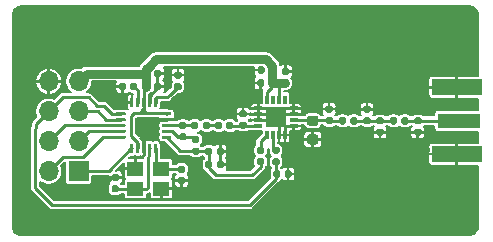
<source format=gbr>
%TF.GenerationSoftware,KiCad,Pcbnew,(5.1.6)-1*%
%TF.CreationDate,2020-08-19T15:04:17+02:00*%
%TF.ProjectId,nRF24module,6e524632-346d-46f6-9475-6c652e6b6963,1*%
%TF.SameCoordinates,Original*%
%TF.FileFunction,Copper,L1,Top*%
%TF.FilePolarity,Positive*%
%FSLAX46Y46*%
G04 Gerber Fmt 4.6, Leading zero omitted, Abs format (unit mm)*
G04 Created by KiCad (PCBNEW (5.1.6)-1) date 2020-08-19 15:04:17*
%MOMM*%
%LPD*%
G01*
G04 APERTURE LIST*
%TA.AperFunction,ComponentPad*%
%ADD10O,1.700000X1.700000*%
%TD*%
%TA.AperFunction,ComponentPad*%
%ADD11R,1.700000X1.700000*%
%TD*%
%TA.AperFunction,SMDPad,CuDef*%
%ADD12R,1.750000X1.750000*%
%TD*%
%TA.AperFunction,SMDPad,CuDef*%
%ADD13R,0.300000X0.800000*%
%TD*%
%TA.AperFunction,SMDPad,CuDef*%
%ADD14R,0.800000X0.300000*%
%TD*%
%TA.AperFunction,SMDPad,CuDef*%
%ADD15R,1.400000X1.200000*%
%TD*%
%TA.AperFunction,SMDPad,CuDef*%
%ADD16R,3.600000X1.270000*%
%TD*%
%TA.AperFunction,SMDPad,CuDef*%
%ADD17R,4.200000X1.350000*%
%TD*%
%TA.AperFunction,ViaPad*%
%ADD18C,0.600000*%
%TD*%
%TA.AperFunction,Conductor*%
%ADD19C,0.250000*%
%TD*%
%TA.AperFunction,Conductor*%
%ADD20C,0.293370*%
%TD*%
%TA.AperFunction,Conductor*%
%ADD21C,0.750000*%
%TD*%
%TA.AperFunction,Conductor*%
%ADD22C,0.200000*%
%TD*%
G04 APERTURE END LIST*
%TO.P,R5,2*%
%TO.N,GND*%
%TA.AperFunction,SMDPad,CuDef*%
G36*
G01*
X142925000Y-106672500D02*
X142925000Y-106327500D01*
G75*
G02*
X143072500Y-106180000I147500J0D01*
G01*
X143367500Y-106180000D01*
G75*
G02*
X143515000Y-106327500I0J-147500D01*
G01*
X143515000Y-106672500D01*
G75*
G02*
X143367500Y-106820000I-147500J0D01*
G01*
X143072500Y-106820000D01*
G75*
G02*
X142925000Y-106672500I0J147500D01*
G01*
G37*
%TD.AperFunction*%
%TO.P,R5,1*%
%TO.N,CE*%
%TA.AperFunction,SMDPad,CuDef*%
G36*
G01*
X141955000Y-106672500D02*
X141955000Y-106327500D01*
G75*
G02*
X142102500Y-106180000I147500J0D01*
G01*
X142397500Y-106180000D01*
G75*
G02*
X142545000Y-106327500I0J-147500D01*
G01*
X142545000Y-106672500D01*
G75*
G02*
X142397500Y-106820000I-147500J0D01*
G01*
X142102500Y-106820000D01*
G75*
G02*
X141955000Y-106672500I0J147500D01*
G01*
G37*
%TD.AperFunction*%
%TD*%
D10*
%TO.P,H1,8*%
%TO.N,GND*%
X122960000Y-98660000D03*
%TO.P,H1,7*%
%TO.N,+3V3*%
X125500000Y-98660000D03*
%TO.P,H1,6*%
%TO.N,CE*%
X122960000Y-101200000D03*
%TO.P,H1,5*%
%TO.N,CSn*%
X125500000Y-101200000D03*
%TO.P,H1,4*%
%TO.N,SCLK*%
X122960000Y-103740000D03*
%TO.P,H1,3*%
%TO.N,MOSI*%
X125500000Y-103740000D03*
%TO.P,H1,2*%
%TO.N,MISO*%
X122960000Y-106280000D03*
D11*
%TO.P,H1,1*%
%TO.N,IRQ*%
X125500000Y-106280000D03*
%TD*%
%TO.P,U1,21*%
%TO.N,GND*%
%TA.AperFunction,SMDPad,CuDef*%
G36*
G01*
X130250000Y-102775000D02*
X130250000Y-102025000D01*
G75*
G02*
X130625000Y-101650000I375000J0D01*
G01*
X131375000Y-101650000D01*
G75*
G02*
X131750000Y-102025000I0J-375000D01*
G01*
X131750000Y-102775000D01*
G75*
G02*
X131375000Y-103150000I-375000J0D01*
G01*
X130625000Y-103150000D01*
G75*
G02*
X130250000Y-102775000I0J375000D01*
G01*
G37*
%TD.AperFunction*%
%TO.P,U1,20*%
%TA.AperFunction,SMDPad,CuDef*%
G36*
G01*
X129875000Y-100812500D02*
X129875000Y-100112500D01*
G75*
G02*
X129937500Y-100050000I62500J0D01*
G01*
X130062500Y-100050000D01*
G75*
G02*
X130125000Y-100112500I0J-62500D01*
G01*
X130125000Y-100812500D01*
G75*
G02*
X130062500Y-100875000I-62500J0D01*
G01*
X129937500Y-100875000D01*
G75*
G02*
X129875000Y-100812500I0J62500D01*
G01*
G37*
%TD.AperFunction*%
%TO.P,U1,19*%
%TO.N,Net-(C7-Pad1)*%
%TA.AperFunction,SMDPad,CuDef*%
G36*
G01*
X130375000Y-100812500D02*
X130375000Y-100112500D01*
G75*
G02*
X130437500Y-100050000I62500J0D01*
G01*
X130562500Y-100050000D01*
G75*
G02*
X130625000Y-100112500I0J-62500D01*
G01*
X130625000Y-100812500D01*
G75*
G02*
X130562500Y-100875000I-62500J0D01*
G01*
X130437500Y-100875000D01*
G75*
G02*
X130375000Y-100812500I0J62500D01*
G01*
G37*
%TD.AperFunction*%
%TO.P,U1,18*%
%TO.N,+3V3*%
%TA.AperFunction,SMDPad,CuDef*%
G36*
G01*
X130875000Y-100812500D02*
X130875000Y-100112500D01*
G75*
G02*
X130937500Y-100050000I62500J0D01*
G01*
X131062500Y-100050000D01*
G75*
G02*
X131125000Y-100112500I0J-62500D01*
G01*
X131125000Y-100812500D01*
G75*
G02*
X131062500Y-100875000I-62500J0D01*
G01*
X130937500Y-100875000D01*
G75*
G02*
X130875000Y-100812500I0J62500D01*
G01*
G37*
%TD.AperFunction*%
%TO.P,U1,17*%
%TO.N,GND*%
%TA.AperFunction,SMDPad,CuDef*%
G36*
G01*
X131375000Y-100812500D02*
X131375000Y-100112500D01*
G75*
G02*
X131437500Y-100050000I62500J0D01*
G01*
X131562500Y-100050000D01*
G75*
G02*
X131625000Y-100112500I0J-62500D01*
G01*
X131625000Y-100812500D01*
G75*
G02*
X131562500Y-100875000I-62500J0D01*
G01*
X131437500Y-100875000D01*
G75*
G02*
X131375000Y-100812500I0J62500D01*
G01*
G37*
%TD.AperFunction*%
%TO.P,U1,16*%
%TO.N,Net-(R2-Pad1)*%
%TA.AperFunction,SMDPad,CuDef*%
G36*
G01*
X131875000Y-100812500D02*
X131875000Y-100112500D01*
G75*
G02*
X131937500Y-100050000I62500J0D01*
G01*
X132062500Y-100050000D01*
G75*
G02*
X132125000Y-100112500I0J-62500D01*
G01*
X132125000Y-100812500D01*
G75*
G02*
X132062500Y-100875000I-62500J0D01*
G01*
X131937500Y-100875000D01*
G75*
G02*
X131875000Y-100812500I0J62500D01*
G01*
G37*
%TD.AperFunction*%
%TO.P,U1,15*%
%TO.N,+3V3*%
%TA.AperFunction,SMDPad,CuDef*%
G36*
G01*
X132525000Y-101462500D02*
X132525000Y-101337500D01*
G75*
G02*
X132587500Y-101275000I62500J0D01*
G01*
X133287500Y-101275000D01*
G75*
G02*
X133350000Y-101337500I0J-62500D01*
G01*
X133350000Y-101462500D01*
G75*
G02*
X133287500Y-101525000I-62500J0D01*
G01*
X132587500Y-101525000D01*
G75*
G02*
X132525000Y-101462500I0J62500D01*
G01*
G37*
%TD.AperFunction*%
%TO.P,U1,14*%
%TO.N,GND*%
%TA.AperFunction,SMDPad,CuDef*%
G36*
G01*
X132525000Y-101962500D02*
X132525000Y-101837500D01*
G75*
G02*
X132587500Y-101775000I62500J0D01*
G01*
X133287500Y-101775000D01*
G75*
G02*
X133350000Y-101837500I0J-62500D01*
G01*
X133350000Y-101962500D01*
G75*
G02*
X133287500Y-102025000I-62500J0D01*
G01*
X132587500Y-102025000D01*
G75*
G02*
X132525000Y-101962500I0J62500D01*
G01*
G37*
%TD.AperFunction*%
%TO.P,U1,13*%
%TO.N,Net-(L1-Pad2)*%
%TA.AperFunction,SMDPad,CuDef*%
G36*
G01*
X132525000Y-102462500D02*
X132525000Y-102337500D01*
G75*
G02*
X132587500Y-102275000I62500J0D01*
G01*
X133287500Y-102275000D01*
G75*
G02*
X133350000Y-102337500I0J-62500D01*
G01*
X133350000Y-102462500D01*
G75*
G02*
X133287500Y-102525000I-62500J0D01*
G01*
X132587500Y-102525000D01*
G75*
G02*
X132525000Y-102462500I0J62500D01*
G01*
G37*
%TD.AperFunction*%
%TO.P,U1,12*%
%TO.N,Net-(L1-Pad1)*%
%TA.AperFunction,SMDPad,CuDef*%
G36*
G01*
X132525000Y-102962500D02*
X132525000Y-102837500D01*
G75*
G02*
X132587500Y-102775000I62500J0D01*
G01*
X133287500Y-102775000D01*
G75*
G02*
X133350000Y-102837500I0J-62500D01*
G01*
X133350000Y-102962500D01*
G75*
G02*
X133287500Y-103025000I-62500J0D01*
G01*
X132587500Y-103025000D01*
G75*
G02*
X132525000Y-102962500I0J62500D01*
G01*
G37*
%TD.AperFunction*%
%TO.P,U1,11*%
%TO.N,VDD_PA*%
%TA.AperFunction,SMDPad,CuDef*%
G36*
G01*
X132525000Y-103462500D02*
X132525000Y-103337500D01*
G75*
G02*
X132587500Y-103275000I62500J0D01*
G01*
X133287500Y-103275000D01*
G75*
G02*
X133350000Y-103337500I0J-62500D01*
G01*
X133350000Y-103462500D01*
G75*
G02*
X133287500Y-103525000I-62500J0D01*
G01*
X132587500Y-103525000D01*
G75*
G02*
X132525000Y-103462500I0J62500D01*
G01*
G37*
%TD.AperFunction*%
%TO.P,U1,10*%
%TO.N,Net-(C1-Pad2)*%
%TA.AperFunction,SMDPad,CuDef*%
G36*
G01*
X131875000Y-104687500D02*
X131875000Y-103987500D01*
G75*
G02*
X131937500Y-103925000I62500J0D01*
G01*
X132062500Y-103925000D01*
G75*
G02*
X132125000Y-103987500I0J-62500D01*
G01*
X132125000Y-104687500D01*
G75*
G02*
X132062500Y-104750000I-62500J0D01*
G01*
X131937500Y-104750000D01*
G75*
G02*
X131875000Y-104687500I0J62500D01*
G01*
G37*
%TD.AperFunction*%
%TO.P,U1,9*%
%TO.N,Net-(C2-Pad2)*%
%TA.AperFunction,SMDPad,CuDef*%
G36*
G01*
X131375000Y-104687500D02*
X131375000Y-103987500D01*
G75*
G02*
X131437500Y-103925000I62500J0D01*
G01*
X131562500Y-103925000D01*
G75*
G02*
X131625000Y-103987500I0J-62500D01*
G01*
X131625000Y-104687500D01*
G75*
G02*
X131562500Y-104750000I-62500J0D01*
G01*
X131437500Y-104750000D01*
G75*
G02*
X131375000Y-104687500I0J62500D01*
G01*
G37*
%TD.AperFunction*%
%TO.P,U1,8*%
%TO.N,GND*%
%TA.AperFunction,SMDPad,CuDef*%
G36*
G01*
X130875000Y-104687500D02*
X130875000Y-103987500D01*
G75*
G02*
X130937500Y-103925000I62500J0D01*
G01*
X131062500Y-103925000D01*
G75*
G02*
X131125000Y-103987500I0J-62500D01*
G01*
X131125000Y-104687500D01*
G75*
G02*
X131062500Y-104750000I-62500J0D01*
G01*
X130937500Y-104750000D01*
G75*
G02*
X130875000Y-104687500I0J62500D01*
G01*
G37*
%TD.AperFunction*%
%TO.P,U1,7*%
%TO.N,+3V3*%
%TA.AperFunction,SMDPad,CuDef*%
G36*
G01*
X130375000Y-104687500D02*
X130375000Y-103987500D01*
G75*
G02*
X130437500Y-103925000I62500J0D01*
G01*
X130562500Y-103925000D01*
G75*
G02*
X130625000Y-103987500I0J-62500D01*
G01*
X130625000Y-104687500D01*
G75*
G02*
X130562500Y-104750000I-62500J0D01*
G01*
X130437500Y-104750000D01*
G75*
G02*
X130375000Y-104687500I0J62500D01*
G01*
G37*
%TD.AperFunction*%
%TO.P,U1,6*%
%TO.N,IRQ*%
%TA.AperFunction,SMDPad,CuDef*%
G36*
G01*
X129875000Y-104687500D02*
X129875000Y-103987500D01*
G75*
G02*
X129937500Y-103925000I62500J0D01*
G01*
X130062500Y-103925000D01*
G75*
G02*
X130125000Y-103987500I0J-62500D01*
G01*
X130125000Y-104687500D01*
G75*
G02*
X130062500Y-104750000I-62500J0D01*
G01*
X129937500Y-104750000D01*
G75*
G02*
X129875000Y-104687500I0J62500D01*
G01*
G37*
%TD.AperFunction*%
%TO.P,U1,5*%
%TO.N,MISO*%
%TA.AperFunction,SMDPad,CuDef*%
G36*
G01*
X128650000Y-103462500D02*
X128650000Y-103337500D01*
G75*
G02*
X128712500Y-103275000I62500J0D01*
G01*
X129412500Y-103275000D01*
G75*
G02*
X129475000Y-103337500I0J-62500D01*
G01*
X129475000Y-103462500D01*
G75*
G02*
X129412500Y-103525000I-62500J0D01*
G01*
X128712500Y-103525000D01*
G75*
G02*
X128650000Y-103462500I0J62500D01*
G01*
G37*
%TD.AperFunction*%
%TO.P,U1,4*%
%TO.N,MOSI*%
%TA.AperFunction,SMDPad,CuDef*%
G36*
G01*
X128650000Y-102962500D02*
X128650000Y-102837500D01*
G75*
G02*
X128712500Y-102775000I62500J0D01*
G01*
X129412500Y-102775000D01*
G75*
G02*
X129475000Y-102837500I0J-62500D01*
G01*
X129475000Y-102962500D01*
G75*
G02*
X129412500Y-103025000I-62500J0D01*
G01*
X128712500Y-103025000D01*
G75*
G02*
X128650000Y-102962500I0J62500D01*
G01*
G37*
%TD.AperFunction*%
%TO.P,U1,3*%
%TO.N,SCLK*%
%TA.AperFunction,SMDPad,CuDef*%
G36*
G01*
X128650000Y-102462500D02*
X128650000Y-102337500D01*
G75*
G02*
X128712500Y-102275000I62500J0D01*
G01*
X129412500Y-102275000D01*
G75*
G02*
X129475000Y-102337500I0J-62500D01*
G01*
X129475000Y-102462500D01*
G75*
G02*
X129412500Y-102525000I-62500J0D01*
G01*
X128712500Y-102525000D01*
G75*
G02*
X128650000Y-102462500I0J62500D01*
G01*
G37*
%TD.AperFunction*%
%TO.P,U1,2*%
%TO.N,CSn*%
%TA.AperFunction,SMDPad,CuDef*%
G36*
G01*
X128650000Y-101962500D02*
X128650000Y-101837500D01*
G75*
G02*
X128712500Y-101775000I62500J0D01*
G01*
X129412500Y-101775000D01*
G75*
G02*
X129475000Y-101837500I0J-62500D01*
G01*
X129475000Y-101962500D01*
G75*
G02*
X129412500Y-102025000I-62500J0D01*
G01*
X128712500Y-102025000D01*
G75*
G02*
X128650000Y-101962500I0J62500D01*
G01*
G37*
%TD.AperFunction*%
%TO.P,U1,1*%
%TO.N,CE*%
%TA.AperFunction,SMDPad,CuDef*%
G36*
G01*
X128650000Y-101462500D02*
X128650000Y-101337500D01*
G75*
G02*
X128712500Y-101275000I62500J0D01*
G01*
X129412500Y-101275000D01*
G75*
G02*
X129475000Y-101337500I0J-62500D01*
G01*
X129475000Y-101462500D01*
G75*
G02*
X129412500Y-101525000I-62500J0D01*
G01*
X128712500Y-101525000D01*
G75*
G02*
X128650000Y-101462500I0J62500D01*
G01*
G37*
%TD.AperFunction*%
%TD*%
D12*
%TO.P,U2,17*%
%TO.N,GND*%
X142200000Y-101700000D03*
D13*
%TO.P,U2,16*%
%TO.N,+3V3*%
X141450000Y-100200000D03*
%TO.P,U2,15*%
%TO.N,Net-(U2-Pad15)*%
X141950000Y-100200000D03*
%TO.P,U2,14*%
%TO.N,+3V3*%
X142450000Y-100200000D03*
%TO.P,U2,13*%
%TO.N,Net-(U2-Pad13)*%
X142950000Y-100200000D03*
D14*
%TO.P,U2,12*%
%TO.N,GND*%
X143700000Y-100950000D03*
%TO.P,U2,11*%
X143700000Y-101450000D03*
%TO.P,U2,10*%
%TO.N,Net-(C11-Pad2)*%
X143700000Y-101950000D03*
%TO.P,U2,9*%
%TO.N,GND*%
X143700000Y-102450000D03*
D13*
%TO.P,U2,8*%
X142950000Y-103200000D03*
%TO.P,U2,7*%
X142450000Y-103200000D03*
%TO.P,U2,6*%
%TO.N,Net-(R3-Pad2)*%
X141950000Y-103200000D03*
%TO.P,U2,5*%
%TO.N,Net-(R4-Pad2)*%
X141450000Y-103200000D03*
D14*
%TO.P,U2,4*%
%TO.N,Net-(C5-Pad1)*%
X140700000Y-102450000D03*
%TO.P,U2,3*%
%TO.N,GND*%
X140700000Y-101950000D03*
%TO.P,U2,2*%
X140700000Y-101450000D03*
%TO.P,U2,1*%
X140700000Y-100950000D03*
%TD*%
%TO.P,C11,2*%
%TO.N,Net-(C11-Pad2)*%
%TA.AperFunction,SMDPad,CuDef*%
G36*
G01*
X145556250Y-102437500D02*
X145043750Y-102437500D01*
G75*
G02*
X144825000Y-102218750I0J218750D01*
G01*
X144825000Y-101781250D01*
G75*
G02*
X145043750Y-101562500I218750J0D01*
G01*
X145556250Y-101562500D01*
G75*
G02*
X145775000Y-101781250I0J-218750D01*
G01*
X145775000Y-102218750D01*
G75*
G02*
X145556250Y-102437500I-218750J0D01*
G01*
G37*
%TD.AperFunction*%
%TO.P,C11,1*%
%TO.N,GND*%
%TA.AperFunction,SMDPad,CuDef*%
G36*
G01*
X145556250Y-104012500D02*
X145043750Y-104012500D01*
G75*
G02*
X144825000Y-103793750I0J218750D01*
G01*
X144825000Y-103356250D01*
G75*
G02*
X145043750Y-103137500I218750J0D01*
G01*
X145556250Y-103137500D01*
G75*
G02*
X145775000Y-103356250I0J-218750D01*
G01*
X145775000Y-103793750D01*
G75*
G02*
X145556250Y-104012500I-218750J0D01*
G01*
G37*
%TD.AperFunction*%
%TD*%
D15*
%TO.P,X1,4*%
%TO.N,GND*%
X130300000Y-106050000D03*
%TO.P,X1,3*%
%TO.N,Net-(C1-Pad2)*%
X132500000Y-106050000D03*
%TO.P,X1,2*%
%TO.N,GND*%
X132500000Y-107750000D03*
%TO.P,X1,1*%
%TO.N,Net-(C2-Pad2)*%
X130300000Y-107750000D03*
%TD*%
%TO.P,R4,2*%
%TO.N,Net-(R4-Pad2)*%
%TA.AperFunction,SMDPad,CuDef*%
G36*
G01*
X141072500Y-104795000D02*
X140727500Y-104795000D01*
G75*
G02*
X140580000Y-104647500I0J147500D01*
G01*
X140580000Y-104352500D01*
G75*
G02*
X140727500Y-104205000I147500J0D01*
G01*
X141072500Y-104205000D01*
G75*
G02*
X141220000Y-104352500I0J-147500D01*
G01*
X141220000Y-104647500D01*
G75*
G02*
X141072500Y-104795000I-147500J0D01*
G01*
G37*
%TD.AperFunction*%
%TO.P,R4,1*%
%TO.N,VDD_PA*%
%TA.AperFunction,SMDPad,CuDef*%
G36*
G01*
X141072500Y-105765000D02*
X140727500Y-105765000D01*
G75*
G02*
X140580000Y-105617500I0J147500D01*
G01*
X140580000Y-105322500D01*
G75*
G02*
X140727500Y-105175000I147500J0D01*
G01*
X141072500Y-105175000D01*
G75*
G02*
X141220000Y-105322500I0J-147500D01*
G01*
X141220000Y-105617500D01*
G75*
G02*
X141072500Y-105765000I-147500J0D01*
G01*
G37*
%TD.AperFunction*%
%TD*%
%TO.P,R3,2*%
%TO.N,Net-(R3-Pad2)*%
%TA.AperFunction,SMDPad,CuDef*%
G36*
G01*
X142372500Y-104795000D02*
X142027500Y-104795000D01*
G75*
G02*
X141880000Y-104647500I0J147500D01*
G01*
X141880000Y-104352500D01*
G75*
G02*
X142027500Y-104205000I147500J0D01*
G01*
X142372500Y-104205000D01*
G75*
G02*
X142520000Y-104352500I0J-147500D01*
G01*
X142520000Y-104647500D01*
G75*
G02*
X142372500Y-104795000I-147500J0D01*
G01*
G37*
%TD.AperFunction*%
%TO.P,R3,1*%
%TO.N,CE*%
%TA.AperFunction,SMDPad,CuDef*%
G36*
G01*
X142372500Y-105765000D02*
X142027500Y-105765000D01*
G75*
G02*
X141880000Y-105617500I0J147500D01*
G01*
X141880000Y-105322500D01*
G75*
G02*
X142027500Y-105175000I147500J0D01*
G01*
X142372500Y-105175000D01*
G75*
G02*
X142520000Y-105322500I0J-147500D01*
G01*
X142520000Y-105617500D01*
G75*
G02*
X142372500Y-105765000I-147500J0D01*
G01*
G37*
%TD.AperFunction*%
%TD*%
%TO.P,R2,2*%
%TO.N,GND*%
%TA.AperFunction,SMDPad,CuDef*%
G36*
G01*
X134072500Y-98425000D02*
X133727500Y-98425000D01*
G75*
G02*
X133580000Y-98277500I0J147500D01*
G01*
X133580000Y-97982500D01*
G75*
G02*
X133727500Y-97835000I147500J0D01*
G01*
X134072500Y-97835000D01*
G75*
G02*
X134220000Y-97982500I0J-147500D01*
G01*
X134220000Y-98277500D01*
G75*
G02*
X134072500Y-98425000I-147500J0D01*
G01*
G37*
%TD.AperFunction*%
%TO.P,R2,1*%
%TO.N,Net-(R2-Pad1)*%
%TA.AperFunction,SMDPad,CuDef*%
G36*
G01*
X134072500Y-99395000D02*
X133727500Y-99395000D01*
G75*
G02*
X133580000Y-99247500I0J147500D01*
G01*
X133580000Y-98952500D01*
G75*
G02*
X133727500Y-98805000I147500J0D01*
G01*
X134072500Y-98805000D01*
G75*
G02*
X134220000Y-98952500I0J-147500D01*
G01*
X134220000Y-99247500D01*
G75*
G02*
X134072500Y-99395000I-147500J0D01*
G01*
G37*
%TD.AperFunction*%
%TD*%
%TO.P,L5,2*%
%TO.N,Net-(C15-Pad2)*%
%TA.AperFunction,SMDPad,CuDef*%
G36*
G01*
X152805000Y-102172500D02*
X152805000Y-101827500D01*
G75*
G02*
X152952500Y-101680000I147500J0D01*
G01*
X153247500Y-101680000D01*
G75*
G02*
X153395000Y-101827500I0J-147500D01*
G01*
X153395000Y-102172500D01*
G75*
G02*
X153247500Y-102320000I-147500J0D01*
G01*
X152952500Y-102320000D01*
G75*
G02*
X152805000Y-102172500I0J147500D01*
G01*
G37*
%TD.AperFunction*%
%TO.P,L5,1*%
%TO.N,Net-(C13-Pad2)*%
%TA.AperFunction,SMDPad,CuDef*%
G36*
G01*
X151835000Y-102172500D02*
X151835000Y-101827500D01*
G75*
G02*
X151982500Y-101680000I147500J0D01*
G01*
X152277500Y-101680000D01*
G75*
G02*
X152425000Y-101827500I0J-147500D01*
G01*
X152425000Y-102172500D01*
G75*
G02*
X152277500Y-102320000I-147500J0D01*
G01*
X151982500Y-102320000D01*
G75*
G02*
X151835000Y-102172500I0J147500D01*
G01*
G37*
%TD.AperFunction*%
%TD*%
%TO.P,L4,2*%
%TO.N,Net-(C13-Pad2)*%
%TA.AperFunction,SMDPad,CuDef*%
G36*
G01*
X148505000Y-102172500D02*
X148505000Y-101827500D01*
G75*
G02*
X148652500Y-101680000I147500J0D01*
G01*
X148947500Y-101680000D01*
G75*
G02*
X149095000Y-101827500I0J-147500D01*
G01*
X149095000Y-102172500D01*
G75*
G02*
X148947500Y-102320000I-147500J0D01*
G01*
X148652500Y-102320000D01*
G75*
G02*
X148505000Y-102172500I0J147500D01*
G01*
G37*
%TD.AperFunction*%
%TO.P,L4,1*%
%TO.N,Net-(C11-Pad2)*%
%TA.AperFunction,SMDPad,CuDef*%
G36*
G01*
X147535000Y-102172500D02*
X147535000Y-101827500D01*
G75*
G02*
X147682500Y-101680000I147500J0D01*
G01*
X147977500Y-101680000D01*
G75*
G02*
X148125000Y-101827500I0J-147500D01*
G01*
X148125000Y-102172500D01*
G75*
G02*
X147977500Y-102320000I-147500J0D01*
G01*
X147682500Y-102320000D01*
G75*
G02*
X147535000Y-102172500I0J147500D01*
G01*
G37*
%TD.AperFunction*%
%TD*%
%TO.P,L3,2*%
%TO.N,Net-(C5-Pad2)*%
%TA.AperFunction,SMDPad,CuDef*%
G36*
G01*
X136005000Y-102572500D02*
X136005000Y-102227500D01*
G75*
G02*
X136152500Y-102080000I147500J0D01*
G01*
X136447500Y-102080000D01*
G75*
G02*
X136595000Y-102227500I0J-147500D01*
G01*
X136595000Y-102572500D01*
G75*
G02*
X136447500Y-102720000I-147500J0D01*
G01*
X136152500Y-102720000D01*
G75*
G02*
X136005000Y-102572500I0J147500D01*
G01*
G37*
%TD.AperFunction*%
%TO.P,L3,1*%
%TO.N,Net-(L1-Pad2)*%
%TA.AperFunction,SMDPad,CuDef*%
G36*
G01*
X135035000Y-102572500D02*
X135035000Y-102227500D01*
G75*
G02*
X135182500Y-102080000I147500J0D01*
G01*
X135477500Y-102080000D01*
G75*
G02*
X135625000Y-102227500I0J-147500D01*
G01*
X135625000Y-102572500D01*
G75*
G02*
X135477500Y-102720000I-147500J0D01*
G01*
X135182500Y-102720000D01*
G75*
G02*
X135035000Y-102572500I0J147500D01*
G01*
G37*
%TD.AperFunction*%
%TD*%
%TO.P,L2,2*%
%TO.N,VDD_PA*%
%TA.AperFunction,SMDPad,CuDef*%
G36*
G01*
X135227500Y-104275000D02*
X135572500Y-104275000D01*
G75*
G02*
X135720000Y-104422500I0J-147500D01*
G01*
X135720000Y-104717500D01*
G75*
G02*
X135572500Y-104865000I-147500J0D01*
G01*
X135227500Y-104865000D01*
G75*
G02*
X135080000Y-104717500I0J147500D01*
G01*
X135080000Y-104422500D01*
G75*
G02*
X135227500Y-104275000I147500J0D01*
G01*
G37*
%TD.AperFunction*%
%TO.P,L2,1*%
%TO.N,Net-(L1-Pad1)*%
%TA.AperFunction,SMDPad,CuDef*%
G36*
G01*
X135227500Y-103305000D02*
X135572500Y-103305000D01*
G75*
G02*
X135720000Y-103452500I0J-147500D01*
G01*
X135720000Y-103747500D01*
G75*
G02*
X135572500Y-103895000I-147500J0D01*
G01*
X135227500Y-103895000D01*
G75*
G02*
X135080000Y-103747500I0J147500D01*
G01*
X135080000Y-103452500D01*
G75*
G02*
X135227500Y-103305000I147500J0D01*
G01*
G37*
%TD.AperFunction*%
%TD*%
%TO.P,L1,2*%
%TO.N,Net-(L1-Pad2)*%
%TA.AperFunction,SMDPad,CuDef*%
G36*
G01*
X134472500Y-102695000D02*
X134127500Y-102695000D01*
G75*
G02*
X133980000Y-102547500I0J147500D01*
G01*
X133980000Y-102252500D01*
G75*
G02*
X134127500Y-102105000I147500J0D01*
G01*
X134472500Y-102105000D01*
G75*
G02*
X134620000Y-102252500I0J-147500D01*
G01*
X134620000Y-102547500D01*
G75*
G02*
X134472500Y-102695000I-147500J0D01*
G01*
G37*
%TD.AperFunction*%
%TO.P,L1,1*%
%TO.N,Net-(L1-Pad1)*%
%TA.AperFunction,SMDPad,CuDef*%
G36*
G01*
X134472500Y-103665000D02*
X134127500Y-103665000D01*
G75*
G02*
X133980000Y-103517500I0J147500D01*
G01*
X133980000Y-103222500D01*
G75*
G02*
X134127500Y-103075000I147500J0D01*
G01*
X134472500Y-103075000D01*
G75*
G02*
X134620000Y-103222500I0J-147500D01*
G01*
X134620000Y-103517500D01*
G75*
G02*
X134472500Y-103665000I-147500J0D01*
G01*
G37*
%TD.AperFunction*%
%TD*%
D16*
%TO.P,J1,1*%
%TO.N,Net-(C15-Pad2)*%
X157700000Y-102000000D03*
D17*
%TO.P,J1,2*%
%TO.N,GND*%
X157500000Y-99175000D03*
X157500000Y-104825000D03*
%TD*%
%TO.P,C18,2*%
%TO.N,+3V3*%
%TA.AperFunction,SMDPad,CuDef*%
G36*
G01*
X141575000Y-98972500D02*
X141575000Y-98627500D01*
G75*
G02*
X141722500Y-98480000I147500J0D01*
G01*
X142017500Y-98480000D01*
G75*
G02*
X142165000Y-98627500I0J-147500D01*
G01*
X142165000Y-98972500D01*
G75*
G02*
X142017500Y-99120000I-147500J0D01*
G01*
X141722500Y-99120000D01*
G75*
G02*
X141575000Y-98972500I0J147500D01*
G01*
G37*
%TD.AperFunction*%
%TO.P,C18,1*%
%TO.N,GND*%
%TA.AperFunction,SMDPad,CuDef*%
G36*
G01*
X140605000Y-98972500D02*
X140605000Y-98627500D01*
G75*
G02*
X140752500Y-98480000I147500J0D01*
G01*
X141047500Y-98480000D01*
G75*
G02*
X141195000Y-98627500I0J-147500D01*
G01*
X141195000Y-98972500D01*
G75*
G02*
X141047500Y-99120000I-147500J0D01*
G01*
X140752500Y-99120000D01*
G75*
G02*
X140605000Y-98972500I0J147500D01*
G01*
G37*
%TD.AperFunction*%
%TD*%
%TO.P,C17,2*%
%TO.N,+3V3*%
%TA.AperFunction,SMDPad,CuDef*%
G36*
G01*
X141605000Y-97872500D02*
X141605000Y-97527500D01*
G75*
G02*
X141752500Y-97380000I147500J0D01*
G01*
X142047500Y-97380000D01*
G75*
G02*
X142195000Y-97527500I0J-147500D01*
G01*
X142195000Y-97872500D01*
G75*
G02*
X142047500Y-98020000I-147500J0D01*
G01*
X141752500Y-98020000D01*
G75*
G02*
X141605000Y-97872500I0J147500D01*
G01*
G37*
%TD.AperFunction*%
%TO.P,C17,1*%
%TO.N,GND*%
%TA.AperFunction,SMDPad,CuDef*%
G36*
G01*
X140635000Y-97872500D02*
X140635000Y-97527500D01*
G75*
G02*
X140782500Y-97380000I147500J0D01*
G01*
X141077500Y-97380000D01*
G75*
G02*
X141225000Y-97527500I0J-147500D01*
G01*
X141225000Y-97872500D01*
G75*
G02*
X141077500Y-98020000I-147500J0D01*
G01*
X140782500Y-98020000D01*
G75*
G02*
X140635000Y-97872500I0J147500D01*
G01*
G37*
%TD.AperFunction*%
%TD*%
%TO.P,C16,2*%
%TO.N,+3V3*%
%TA.AperFunction,SMDPad,CuDef*%
G36*
G01*
X142827500Y-98505000D02*
X143172500Y-98505000D01*
G75*
G02*
X143320000Y-98652500I0J-147500D01*
G01*
X143320000Y-98947500D01*
G75*
G02*
X143172500Y-99095000I-147500J0D01*
G01*
X142827500Y-99095000D01*
G75*
G02*
X142680000Y-98947500I0J147500D01*
G01*
X142680000Y-98652500D01*
G75*
G02*
X142827500Y-98505000I147500J0D01*
G01*
G37*
%TD.AperFunction*%
%TO.P,C16,1*%
%TO.N,GND*%
%TA.AperFunction,SMDPad,CuDef*%
G36*
G01*
X142827500Y-97535000D02*
X143172500Y-97535000D01*
G75*
G02*
X143320000Y-97682500I0J-147500D01*
G01*
X143320000Y-97977500D01*
G75*
G02*
X143172500Y-98125000I-147500J0D01*
G01*
X142827500Y-98125000D01*
G75*
G02*
X142680000Y-97977500I0J147500D01*
G01*
X142680000Y-97682500D01*
G75*
G02*
X142827500Y-97535000I147500J0D01*
G01*
G37*
%TD.AperFunction*%
%TD*%
%TO.P,C15,2*%
%TO.N,Net-(C15-Pad2)*%
%TA.AperFunction,SMDPad,CuDef*%
G36*
G01*
X154372500Y-102295000D02*
X154027500Y-102295000D01*
G75*
G02*
X153880000Y-102147500I0J147500D01*
G01*
X153880000Y-101852500D01*
G75*
G02*
X154027500Y-101705000I147500J0D01*
G01*
X154372500Y-101705000D01*
G75*
G02*
X154520000Y-101852500I0J-147500D01*
G01*
X154520000Y-102147500D01*
G75*
G02*
X154372500Y-102295000I-147500J0D01*
G01*
G37*
%TD.AperFunction*%
%TO.P,C15,1*%
%TO.N,GND*%
%TA.AperFunction,SMDPad,CuDef*%
G36*
G01*
X154372500Y-103265000D02*
X154027500Y-103265000D01*
G75*
G02*
X153880000Y-103117500I0J147500D01*
G01*
X153880000Y-102822500D01*
G75*
G02*
X154027500Y-102675000I147500J0D01*
G01*
X154372500Y-102675000D01*
G75*
G02*
X154520000Y-102822500I0J-147500D01*
G01*
X154520000Y-103117500D01*
G75*
G02*
X154372500Y-103265000I-147500J0D01*
G01*
G37*
%TD.AperFunction*%
%TD*%
%TO.P,C14,2*%
%TO.N,Net-(C13-Pad2)*%
%TA.AperFunction,SMDPad,CuDef*%
G36*
G01*
X151172500Y-102295000D02*
X150827500Y-102295000D01*
G75*
G02*
X150680000Y-102147500I0J147500D01*
G01*
X150680000Y-101852500D01*
G75*
G02*
X150827500Y-101705000I147500J0D01*
G01*
X151172500Y-101705000D01*
G75*
G02*
X151320000Y-101852500I0J-147500D01*
G01*
X151320000Y-102147500D01*
G75*
G02*
X151172500Y-102295000I-147500J0D01*
G01*
G37*
%TD.AperFunction*%
%TO.P,C14,1*%
%TO.N,GND*%
%TA.AperFunction,SMDPad,CuDef*%
G36*
G01*
X151172500Y-103265000D02*
X150827500Y-103265000D01*
G75*
G02*
X150680000Y-103117500I0J147500D01*
G01*
X150680000Y-102822500D01*
G75*
G02*
X150827500Y-102675000I147500J0D01*
G01*
X151172500Y-102675000D01*
G75*
G02*
X151320000Y-102822500I0J-147500D01*
G01*
X151320000Y-103117500D01*
G75*
G02*
X151172500Y-103265000I-147500J0D01*
G01*
G37*
%TD.AperFunction*%
%TD*%
%TO.P,C13,2*%
%TO.N,Net-(C13-Pad2)*%
%TA.AperFunction,SMDPad,CuDef*%
G36*
G01*
X149727500Y-101705000D02*
X150072500Y-101705000D01*
G75*
G02*
X150220000Y-101852500I0J-147500D01*
G01*
X150220000Y-102147500D01*
G75*
G02*
X150072500Y-102295000I-147500J0D01*
G01*
X149727500Y-102295000D01*
G75*
G02*
X149580000Y-102147500I0J147500D01*
G01*
X149580000Y-101852500D01*
G75*
G02*
X149727500Y-101705000I147500J0D01*
G01*
G37*
%TD.AperFunction*%
%TO.P,C13,1*%
%TO.N,GND*%
%TA.AperFunction,SMDPad,CuDef*%
G36*
G01*
X149727500Y-100735000D02*
X150072500Y-100735000D01*
G75*
G02*
X150220000Y-100882500I0J-147500D01*
G01*
X150220000Y-101177500D01*
G75*
G02*
X150072500Y-101325000I-147500J0D01*
G01*
X149727500Y-101325000D01*
G75*
G02*
X149580000Y-101177500I0J147500D01*
G01*
X149580000Y-100882500D01*
G75*
G02*
X149727500Y-100735000I147500J0D01*
G01*
G37*
%TD.AperFunction*%
%TD*%
%TO.P,C12,2*%
%TO.N,Net-(C11-Pad2)*%
%TA.AperFunction,SMDPad,CuDef*%
G36*
G01*
X146527500Y-101690000D02*
X146872500Y-101690000D01*
G75*
G02*
X147020000Y-101837500I0J-147500D01*
G01*
X147020000Y-102132500D01*
G75*
G02*
X146872500Y-102280000I-147500J0D01*
G01*
X146527500Y-102280000D01*
G75*
G02*
X146380000Y-102132500I0J147500D01*
G01*
X146380000Y-101837500D01*
G75*
G02*
X146527500Y-101690000I147500J0D01*
G01*
G37*
%TD.AperFunction*%
%TO.P,C12,1*%
%TO.N,GND*%
%TA.AperFunction,SMDPad,CuDef*%
G36*
G01*
X146527500Y-100720000D02*
X146872500Y-100720000D01*
G75*
G02*
X147020000Y-100867500I0J-147500D01*
G01*
X147020000Y-101162500D01*
G75*
G02*
X146872500Y-101310000I-147500J0D01*
G01*
X146527500Y-101310000D01*
G75*
G02*
X146380000Y-101162500I0J147500D01*
G01*
X146380000Y-100867500D01*
G75*
G02*
X146527500Y-100720000I147500J0D01*
G01*
G37*
%TD.AperFunction*%
%TD*%
%TO.P,C9,2*%
%TO.N,GND*%
%TA.AperFunction,SMDPad,CuDef*%
G36*
G01*
X131875000Y-98172500D02*
X131875000Y-97827500D01*
G75*
G02*
X132022500Y-97680000I147500J0D01*
G01*
X132317500Y-97680000D01*
G75*
G02*
X132465000Y-97827500I0J-147500D01*
G01*
X132465000Y-98172500D01*
G75*
G02*
X132317500Y-98320000I-147500J0D01*
G01*
X132022500Y-98320000D01*
G75*
G02*
X131875000Y-98172500I0J147500D01*
G01*
G37*
%TD.AperFunction*%
%TO.P,C9,1*%
%TO.N,+3V3*%
%TA.AperFunction,SMDPad,CuDef*%
G36*
G01*
X130905000Y-98172500D02*
X130905000Y-97827500D01*
G75*
G02*
X131052500Y-97680000I147500J0D01*
G01*
X131347500Y-97680000D01*
G75*
G02*
X131495000Y-97827500I0J-147500D01*
G01*
X131495000Y-98172500D01*
G75*
G02*
X131347500Y-98320000I-147500J0D01*
G01*
X131052500Y-98320000D01*
G75*
G02*
X130905000Y-98172500I0J147500D01*
G01*
G37*
%TD.AperFunction*%
%TD*%
%TO.P,C8,2*%
%TO.N,GND*%
%TA.AperFunction,SMDPad,CuDef*%
G36*
G01*
X131890000Y-99272500D02*
X131890000Y-98927500D01*
G75*
G02*
X132037500Y-98780000I147500J0D01*
G01*
X132332500Y-98780000D01*
G75*
G02*
X132480000Y-98927500I0J-147500D01*
G01*
X132480000Y-99272500D01*
G75*
G02*
X132332500Y-99420000I-147500J0D01*
G01*
X132037500Y-99420000D01*
G75*
G02*
X131890000Y-99272500I0J147500D01*
G01*
G37*
%TD.AperFunction*%
%TO.P,C8,1*%
%TO.N,+3V3*%
%TA.AperFunction,SMDPad,CuDef*%
G36*
G01*
X130920000Y-99272500D02*
X130920000Y-98927500D01*
G75*
G02*
X131067500Y-98780000I147500J0D01*
G01*
X131362500Y-98780000D01*
G75*
G02*
X131510000Y-98927500I0J-147500D01*
G01*
X131510000Y-99272500D01*
G75*
G02*
X131362500Y-99420000I-147500J0D01*
G01*
X131067500Y-99420000D01*
G75*
G02*
X130920000Y-99272500I0J147500D01*
G01*
G37*
%TD.AperFunction*%
%TD*%
%TO.P,C7,2*%
%TO.N,GND*%
%TA.AperFunction,SMDPad,CuDef*%
G36*
G01*
X129495000Y-98927500D02*
X129495000Y-99272500D01*
G75*
G02*
X129347500Y-99420000I-147500J0D01*
G01*
X129052500Y-99420000D01*
G75*
G02*
X128905000Y-99272500I0J147500D01*
G01*
X128905000Y-98927500D01*
G75*
G02*
X129052500Y-98780000I147500J0D01*
G01*
X129347500Y-98780000D01*
G75*
G02*
X129495000Y-98927500I0J-147500D01*
G01*
G37*
%TD.AperFunction*%
%TO.P,C7,1*%
%TO.N,Net-(C7-Pad1)*%
%TA.AperFunction,SMDPad,CuDef*%
G36*
G01*
X130465000Y-98927500D02*
X130465000Y-99272500D01*
G75*
G02*
X130317500Y-99420000I-147500J0D01*
G01*
X130022500Y-99420000D01*
G75*
G02*
X129875000Y-99272500I0J147500D01*
G01*
X129875000Y-98927500D01*
G75*
G02*
X130022500Y-98780000I147500J0D01*
G01*
X130317500Y-98780000D01*
G75*
G02*
X130465000Y-98927500I0J-147500D01*
G01*
G37*
%TD.AperFunction*%
%TD*%
%TO.P,C6,2*%
%TO.N,Net-(C5-Pad1)*%
%TA.AperFunction,SMDPad,CuDef*%
G36*
G01*
X139227500Y-102090000D02*
X139572500Y-102090000D01*
G75*
G02*
X139720000Y-102237500I0J-147500D01*
G01*
X139720000Y-102532500D01*
G75*
G02*
X139572500Y-102680000I-147500J0D01*
G01*
X139227500Y-102680000D01*
G75*
G02*
X139080000Y-102532500I0J147500D01*
G01*
X139080000Y-102237500D01*
G75*
G02*
X139227500Y-102090000I147500J0D01*
G01*
G37*
%TD.AperFunction*%
%TO.P,C6,1*%
%TO.N,GND*%
%TA.AperFunction,SMDPad,CuDef*%
G36*
G01*
X139227500Y-101120000D02*
X139572500Y-101120000D01*
G75*
G02*
X139720000Y-101267500I0J-147500D01*
G01*
X139720000Y-101562500D01*
G75*
G02*
X139572500Y-101710000I-147500J0D01*
G01*
X139227500Y-101710000D01*
G75*
G02*
X139080000Y-101562500I0J147500D01*
G01*
X139080000Y-101267500D01*
G75*
G02*
X139227500Y-101120000I147500J0D01*
G01*
G37*
%TD.AperFunction*%
%TD*%
%TO.P,C5,2*%
%TO.N,Net-(C5-Pad2)*%
%TA.AperFunction,SMDPad,CuDef*%
G36*
G01*
X137625000Y-102227500D02*
X137625000Y-102572500D01*
G75*
G02*
X137477500Y-102720000I-147500J0D01*
G01*
X137182500Y-102720000D01*
G75*
G02*
X137035000Y-102572500I0J147500D01*
G01*
X137035000Y-102227500D01*
G75*
G02*
X137182500Y-102080000I147500J0D01*
G01*
X137477500Y-102080000D01*
G75*
G02*
X137625000Y-102227500I0J-147500D01*
G01*
G37*
%TD.AperFunction*%
%TO.P,C5,1*%
%TO.N,Net-(C5-Pad1)*%
%TA.AperFunction,SMDPad,CuDef*%
G36*
G01*
X138595000Y-102227500D02*
X138595000Y-102572500D01*
G75*
G02*
X138447500Y-102720000I-147500J0D01*
G01*
X138152500Y-102720000D01*
G75*
G02*
X138005000Y-102572500I0J147500D01*
G01*
X138005000Y-102227500D01*
G75*
G02*
X138152500Y-102080000I147500J0D01*
G01*
X138447500Y-102080000D01*
G75*
G02*
X138595000Y-102227500I0J-147500D01*
G01*
G37*
%TD.AperFunction*%
%TD*%
%TO.P,C4,2*%
%TO.N,VDD_PA*%
%TA.AperFunction,SMDPad,CuDef*%
G36*
G01*
X136810000Y-105527500D02*
X136810000Y-105872500D01*
G75*
G02*
X136662500Y-106020000I-147500J0D01*
G01*
X136367500Y-106020000D01*
G75*
G02*
X136220000Y-105872500I0J147500D01*
G01*
X136220000Y-105527500D01*
G75*
G02*
X136367500Y-105380000I147500J0D01*
G01*
X136662500Y-105380000D01*
G75*
G02*
X136810000Y-105527500I0J-147500D01*
G01*
G37*
%TD.AperFunction*%
%TO.P,C4,1*%
%TO.N,GND*%
%TA.AperFunction,SMDPad,CuDef*%
G36*
G01*
X137780000Y-105527500D02*
X137780000Y-105872500D01*
G75*
G02*
X137632500Y-106020000I-147500J0D01*
G01*
X137337500Y-106020000D01*
G75*
G02*
X137190000Y-105872500I0J147500D01*
G01*
X137190000Y-105527500D01*
G75*
G02*
X137337500Y-105380000I147500J0D01*
G01*
X137632500Y-105380000D01*
G75*
G02*
X137780000Y-105527500I0J-147500D01*
G01*
G37*
%TD.AperFunction*%
%TD*%
%TO.P,C3,2*%
%TO.N,VDD_PA*%
%TA.AperFunction,SMDPad,CuDef*%
G36*
G01*
X136810000Y-104427500D02*
X136810000Y-104772500D01*
G75*
G02*
X136662500Y-104920000I-147500J0D01*
G01*
X136367500Y-104920000D01*
G75*
G02*
X136220000Y-104772500I0J147500D01*
G01*
X136220000Y-104427500D01*
G75*
G02*
X136367500Y-104280000I147500J0D01*
G01*
X136662500Y-104280000D01*
G75*
G02*
X136810000Y-104427500I0J-147500D01*
G01*
G37*
%TD.AperFunction*%
%TO.P,C3,1*%
%TO.N,GND*%
%TA.AperFunction,SMDPad,CuDef*%
G36*
G01*
X137780000Y-104427500D02*
X137780000Y-104772500D01*
G75*
G02*
X137632500Y-104920000I-147500J0D01*
G01*
X137337500Y-104920000D01*
G75*
G02*
X137190000Y-104772500I0J147500D01*
G01*
X137190000Y-104427500D01*
G75*
G02*
X137337500Y-104280000I147500J0D01*
G01*
X137632500Y-104280000D01*
G75*
G02*
X137780000Y-104427500I0J-147500D01*
G01*
G37*
%TD.AperFunction*%
%TD*%
%TO.P,C2,2*%
%TO.N,Net-(C2-Pad2)*%
%TA.AperFunction,SMDPad,CuDef*%
G36*
G01*
X128427500Y-107475000D02*
X128772500Y-107475000D01*
G75*
G02*
X128920000Y-107622500I0J-147500D01*
G01*
X128920000Y-107917500D01*
G75*
G02*
X128772500Y-108065000I-147500J0D01*
G01*
X128427500Y-108065000D01*
G75*
G02*
X128280000Y-107917500I0J147500D01*
G01*
X128280000Y-107622500D01*
G75*
G02*
X128427500Y-107475000I147500J0D01*
G01*
G37*
%TD.AperFunction*%
%TO.P,C2,1*%
%TO.N,GND*%
%TA.AperFunction,SMDPad,CuDef*%
G36*
G01*
X128427500Y-106505000D02*
X128772500Y-106505000D01*
G75*
G02*
X128920000Y-106652500I0J-147500D01*
G01*
X128920000Y-106947500D01*
G75*
G02*
X128772500Y-107095000I-147500J0D01*
G01*
X128427500Y-107095000D01*
G75*
G02*
X128280000Y-106947500I0J147500D01*
G01*
X128280000Y-106652500D01*
G75*
G02*
X128427500Y-106505000I147500J0D01*
G01*
G37*
%TD.AperFunction*%
%TD*%
%TO.P,C1,2*%
%TO.N,Net-(C1-Pad2)*%
%TA.AperFunction,SMDPad,CuDef*%
G36*
G01*
X134372500Y-106395000D02*
X134027500Y-106395000D01*
G75*
G02*
X133880000Y-106247500I0J147500D01*
G01*
X133880000Y-105952500D01*
G75*
G02*
X134027500Y-105805000I147500J0D01*
G01*
X134372500Y-105805000D01*
G75*
G02*
X134520000Y-105952500I0J-147500D01*
G01*
X134520000Y-106247500D01*
G75*
G02*
X134372500Y-106395000I-147500J0D01*
G01*
G37*
%TD.AperFunction*%
%TO.P,C1,1*%
%TO.N,GND*%
%TA.AperFunction,SMDPad,CuDef*%
G36*
G01*
X134372500Y-107365000D02*
X134027500Y-107365000D01*
G75*
G02*
X133880000Y-107217500I0J147500D01*
G01*
X133880000Y-106922500D01*
G75*
G02*
X134027500Y-106775000I147500J0D01*
G01*
X134372500Y-106775000D01*
G75*
G02*
X134520000Y-106922500I0J-147500D01*
G01*
X134520000Y-107217500D01*
G75*
G02*
X134372500Y-107365000I-147500J0D01*
G01*
G37*
%TD.AperFunction*%
%TD*%
D18*
%TO.N,GND*%
X159000000Y-99000000D03*
X156000000Y-99000000D03*
X158500000Y-105000000D03*
X156500000Y-105000000D03*
X130500000Y-106000000D03*
X132500000Y-108000000D03*
X142700000Y-101200000D03*
X141800000Y-102100000D03*
X140000000Y-103500000D03*
X139000000Y-103500000D03*
X138000000Y-103500000D03*
X137000000Y-103500000D03*
X139000000Y-104500000D03*
X140000000Y-104500000D03*
X140000000Y-105500000D03*
X139000000Y-105500000D03*
X131800000Y-103000000D03*
X131800000Y-102100000D03*
X130600000Y-102100000D03*
X133000000Y-99000000D03*
X133000000Y-98000000D03*
X135000000Y-98000000D03*
X135000000Y-99000000D03*
X136000000Y-98000000D03*
X136000000Y-99000000D03*
X137000000Y-98000000D03*
X137000000Y-99000000D03*
X138000000Y-98000000D03*
X138000000Y-99000000D03*
X139000000Y-98000000D03*
X139000000Y-99000000D03*
X140000000Y-98000000D03*
X140000000Y-99000000D03*
X140000000Y-100000000D03*
X139000000Y-100000000D03*
X138000000Y-100000000D03*
X137000000Y-100000000D03*
X136000000Y-100000000D03*
X135000000Y-100000000D03*
X135000000Y-101000000D03*
X136000000Y-101000000D03*
X137000000Y-101000000D03*
X138000000Y-101000000D03*
X134000000Y-101000000D03*
X134000000Y-100000000D03*
X127000000Y-99000000D03*
X128000000Y-99000000D03*
X128000000Y-100000000D03*
X129000000Y-100000000D03*
X121000000Y-98000000D03*
X121000000Y-97000000D03*
X121000000Y-96000000D03*
X122000000Y-96000000D03*
X121000000Y-99000000D03*
X121000000Y-100000000D03*
X121000000Y-101000000D03*
X121000000Y-102000000D03*
X121000000Y-103000000D03*
X121000000Y-104000000D03*
X121000000Y-105000000D03*
X121000000Y-106000000D03*
X121000000Y-107000000D03*
X121000000Y-108000000D03*
X121000000Y-109000000D03*
X134000000Y-108500000D03*
X135000000Y-108500000D03*
X136000000Y-108500000D03*
X137000000Y-108500000D03*
X138000000Y-108500000D03*
X139000000Y-108500000D03*
X139000000Y-107500000D03*
X138000000Y-107500000D03*
X137000000Y-107500000D03*
X136000000Y-107500000D03*
X135000000Y-107500000D03*
X136000000Y-106500000D03*
X135000000Y-105500000D03*
X133500000Y-105000000D03*
X127500000Y-108000000D03*
X140000000Y-107500000D03*
X142000000Y-108500000D03*
X143000000Y-108500000D03*
X143000000Y-107500000D03*
X144000000Y-104500000D03*
X144000000Y-103500000D03*
X145000000Y-104500000D03*
X146000000Y-104500000D03*
X147000000Y-104500000D03*
X147000000Y-103500000D03*
X148000000Y-103500000D03*
X148000000Y-104500000D03*
X149000000Y-103500000D03*
X149000000Y-104500000D03*
X150000000Y-103500000D03*
X150000000Y-104500000D03*
X151000000Y-104500000D03*
X152000000Y-104500000D03*
X152000000Y-103500000D03*
X153000000Y-103500000D03*
X153000000Y-104500000D03*
X154000000Y-104500000D03*
X155000000Y-104500000D03*
X155000000Y-103500000D03*
X156000000Y-106500000D03*
X157000000Y-106500000D03*
X158000000Y-106500000D03*
X144000000Y-100000000D03*
X145000000Y-100000000D03*
X145000000Y-101000000D03*
X146000000Y-100000000D03*
X147000000Y-100000000D03*
X148000000Y-100000000D03*
X148000000Y-101000000D03*
X149000000Y-101000000D03*
X149000000Y-100000000D03*
X150000000Y-100000000D03*
X151000000Y-100000000D03*
X151000000Y-101000000D03*
X152000000Y-101000000D03*
X153000000Y-101000000D03*
X154000000Y-101000000D03*
X155000000Y-101000000D03*
X155000000Y-100000000D03*
X154000000Y-100000000D03*
X153000000Y-100000000D03*
X152000000Y-100000000D03*
X144000000Y-98000000D03*
X144000000Y-99000000D03*
X144000000Y-97000000D03*
X143000000Y-97000000D03*
X122000000Y-95000000D03*
X121000000Y-95000000D03*
X131000000Y-95000000D03*
X132000000Y-95000000D03*
X133000000Y-95000000D03*
X134000000Y-95000000D03*
X135000000Y-95000000D03*
X136000000Y-95000000D03*
X137000000Y-95000000D03*
X145000000Y-107000000D03*
X147500000Y-107000000D03*
X150000000Y-107000000D03*
X152500000Y-107000000D03*
X155000000Y-107000000D03*
X145000000Y-109500000D03*
X147500000Y-109500000D03*
X150000000Y-109500000D03*
X152500000Y-109500000D03*
X155000000Y-109500000D03*
X155000000Y-97000000D03*
X152500000Y-97000000D03*
X150000000Y-97000000D03*
X147500000Y-97000000D03*
X147500000Y-94500000D03*
X150000000Y-94500000D03*
X152500000Y-94500000D03*
X155000000Y-94500000D03*
X126250000Y-108000000D03*
X125000000Y-108000000D03*
X123750000Y-108000000D03*
X122000000Y-97000000D03*
X123000000Y-97000000D03*
X123000000Y-96000000D03*
X123000000Y-95000000D03*
X124000000Y-95000000D03*
X124000000Y-96000000D03*
X124000000Y-97000000D03*
X125000000Y-97000000D03*
X125000000Y-96000000D03*
X125000000Y-95000000D03*
X126250000Y-95000000D03*
X127250000Y-95000000D03*
X128250000Y-95000000D03*
X129500000Y-95000000D03*
X129500000Y-96000000D03*
X128250000Y-96000000D03*
X127250000Y-96000000D03*
X126250000Y-96000000D03*
X126250000Y-97000000D03*
X127250000Y-97000000D03*
X128250000Y-97000000D03*
X129500000Y-97000000D03*
%TD*%
D19*
%TO.N,Net-(C1-Pad2)*%
X132000000Y-105550000D02*
X132500000Y-106050000D01*
X132000000Y-104337500D02*
X132000000Y-105550000D01*
X132550000Y-106100000D02*
X132500000Y-106050000D01*
X134200000Y-106100000D02*
X132550000Y-106100000D01*
D20*
%TO.N,GND*%
X146430000Y-100865000D02*
X146400000Y-100835000D01*
D19*
X131500000Y-101900000D02*
X131350000Y-102050000D01*
X132937500Y-101900000D02*
X131500000Y-101900000D01*
X131000000Y-104337500D02*
X131000000Y-102600000D01*
X131000000Y-104863590D02*
X130949991Y-104913599D01*
X131000000Y-104337500D02*
X131000000Y-104863590D01*
X141950000Y-101950000D02*
X142200000Y-101700000D01*
X140700000Y-101950000D02*
X141950000Y-101950000D01*
X141950000Y-101450000D02*
X142200000Y-101700000D01*
X140700000Y-101450000D02*
X141950000Y-101450000D01*
X141450000Y-100950000D02*
X142200000Y-101700000D01*
X140700000Y-100950000D02*
X141450000Y-100950000D01*
X142950000Y-100950000D02*
X142200000Y-101700000D01*
X143700000Y-100950000D02*
X142950000Y-100950000D01*
X142450000Y-101450000D02*
X142200000Y-101700000D01*
X143700000Y-101450000D02*
X142450000Y-101450000D01*
X143700000Y-102450000D02*
X142950000Y-102450000D01*
X142950000Y-102450000D02*
X142200000Y-101700000D01*
X142950000Y-103200000D02*
X142950000Y-102450000D01*
X142450000Y-101950000D02*
X142200000Y-101700000D01*
X142450000Y-103200000D02*
X142450000Y-101950000D01*
X131350000Y-102050000D02*
X131000000Y-102400000D01*
X131000000Y-102600000D02*
X131000000Y-102400000D01*
X131915008Y-99100000D02*
X131915008Y-99389954D01*
X132185000Y-99100000D02*
X131915008Y-99100000D01*
X132185000Y-99178590D02*
X131500000Y-99863590D01*
X131500000Y-99863590D02*
X131500000Y-100462500D01*
X132185000Y-99100000D02*
X132185000Y-99178590D01*
X127500000Y-107580000D02*
X127500000Y-108000000D01*
X128280000Y-106800000D02*
X127500000Y-107580000D01*
X128600000Y-106800000D02*
X128280000Y-106800000D01*
%TO.N,Net-(C2-Pad2)*%
X130280000Y-107770000D02*
X130300000Y-107750000D01*
X128600000Y-107770000D02*
X130280000Y-107770000D01*
X131474999Y-104362501D02*
X131474999Y-105025001D01*
X131500000Y-104337500D02*
X131474999Y-104362501D01*
X131474999Y-105025001D02*
X131400000Y-105100000D01*
X131250000Y-107750000D02*
X130300000Y-107750000D01*
X131400000Y-107600000D02*
X131250000Y-107750000D01*
X131400000Y-105100000D02*
X131400000Y-107600000D01*
D20*
%TO.N,VDD_PA*%
X134107500Y-104570000D02*
X135400000Y-104570000D01*
X132937500Y-103400000D02*
X134107500Y-104570000D01*
X136485000Y-104570000D02*
X136515000Y-104600000D01*
X135400000Y-104570000D02*
X136485000Y-104570000D01*
X136515000Y-104600000D02*
X136515000Y-105700000D01*
X136515000Y-106020000D02*
X137095000Y-106600000D01*
X136515000Y-105700000D02*
X136515000Y-106020000D01*
X137095000Y-106600000D02*
X140200000Y-106600000D01*
X140900000Y-105900000D02*
X140900000Y-105470000D01*
X140200000Y-106600000D02*
X140900000Y-105900000D01*
%TO.N,Net-(C5-Pad2)*%
X136300000Y-102400000D02*
X137330000Y-102400000D01*
%TO.N,Net-(C5-Pad1)*%
X138350000Y-102450000D02*
X140700000Y-102450000D01*
X138300000Y-102400000D02*
X138350000Y-102450000D01*
D19*
%TO.N,Net-(C7-Pad1)*%
X130500000Y-99430000D02*
X130170000Y-99100000D01*
X130500000Y-100462500D02*
X130500000Y-99430000D01*
%TO.N,+3V3*%
X132862490Y-101324990D02*
X132937500Y-101400000D01*
X130500000Y-104337500D02*
X130500000Y-103876978D01*
X130500000Y-103876978D02*
X129900000Y-103276978D01*
X129900000Y-101600000D02*
X130175010Y-101324990D01*
X129900000Y-103276978D02*
X129900000Y-101600000D01*
X131000000Y-100923022D02*
X131000000Y-100462500D01*
X130775010Y-101148012D02*
X131000000Y-100923022D01*
X130775010Y-101324990D02*
X130775010Y-101148012D01*
X130175010Y-101324990D02*
X130775010Y-101324990D01*
X131000000Y-101149980D02*
X131000000Y-100462500D01*
X131175010Y-101324990D02*
X131000000Y-101149980D01*
X131175010Y-101324990D02*
X132862490Y-101324990D01*
X130775010Y-101324990D02*
X131175010Y-101324990D01*
D21*
X131200000Y-99085000D02*
X131215000Y-99100000D01*
X131200000Y-98000000D02*
X131200000Y-99085000D01*
D20*
X131000000Y-99315000D02*
X131000000Y-100462500D01*
X131215000Y-99100000D02*
X131000000Y-99315000D01*
D21*
X141900000Y-97328214D02*
X141900000Y-97700000D01*
X141900000Y-98770000D02*
X141870000Y-98800000D01*
X141900000Y-97700000D02*
X141900000Y-98770000D01*
D20*
X141450000Y-99540000D02*
X141450000Y-100200000D01*
X141870000Y-99120000D02*
X141450000Y-99540000D01*
X141870000Y-98800000D02*
X141870000Y-99120000D01*
X142450000Y-99020000D02*
X142230000Y-98800000D01*
X142450000Y-100200000D02*
X142450000Y-99020000D01*
D21*
X141870000Y-98800000D02*
X142230000Y-98800000D01*
X142230000Y-98800000D02*
X143000000Y-98800000D01*
X141376776Y-96804990D02*
X141900000Y-97328214D01*
X132023224Y-96804990D02*
X141376776Y-96804990D01*
X131200000Y-98000000D02*
X131200000Y-97628214D01*
X131200000Y-97628214D02*
X131414107Y-97414107D01*
X131414107Y-97414107D02*
X132023224Y-96804990D01*
X126160000Y-98000000D02*
X131200000Y-98000000D01*
X125500000Y-98660000D02*
X126160000Y-98000000D01*
D20*
%TO.N,Net-(C11-Pad2)*%
X146665000Y-101950000D02*
X146700000Y-101985000D01*
X143700000Y-101950000D02*
X146665000Y-101950000D01*
X147815000Y-101985000D02*
X147830000Y-102000000D01*
X146700000Y-101985000D02*
X147815000Y-101985000D01*
%TO.N,Net-(C13-Pad2)*%
X148800000Y-102000000D02*
X152130000Y-102000000D01*
%TO.N,Net-(C15-Pad2)*%
X153100000Y-102000000D02*
X157700000Y-102000000D01*
D19*
%TO.N,CE*%
X128601978Y-101400000D02*
X129062500Y-101400000D01*
X122960000Y-101200000D02*
X124160000Y-100000000D01*
X125124999Y-100024999D02*
X126324999Y-100024999D01*
X124160000Y-100000000D02*
X125100000Y-100000000D01*
X125100000Y-100000000D02*
X125124999Y-100024999D01*
X127049990Y-100749990D02*
X127649990Y-100749990D01*
X126324999Y-100024999D02*
X127049990Y-100749990D01*
X128300000Y-101400000D02*
X129062500Y-101400000D01*
X127649990Y-100749990D02*
X128300000Y-101400000D01*
X121900000Y-102260000D02*
X122960000Y-101200000D01*
X121900000Y-102600000D02*
X121900000Y-102260000D01*
X121784999Y-102715001D02*
X121900000Y-102600000D01*
X139974999Y-109125001D02*
X123225001Y-109125001D01*
X121784999Y-107684999D02*
X121784999Y-102715001D01*
X142200000Y-106900000D02*
X139974999Y-109125001D01*
X123225001Y-109125001D02*
X121784999Y-107684999D01*
X142200000Y-106900000D02*
X142200000Y-105470000D01*
%TO.N,CSn*%
X125500000Y-101200000D02*
X127100000Y-101200000D01*
X127800000Y-101900000D02*
X129062500Y-101900000D01*
X127100000Y-101200000D02*
X127800000Y-101900000D01*
%TO.N,SCLK*%
X124300000Y-102400000D02*
X129062500Y-102400000D01*
X122960000Y-103740000D02*
X124300000Y-102400000D01*
%TO.N,MOSI*%
X126340000Y-102900000D02*
X129062500Y-102900000D01*
X125500000Y-103740000D02*
X126340000Y-102900000D01*
%TO.N,MISO*%
X128600000Y-103400000D02*
X129062500Y-103400000D01*
X124135001Y-105104999D02*
X122960000Y-106280000D01*
X125874003Y-105104999D02*
X124135001Y-105104999D01*
X129062500Y-103400000D02*
X127579002Y-103400000D01*
X127579002Y-103400000D02*
X125874003Y-105104999D01*
%TO.N,IRQ*%
X125500000Y-106280000D02*
X128020000Y-106280000D01*
X129962500Y-104337500D02*
X130000000Y-104337500D01*
X128020000Y-106280000D02*
X129962500Y-104337500D01*
D20*
%TO.N,Net-(L1-Pad2)*%
X132937500Y-102400000D02*
X135330000Y-102400000D01*
%TO.N,Net-(L1-Pad1)*%
X133898690Y-103370000D02*
X134300000Y-103370000D01*
X133428690Y-102900000D02*
X133898690Y-103370000D01*
X132937500Y-102900000D02*
X133428690Y-102900000D01*
X135170000Y-103370000D02*
X135400000Y-103600000D01*
X134300000Y-103370000D02*
X135170000Y-103370000D01*
D19*
%TO.N,Net-(R2-Pad1)*%
X133200000Y-99800000D02*
X133900000Y-99100000D01*
X132000000Y-100462500D02*
X132000000Y-100000000D01*
X133000000Y-100000000D02*
X133200000Y-99800000D01*
X132000000Y-100000000D02*
X133000000Y-100000000D01*
D20*
%TO.N,Net-(R3-Pad2)*%
X141950000Y-104250000D02*
X142200000Y-104500000D01*
X141950000Y-103200000D02*
X141950000Y-104250000D01*
%TO.N,Net-(R4-Pad2)*%
X140900000Y-103750000D02*
X141450000Y-103200000D01*
X140900000Y-104500000D02*
X140900000Y-103750000D01*
%TD*%
D22*
%TO.N,GND*%
G36*
X130775010Y-101752046D02*
G01*
X130795884Y-101749990D01*
X131154136Y-101749990D01*
X131175010Y-101752046D01*
X131195884Y-101749990D01*
X132000000Y-101749990D01*
X132000000Y-103300000D01*
X130633333Y-103300000D01*
X130325000Y-103068750D01*
X130325000Y-101816422D01*
X130391432Y-101749990D01*
X130754136Y-101749990D01*
X130775010Y-101752046D01*
G37*
X130775010Y-101752046D02*
X130795884Y-101749990D01*
X131154136Y-101749990D01*
X131175010Y-101752046D01*
X131195884Y-101749990D01*
X132000000Y-101749990D01*
X132000000Y-103300000D01*
X130633333Y-103300000D01*
X130325000Y-103068750D01*
X130325000Y-101816422D01*
X130391432Y-101749990D01*
X130754136Y-101749990D01*
X130775010Y-101752046D01*
G36*
X158730805Y-92339384D02*
G01*
X158856629Y-92377373D01*
X158972675Y-92439076D01*
X159074532Y-92522148D01*
X159158310Y-92623418D01*
X159220819Y-92739027D01*
X159259686Y-92864586D01*
X159275001Y-93010295D01*
X159275000Y-98198784D01*
X157600000Y-98200000D01*
X157525000Y-98275000D01*
X157525000Y-99150000D01*
X157545000Y-99150000D01*
X157545000Y-99200000D01*
X157525000Y-99200000D01*
X157525000Y-100075000D01*
X157600000Y-100150000D01*
X159275000Y-100151216D01*
X159275000Y-101063549D01*
X155900000Y-101063549D01*
X155841190Y-101069341D01*
X155784640Y-101086496D01*
X155732523Y-101114353D01*
X155686842Y-101151842D01*
X155649353Y-101197523D01*
X155621496Y-101249640D01*
X155604341Y-101306190D01*
X155598549Y-101365000D01*
X155598549Y-101553315D01*
X154704951Y-101553315D01*
X154689956Y-101535044D01*
X154621924Y-101479211D01*
X154544306Y-101437723D01*
X154460086Y-101412175D01*
X154372500Y-101403549D01*
X154027500Y-101403549D01*
X153939914Y-101412175D01*
X153855694Y-101437723D01*
X153778076Y-101479211D01*
X153710044Y-101535044D01*
X153695049Y-101553315D01*
X153600468Y-101553315D01*
X153564956Y-101510044D01*
X153496924Y-101454211D01*
X153419306Y-101412723D01*
X153335086Y-101387175D01*
X153247500Y-101378549D01*
X152952500Y-101378549D01*
X152864914Y-101387175D01*
X152780694Y-101412723D01*
X152703076Y-101454211D01*
X152635044Y-101510044D01*
X152615000Y-101534467D01*
X152594956Y-101510044D01*
X152526924Y-101454211D01*
X152449306Y-101412723D01*
X152365086Y-101387175D01*
X152277500Y-101378549D01*
X151982500Y-101378549D01*
X151894914Y-101387175D01*
X151810694Y-101412723D01*
X151733076Y-101454211D01*
X151665044Y-101510044D01*
X151629532Y-101553315D01*
X151504951Y-101553315D01*
X151489956Y-101535044D01*
X151421924Y-101479211D01*
X151344306Y-101437723D01*
X151260086Y-101412175D01*
X151172500Y-101403549D01*
X150827500Y-101403549D01*
X150739914Y-101412175D01*
X150655694Y-101437723D01*
X150578076Y-101479211D01*
X150510044Y-101535044D01*
X150495049Y-101553315D01*
X150414691Y-101553315D01*
X150433159Y-101538159D01*
X150470648Y-101492478D01*
X150498505Y-101440361D01*
X150515660Y-101383810D01*
X150521452Y-101325000D01*
X150520000Y-101130000D01*
X150445000Y-101055000D01*
X149925000Y-101055000D01*
X149925000Y-101075000D01*
X149875000Y-101075000D01*
X149875000Y-101055000D01*
X149355000Y-101055000D01*
X149280000Y-101130000D01*
X149278548Y-101325000D01*
X149284340Y-101383810D01*
X149301495Y-101440361D01*
X149329352Y-101492478D01*
X149366841Y-101538159D01*
X149385309Y-101553315D01*
X149300468Y-101553315D01*
X149264956Y-101510044D01*
X149196924Y-101454211D01*
X149119306Y-101412723D01*
X149035086Y-101387175D01*
X148947500Y-101378549D01*
X148652500Y-101378549D01*
X148564914Y-101387175D01*
X148480694Y-101412723D01*
X148403076Y-101454211D01*
X148335044Y-101510044D01*
X148315000Y-101534467D01*
X148294956Y-101510044D01*
X148226924Y-101454211D01*
X148149306Y-101412723D01*
X148065086Y-101387175D01*
X147977500Y-101378549D01*
X147682500Y-101378549D01*
X147594914Y-101387175D01*
X147510694Y-101412723D01*
X147433076Y-101454211D01*
X147365044Y-101510044D01*
X147341842Y-101538315D01*
X147214691Y-101538315D01*
X147233159Y-101523159D01*
X147270648Y-101477478D01*
X147298505Y-101425361D01*
X147315660Y-101368810D01*
X147321452Y-101310000D01*
X147320000Y-101115000D01*
X147245000Y-101040000D01*
X146725000Y-101040000D01*
X146725000Y-101060000D01*
X146675000Y-101060000D01*
X146675000Y-101040000D01*
X146155000Y-101040000D01*
X146080000Y-101115000D01*
X146078548Y-101310000D01*
X146084340Y-101368810D01*
X146101495Y-101425361D01*
X146129352Y-101477478D01*
X146150556Y-101503315D01*
X145994700Y-101503315D01*
X145988781Y-101492242D01*
X145924088Y-101413412D01*
X145845258Y-101348719D01*
X145755322Y-101300647D01*
X145657736Y-101271045D01*
X145556250Y-101261049D01*
X145043750Y-101261049D01*
X144942264Y-101271045D01*
X144844678Y-101300647D01*
X144754742Y-101348719D01*
X144675912Y-101413412D01*
X144611219Y-101492242D01*
X144605300Y-101503315D01*
X144353315Y-101503315D01*
X144325000Y-101475000D01*
X143725000Y-101475000D01*
X143725000Y-101495000D01*
X143675000Y-101495000D01*
X143675000Y-101475000D01*
X143655000Y-101475000D01*
X143655000Y-101425000D01*
X143675000Y-101425000D01*
X143675000Y-100975000D01*
X143725000Y-100975000D01*
X143725000Y-101425000D01*
X144325000Y-101425000D01*
X144400000Y-101350000D01*
X144401452Y-101300000D01*
X144395660Y-101241190D01*
X144383165Y-101200000D01*
X144395660Y-101158810D01*
X144401452Y-101100000D01*
X144400000Y-101050000D01*
X144325000Y-100975000D01*
X143725000Y-100975000D01*
X143675000Y-100975000D01*
X143655000Y-100975000D01*
X143655000Y-100925000D01*
X143675000Y-100925000D01*
X143675000Y-100575000D01*
X143725000Y-100575000D01*
X143725000Y-100925000D01*
X144325000Y-100925000D01*
X144400000Y-100850000D01*
X144401452Y-100800000D01*
X144395660Y-100741190D01*
X144389232Y-100720000D01*
X146078548Y-100720000D01*
X146080000Y-100915000D01*
X146155000Y-100990000D01*
X146675000Y-100990000D01*
X146675000Y-100495000D01*
X146725000Y-100495000D01*
X146725000Y-100990000D01*
X147245000Y-100990000D01*
X147320000Y-100915000D01*
X147321340Y-100735000D01*
X149278548Y-100735000D01*
X149280000Y-100930000D01*
X149355000Y-101005000D01*
X149875000Y-101005000D01*
X149875000Y-100510000D01*
X149925000Y-100510000D01*
X149925000Y-101005000D01*
X150445000Y-101005000D01*
X150520000Y-100930000D01*
X150521452Y-100735000D01*
X150515660Y-100676190D01*
X150498505Y-100619639D01*
X150470648Y-100567522D01*
X150433159Y-100521841D01*
X150387478Y-100484352D01*
X150335361Y-100456495D01*
X150278810Y-100439340D01*
X150220000Y-100433548D01*
X150000000Y-100435000D01*
X149925000Y-100510000D01*
X149875000Y-100510000D01*
X149800000Y-100435000D01*
X149580000Y-100433548D01*
X149521190Y-100439340D01*
X149464639Y-100456495D01*
X149412522Y-100484352D01*
X149366841Y-100521841D01*
X149329352Y-100567522D01*
X149301495Y-100619639D01*
X149284340Y-100676190D01*
X149278548Y-100735000D01*
X147321340Y-100735000D01*
X147321452Y-100720000D01*
X147315660Y-100661190D01*
X147298505Y-100604639D01*
X147270648Y-100552522D01*
X147233159Y-100506841D01*
X147187478Y-100469352D01*
X147135361Y-100441495D01*
X147078810Y-100424340D01*
X147020000Y-100418548D01*
X146800000Y-100420000D01*
X146725000Y-100495000D01*
X146675000Y-100495000D01*
X146600000Y-100420000D01*
X146380000Y-100418548D01*
X146321190Y-100424340D01*
X146264639Y-100441495D01*
X146212522Y-100469352D01*
X146166841Y-100506841D01*
X146129352Y-100552522D01*
X146101495Y-100604639D01*
X146084340Y-100661190D01*
X146078548Y-100720000D01*
X144389232Y-100720000D01*
X144378505Y-100684639D01*
X144350648Y-100632522D01*
X144313159Y-100586841D01*
X144267478Y-100549352D01*
X144215361Y-100521495D01*
X144158810Y-100504340D01*
X144100000Y-100498548D01*
X143800000Y-100500000D01*
X143725000Y-100575000D01*
X143675000Y-100575000D01*
X143600000Y-100500000D01*
X143401451Y-100499039D01*
X143401451Y-99850000D01*
X155098548Y-99850000D01*
X155104340Y-99908810D01*
X155121495Y-99965361D01*
X155149352Y-100017478D01*
X155186841Y-100063159D01*
X155232522Y-100100648D01*
X155284639Y-100128505D01*
X155341190Y-100145660D01*
X155400000Y-100151452D01*
X157400000Y-100150000D01*
X157475000Y-100075000D01*
X157475000Y-99200000D01*
X155175000Y-99200000D01*
X155100000Y-99275000D01*
X155098548Y-99850000D01*
X143401451Y-99850000D01*
X143401451Y-99800000D01*
X143395659Y-99741190D01*
X143378504Y-99684640D01*
X143350647Y-99632523D01*
X143313158Y-99586842D01*
X143267477Y-99549353D01*
X143215360Y-99521496D01*
X143158810Y-99504341D01*
X143100000Y-99498549D01*
X142896685Y-99498549D01*
X142896685Y-99475000D01*
X143033159Y-99475000D01*
X143132323Y-99465233D01*
X143259561Y-99426636D01*
X143376824Y-99363958D01*
X143479606Y-99279606D01*
X143563958Y-99176824D01*
X143626636Y-99059561D01*
X143665233Y-98932323D01*
X143678266Y-98800000D01*
X143665233Y-98667677D01*
X143626636Y-98540439D01*
X143605022Y-98500000D01*
X155098548Y-98500000D01*
X155100000Y-99075000D01*
X155175000Y-99150000D01*
X157475000Y-99150000D01*
X157475000Y-98275000D01*
X157400000Y-98200000D01*
X155400000Y-98198548D01*
X155341190Y-98204340D01*
X155284639Y-98221495D01*
X155232522Y-98249352D01*
X155186841Y-98286841D01*
X155149352Y-98332522D01*
X155121495Y-98384639D01*
X155104340Y-98441190D01*
X155098548Y-98500000D01*
X143605022Y-98500000D01*
X143563958Y-98423176D01*
X143509871Y-98357271D01*
X143533159Y-98338159D01*
X143570648Y-98292478D01*
X143598505Y-98240361D01*
X143615660Y-98183810D01*
X143621452Y-98125000D01*
X143620000Y-97930000D01*
X143545000Y-97855000D01*
X143025000Y-97855000D01*
X143025000Y-97875000D01*
X142975000Y-97875000D01*
X142975000Y-97855000D01*
X142955000Y-97855000D01*
X142955000Y-97805000D01*
X142975000Y-97805000D01*
X142975000Y-97310000D01*
X143025000Y-97310000D01*
X143025000Y-97805000D01*
X143545000Y-97805000D01*
X143620000Y-97730000D01*
X143621452Y-97535000D01*
X143615660Y-97476190D01*
X143598505Y-97419639D01*
X143570648Y-97367522D01*
X143533159Y-97321841D01*
X143487478Y-97284352D01*
X143435361Y-97256495D01*
X143378810Y-97239340D01*
X143320000Y-97233548D01*
X143100000Y-97235000D01*
X143025000Y-97310000D01*
X142975000Y-97310000D01*
X142900000Y-97235000D01*
X142680000Y-97233548D01*
X142621190Y-97239340D01*
X142571012Y-97254562D01*
X142565233Y-97195891D01*
X142526636Y-97068653D01*
X142463958Y-96951390D01*
X142428419Y-96908087D01*
X142400743Y-96874363D01*
X142400738Y-96874358D01*
X142379605Y-96848608D01*
X142353857Y-96827477D01*
X141877518Y-96351138D01*
X141856382Y-96325384D01*
X141753600Y-96241032D01*
X141636337Y-96178354D01*
X141509099Y-96139757D01*
X141409935Y-96129990D01*
X141409928Y-96129990D01*
X141376776Y-96126725D01*
X141343624Y-96129990D01*
X132056376Y-96129990D01*
X132023224Y-96126725D01*
X131990072Y-96129990D01*
X131990065Y-96129990D01*
X131903416Y-96138524D01*
X131890900Y-96139757D01*
X131763663Y-96178354D01*
X131646400Y-96241032D01*
X131543618Y-96325384D01*
X131522482Y-96351138D01*
X130746143Y-97127477D01*
X130720395Y-97148608D01*
X130699262Y-97174358D01*
X130699256Y-97174364D01*
X130667941Y-97212522D01*
X130636042Y-97251390D01*
X130596697Y-97325000D01*
X126193152Y-97325000D01*
X126160000Y-97321735D01*
X126126848Y-97325000D01*
X126126841Y-97325000D01*
X126040192Y-97333534D01*
X126027676Y-97334767D01*
X125989079Y-97346476D01*
X125900439Y-97373364D01*
X125783176Y-97436042D01*
X125783174Y-97436043D01*
X125783175Y-97436043D01*
X125706149Y-97499256D01*
X125706142Y-97499263D01*
X125680394Y-97520394D01*
X125678307Y-97522938D01*
X125613265Y-97510000D01*
X125386735Y-97510000D01*
X125164557Y-97554194D01*
X124955271Y-97640884D01*
X124766918Y-97766737D01*
X124606737Y-97926918D01*
X124480884Y-98115271D01*
X124394194Y-98324557D01*
X124350000Y-98546735D01*
X124350000Y-98773265D01*
X124394194Y-98995443D01*
X124480884Y-99204729D01*
X124606737Y-99393082D01*
X124766918Y-99553263D01*
X124799450Y-99575000D01*
X124180866Y-99575000D01*
X124159999Y-99572945D01*
X124139132Y-99575000D01*
X124139126Y-99575000D01*
X124085098Y-99580321D01*
X124076685Y-99581150D01*
X124057922Y-99586842D01*
X123996573Y-99605452D01*
X123922740Y-99644916D01*
X123892279Y-99669915D01*
X123874337Y-99684640D01*
X123858026Y-99698026D01*
X123844721Y-99714238D01*
X123415172Y-100143788D01*
X123295443Y-100094194D01*
X123073265Y-100050000D01*
X122846735Y-100050000D01*
X122624557Y-100094194D01*
X122415271Y-100180884D01*
X122226918Y-100306737D01*
X122066737Y-100466918D01*
X121940884Y-100655271D01*
X121854194Y-100864557D01*
X121810000Y-101086735D01*
X121810000Y-101313265D01*
X121854194Y-101535443D01*
X121903788Y-101655172D01*
X121614239Y-101944721D01*
X121598027Y-101958026D01*
X121584722Y-101974238D01*
X121584720Y-101974240D01*
X121575890Y-101985000D01*
X121544917Y-102022740D01*
X121505453Y-102096573D01*
X121481150Y-102176686D01*
X121475000Y-102239126D01*
X121475000Y-102239133D01*
X121472945Y-102260000D01*
X121475000Y-102280867D01*
X121475000Y-102422807D01*
X121469721Y-102429239D01*
X121469719Y-102429241D01*
X121465941Y-102433845D01*
X121429916Y-102477741D01*
X121406529Y-102521496D01*
X121390452Y-102551574D01*
X121366149Y-102631687D01*
X121357944Y-102715001D01*
X121360000Y-102735878D01*
X121359999Y-107664132D01*
X121357944Y-107684999D01*
X121359999Y-107705866D01*
X121359999Y-107705872D01*
X121366149Y-107768312D01*
X121390451Y-107848425D01*
X121429915Y-107922258D01*
X121483025Y-107986973D01*
X121499242Y-108000282D01*
X122909722Y-109410763D01*
X122923027Y-109426975D01*
X122987741Y-109480085D01*
X123061574Y-109519549D01*
X123117384Y-109536479D01*
X123141686Y-109543851D01*
X123150099Y-109544680D01*
X123204127Y-109550001D01*
X123204133Y-109550001D01*
X123225000Y-109552056D01*
X123245867Y-109550001D01*
X139954132Y-109550001D01*
X139974999Y-109552056D01*
X139995866Y-109550001D01*
X139995873Y-109550001D01*
X140058313Y-109543851D01*
X140138426Y-109519549D01*
X140212259Y-109480085D01*
X140276973Y-109426975D01*
X140290283Y-109410757D01*
X142485758Y-107215282D01*
X142501974Y-107201974D01*
X142555084Y-107137260D01*
X142586797Y-107077928D01*
X142646924Y-107045789D01*
X142691908Y-107008871D01*
X142711841Y-107033159D01*
X142757522Y-107070648D01*
X142809639Y-107098505D01*
X142866190Y-107115660D01*
X142925000Y-107121452D01*
X143120000Y-107120000D01*
X143195000Y-107045000D01*
X143195000Y-106525000D01*
X143245000Y-106525000D01*
X143245000Y-107045000D01*
X143320000Y-107120000D01*
X143515000Y-107121452D01*
X143573810Y-107115660D01*
X143630361Y-107098505D01*
X143682478Y-107070648D01*
X143728159Y-107033159D01*
X143765648Y-106987478D01*
X143793505Y-106935361D01*
X143810660Y-106878810D01*
X143816452Y-106820000D01*
X143815000Y-106600000D01*
X143740000Y-106525000D01*
X143245000Y-106525000D01*
X143195000Y-106525000D01*
X143175000Y-106525000D01*
X143175000Y-106475000D01*
X143195000Y-106475000D01*
X143195000Y-105955000D01*
X143245000Y-105955000D01*
X143245000Y-106475000D01*
X143740000Y-106475000D01*
X143815000Y-106400000D01*
X143816452Y-106180000D01*
X143810660Y-106121190D01*
X143793505Y-106064639D01*
X143765648Y-106012522D01*
X143728159Y-105966841D01*
X143682478Y-105929352D01*
X143630361Y-105901495D01*
X143573810Y-105884340D01*
X143515000Y-105878548D01*
X143320000Y-105880000D01*
X143245000Y-105955000D01*
X143195000Y-105955000D01*
X143120000Y-105880000D01*
X142925000Y-105878548D01*
X142866190Y-105884340D01*
X142809639Y-105901495D01*
X142757522Y-105929352D01*
X142711841Y-105966841D01*
X142691908Y-105991129D01*
X142656709Y-105962241D01*
X142689956Y-105934956D01*
X142745789Y-105866924D01*
X142787277Y-105789306D01*
X142812825Y-105705086D01*
X142821451Y-105617500D01*
X142821451Y-105500000D01*
X155098548Y-105500000D01*
X155104340Y-105558810D01*
X155121495Y-105615361D01*
X155149352Y-105667478D01*
X155186841Y-105713159D01*
X155232522Y-105750648D01*
X155284639Y-105778505D01*
X155341190Y-105795660D01*
X155400000Y-105801452D01*
X157400000Y-105800000D01*
X157475000Y-105725000D01*
X157475000Y-104850000D01*
X155175000Y-104850000D01*
X155100000Y-104925000D01*
X155098548Y-105500000D01*
X142821451Y-105500000D01*
X142821451Y-105322500D01*
X142812825Y-105234914D01*
X142787277Y-105150694D01*
X142745789Y-105073076D01*
X142689956Y-105005044D01*
X142665533Y-104985000D01*
X142689956Y-104964956D01*
X142745789Y-104896924D01*
X142787277Y-104819306D01*
X142812825Y-104735086D01*
X142821451Y-104647500D01*
X142821451Y-104352500D01*
X142812825Y-104264914D01*
X142787277Y-104180694D01*
X142745789Y-104103076D01*
X142689956Y-104035044D01*
X142662487Y-104012500D01*
X144523548Y-104012500D01*
X144529340Y-104071310D01*
X144546495Y-104127861D01*
X144574352Y-104179978D01*
X144611841Y-104225659D01*
X144657522Y-104263148D01*
X144709639Y-104291005D01*
X144766190Y-104308160D01*
X144825000Y-104313952D01*
X145200000Y-104312500D01*
X145275000Y-104237500D01*
X145275000Y-103600000D01*
X145325000Y-103600000D01*
X145325000Y-104237500D01*
X145400000Y-104312500D01*
X145775000Y-104313952D01*
X145833810Y-104308160D01*
X145890361Y-104291005D01*
X145942478Y-104263148D01*
X145988159Y-104225659D01*
X146025648Y-104179978D01*
X146041671Y-104150000D01*
X155098548Y-104150000D01*
X155100000Y-104725000D01*
X155175000Y-104800000D01*
X157475000Y-104800000D01*
X157475000Y-103925000D01*
X157400000Y-103850000D01*
X155400000Y-103848548D01*
X155341190Y-103854340D01*
X155284639Y-103871495D01*
X155232522Y-103899352D01*
X155186841Y-103936841D01*
X155149352Y-103982522D01*
X155121495Y-104034639D01*
X155104340Y-104091190D01*
X155098548Y-104150000D01*
X146041671Y-104150000D01*
X146053505Y-104127861D01*
X146070660Y-104071310D01*
X146076452Y-104012500D01*
X146075000Y-103675000D01*
X146000000Y-103600000D01*
X145325000Y-103600000D01*
X145275000Y-103600000D01*
X144600000Y-103600000D01*
X144525000Y-103675000D01*
X144523548Y-104012500D01*
X142662487Y-104012500D01*
X142621924Y-103979211D01*
X142544306Y-103937723D01*
X142460086Y-103912175D01*
X142396685Y-103905931D01*
X142396685Y-103853315D01*
X142425000Y-103825000D01*
X142425000Y-103225000D01*
X142475000Y-103225000D01*
X142475000Y-103825000D01*
X142550000Y-103900000D01*
X142600000Y-103901452D01*
X142658810Y-103895660D01*
X142700000Y-103883165D01*
X142741190Y-103895660D01*
X142800000Y-103901452D01*
X142850000Y-103900000D01*
X142925000Y-103825000D01*
X142925000Y-103225000D01*
X142975000Y-103225000D01*
X142975000Y-103825000D01*
X143050000Y-103900000D01*
X143100000Y-103901452D01*
X143158810Y-103895660D01*
X143215361Y-103878505D01*
X143267478Y-103850648D01*
X143313159Y-103813159D01*
X143350648Y-103767478D01*
X143378505Y-103715361D01*
X143395660Y-103658810D01*
X143401452Y-103600000D01*
X143400000Y-103300000D01*
X143325000Y-103225000D01*
X142975000Y-103225000D01*
X142925000Y-103225000D01*
X142475000Y-103225000D01*
X142425000Y-103225000D01*
X142405000Y-103225000D01*
X142405000Y-103175000D01*
X142425000Y-103175000D01*
X142425000Y-103155000D01*
X142475000Y-103155000D01*
X142475000Y-103175000D01*
X142925000Y-103175000D01*
X142925000Y-103155000D01*
X142975000Y-103155000D01*
X142975000Y-103175000D01*
X143325000Y-103175000D01*
X143362500Y-103137500D01*
X144523548Y-103137500D01*
X144525000Y-103475000D01*
X144600000Y-103550000D01*
X145275000Y-103550000D01*
X145275000Y-102912500D01*
X145325000Y-102912500D01*
X145325000Y-103550000D01*
X146000000Y-103550000D01*
X146075000Y-103475000D01*
X146075903Y-103265000D01*
X150378548Y-103265000D01*
X150384340Y-103323810D01*
X150401495Y-103380361D01*
X150429352Y-103432478D01*
X150466841Y-103478159D01*
X150512522Y-103515648D01*
X150564639Y-103543505D01*
X150621190Y-103560660D01*
X150680000Y-103566452D01*
X150900000Y-103565000D01*
X150975000Y-103490000D01*
X150975000Y-102995000D01*
X151025000Y-102995000D01*
X151025000Y-103490000D01*
X151100000Y-103565000D01*
X151320000Y-103566452D01*
X151378810Y-103560660D01*
X151435361Y-103543505D01*
X151487478Y-103515648D01*
X151533159Y-103478159D01*
X151570648Y-103432478D01*
X151598505Y-103380361D01*
X151615660Y-103323810D01*
X151621452Y-103265000D01*
X153578548Y-103265000D01*
X153584340Y-103323810D01*
X153601495Y-103380361D01*
X153629352Y-103432478D01*
X153666841Y-103478159D01*
X153712522Y-103515648D01*
X153764639Y-103543505D01*
X153821190Y-103560660D01*
X153880000Y-103566452D01*
X154100000Y-103565000D01*
X154175000Y-103490000D01*
X154175000Y-102995000D01*
X154225000Y-102995000D01*
X154225000Y-103490000D01*
X154300000Y-103565000D01*
X154520000Y-103566452D01*
X154578810Y-103560660D01*
X154635361Y-103543505D01*
X154687478Y-103515648D01*
X154733159Y-103478159D01*
X154770648Y-103432478D01*
X154798505Y-103380361D01*
X154815660Y-103323810D01*
X154821452Y-103265000D01*
X154820000Y-103070000D01*
X154745000Y-102995000D01*
X154225000Y-102995000D01*
X154175000Y-102995000D01*
X153655000Y-102995000D01*
X153580000Y-103070000D01*
X153578548Y-103265000D01*
X151621452Y-103265000D01*
X151620000Y-103070000D01*
X151545000Y-102995000D01*
X151025000Y-102995000D01*
X150975000Y-102995000D01*
X150455000Y-102995000D01*
X150380000Y-103070000D01*
X150378548Y-103265000D01*
X146075903Y-103265000D01*
X146076452Y-103137500D01*
X146070660Y-103078690D01*
X146053505Y-103022139D01*
X146025648Y-102970022D01*
X145988159Y-102924341D01*
X145942478Y-102886852D01*
X145890361Y-102858995D01*
X145833810Y-102841840D01*
X145775000Y-102836048D01*
X145400000Y-102837500D01*
X145325000Y-102912500D01*
X145275000Y-102912500D01*
X145200000Y-102837500D01*
X144825000Y-102836048D01*
X144766190Y-102841840D01*
X144709639Y-102858995D01*
X144657522Y-102886852D01*
X144611841Y-102924341D01*
X144574352Y-102970022D01*
X144546495Y-103022139D01*
X144529340Y-103078690D01*
X144523548Y-103137500D01*
X143362500Y-103137500D01*
X143400000Y-103100000D01*
X143400963Y-102900963D01*
X143600000Y-102900000D01*
X143675000Y-102825000D01*
X143675000Y-102475000D01*
X143725000Y-102475000D01*
X143725000Y-102825000D01*
X143800000Y-102900000D01*
X144100000Y-102901452D01*
X144158810Y-102895660D01*
X144215361Y-102878505D01*
X144267478Y-102850648D01*
X144313159Y-102813159D01*
X144350648Y-102767478D01*
X144378505Y-102715361D01*
X144395660Y-102658810D01*
X144401452Y-102600000D01*
X144400000Y-102550000D01*
X144325000Y-102475000D01*
X143725000Y-102475000D01*
X143675000Y-102475000D01*
X143655000Y-102475000D01*
X143655000Y-102425000D01*
X143675000Y-102425000D01*
X143675000Y-102405000D01*
X143725000Y-102405000D01*
X143725000Y-102425000D01*
X144325000Y-102425000D01*
X144353315Y-102396685D01*
X144556735Y-102396685D01*
X144563147Y-102417822D01*
X144611219Y-102507758D01*
X144675912Y-102586588D01*
X144754742Y-102651281D01*
X144844678Y-102699353D01*
X144942264Y-102728955D01*
X145043750Y-102738951D01*
X145556250Y-102738951D01*
X145657736Y-102728955D01*
X145755322Y-102699353D01*
X145845258Y-102651281D01*
X145924088Y-102586588D01*
X145988781Y-102507758D01*
X146036853Y-102417822D01*
X146043265Y-102396685D01*
X146166325Y-102396685D01*
X146210044Y-102449956D01*
X146278076Y-102505789D01*
X146355694Y-102547277D01*
X146439914Y-102572825D01*
X146527500Y-102581451D01*
X146872500Y-102581451D01*
X146960086Y-102572825D01*
X147044306Y-102547277D01*
X147121924Y-102505789D01*
X147189956Y-102449956D01*
X147204951Y-102431685D01*
X147317222Y-102431685D01*
X147365044Y-102489956D01*
X147433076Y-102545789D01*
X147510694Y-102587277D01*
X147594914Y-102612825D01*
X147682500Y-102621451D01*
X147977500Y-102621451D01*
X148065086Y-102612825D01*
X148149306Y-102587277D01*
X148226924Y-102545789D01*
X148294956Y-102489956D01*
X148315000Y-102465533D01*
X148335044Y-102489956D01*
X148403076Y-102545789D01*
X148480694Y-102587277D01*
X148564914Y-102612825D01*
X148652500Y-102621451D01*
X148947500Y-102621451D01*
X149035086Y-102612825D01*
X149119306Y-102587277D01*
X149196924Y-102545789D01*
X149264956Y-102489956D01*
X149300468Y-102446685D01*
X149395049Y-102446685D01*
X149410044Y-102464956D01*
X149478076Y-102520789D01*
X149555694Y-102562277D01*
X149639914Y-102587825D01*
X149727500Y-102596451D01*
X150072500Y-102596451D01*
X150160086Y-102587825D01*
X150244306Y-102562277D01*
X150321924Y-102520789D01*
X150389956Y-102464956D01*
X150404951Y-102446685D01*
X150485309Y-102446685D01*
X150466841Y-102461841D01*
X150429352Y-102507522D01*
X150401495Y-102559639D01*
X150384340Y-102616190D01*
X150378548Y-102675000D01*
X150380000Y-102870000D01*
X150455000Y-102945000D01*
X150975000Y-102945000D01*
X150975000Y-102925000D01*
X151025000Y-102925000D01*
X151025000Y-102945000D01*
X151545000Y-102945000D01*
X151620000Y-102870000D01*
X151621452Y-102675000D01*
X151615660Y-102616190D01*
X151598505Y-102559639D01*
X151570648Y-102507522D01*
X151533159Y-102461841D01*
X151514691Y-102446685D01*
X151629532Y-102446685D01*
X151665044Y-102489956D01*
X151733076Y-102545789D01*
X151810694Y-102587277D01*
X151894914Y-102612825D01*
X151982500Y-102621451D01*
X152277500Y-102621451D01*
X152365086Y-102612825D01*
X152449306Y-102587277D01*
X152526924Y-102545789D01*
X152594956Y-102489956D01*
X152615000Y-102465533D01*
X152635044Y-102489956D01*
X152703076Y-102545789D01*
X152780694Y-102587277D01*
X152864914Y-102612825D01*
X152952500Y-102621451D01*
X153247500Y-102621451D01*
X153335086Y-102612825D01*
X153419306Y-102587277D01*
X153496924Y-102545789D01*
X153564956Y-102489956D01*
X153600468Y-102446685D01*
X153685309Y-102446685D01*
X153666841Y-102461841D01*
X153629352Y-102507522D01*
X153601495Y-102559639D01*
X153584340Y-102616190D01*
X153578548Y-102675000D01*
X153580000Y-102870000D01*
X153655000Y-102945000D01*
X154175000Y-102945000D01*
X154175000Y-102925000D01*
X154225000Y-102925000D01*
X154225000Y-102945000D01*
X154745000Y-102945000D01*
X154820000Y-102870000D01*
X154821452Y-102675000D01*
X154815660Y-102616190D01*
X154798505Y-102559639D01*
X154770648Y-102507522D01*
X154733159Y-102461841D01*
X154714691Y-102446685D01*
X155598549Y-102446685D01*
X155598549Y-102635000D01*
X155604341Y-102693810D01*
X155621496Y-102750360D01*
X155649353Y-102802477D01*
X155686842Y-102848158D01*
X155732523Y-102885647D01*
X155784640Y-102913504D01*
X155841190Y-102930659D01*
X155900000Y-102936451D01*
X159275000Y-102936451D01*
X159275000Y-103848784D01*
X157600000Y-103850000D01*
X157525000Y-103925000D01*
X157525000Y-104800000D01*
X157545000Y-104800000D01*
X157545000Y-104850000D01*
X157525000Y-104850000D01*
X157525000Y-105725000D01*
X157600000Y-105800000D01*
X159275000Y-105801216D01*
X159275001Y-110984094D01*
X159260616Y-111130805D01*
X159222627Y-111256629D01*
X159160924Y-111372675D01*
X159077853Y-111474531D01*
X158976586Y-111558307D01*
X158860973Y-111620819D01*
X158735410Y-111659687D01*
X158589716Y-111675000D01*
X120615896Y-111675000D01*
X120469195Y-111660616D01*
X120343371Y-111622627D01*
X120227325Y-111560924D01*
X120125469Y-111477853D01*
X120041693Y-111376586D01*
X119979181Y-111260973D01*
X119940313Y-111135410D01*
X119925000Y-110989716D01*
X119925000Y-98864549D01*
X121828338Y-98864549D01*
X121836203Y-98904091D01*
X121905416Y-99118643D01*
X122015156Y-99315569D01*
X122161206Y-99487302D01*
X122337953Y-99627243D01*
X122538605Y-99730013D01*
X122755451Y-99791663D01*
X122935000Y-99734729D01*
X122935000Y-98685000D01*
X122985000Y-98685000D01*
X122985000Y-99734729D01*
X123164549Y-99791663D01*
X123381395Y-99730013D01*
X123582047Y-99627243D01*
X123758794Y-99487302D01*
X123904844Y-99315569D01*
X124014584Y-99118643D01*
X124083797Y-98904091D01*
X124091662Y-98864549D01*
X124034709Y-98685000D01*
X122985000Y-98685000D01*
X122935000Y-98685000D01*
X121885291Y-98685000D01*
X121828338Y-98864549D01*
X119925000Y-98864549D01*
X119925000Y-98455451D01*
X121828338Y-98455451D01*
X121885291Y-98635000D01*
X122935000Y-98635000D01*
X122935000Y-97585271D01*
X122985000Y-97585271D01*
X122985000Y-98635000D01*
X124034709Y-98635000D01*
X124091662Y-98455451D01*
X124083797Y-98415909D01*
X124014584Y-98201357D01*
X123904844Y-98004431D01*
X123758794Y-97832698D01*
X123582047Y-97692757D01*
X123381395Y-97589987D01*
X123164549Y-97528337D01*
X122985000Y-97585271D01*
X122935000Y-97585271D01*
X122755451Y-97528337D01*
X122538605Y-97589987D01*
X122337953Y-97692757D01*
X122161206Y-97832698D01*
X122015156Y-98004431D01*
X121905416Y-98201357D01*
X121836203Y-98415909D01*
X121828338Y-98455451D01*
X119925000Y-98455451D01*
X119925000Y-93015897D01*
X119939384Y-92869195D01*
X119977373Y-92743371D01*
X120039076Y-92627325D01*
X120122148Y-92525468D01*
X120223418Y-92441690D01*
X120339027Y-92379181D01*
X120464586Y-92340314D01*
X120610285Y-92325000D01*
X158584103Y-92325000D01*
X158730805Y-92339384D01*
G37*
X158730805Y-92339384D02*
X158856629Y-92377373D01*
X158972675Y-92439076D01*
X159074532Y-92522148D01*
X159158310Y-92623418D01*
X159220819Y-92739027D01*
X159259686Y-92864586D01*
X159275001Y-93010295D01*
X159275000Y-98198784D01*
X157600000Y-98200000D01*
X157525000Y-98275000D01*
X157525000Y-99150000D01*
X157545000Y-99150000D01*
X157545000Y-99200000D01*
X157525000Y-99200000D01*
X157525000Y-100075000D01*
X157600000Y-100150000D01*
X159275000Y-100151216D01*
X159275000Y-101063549D01*
X155900000Y-101063549D01*
X155841190Y-101069341D01*
X155784640Y-101086496D01*
X155732523Y-101114353D01*
X155686842Y-101151842D01*
X155649353Y-101197523D01*
X155621496Y-101249640D01*
X155604341Y-101306190D01*
X155598549Y-101365000D01*
X155598549Y-101553315D01*
X154704951Y-101553315D01*
X154689956Y-101535044D01*
X154621924Y-101479211D01*
X154544306Y-101437723D01*
X154460086Y-101412175D01*
X154372500Y-101403549D01*
X154027500Y-101403549D01*
X153939914Y-101412175D01*
X153855694Y-101437723D01*
X153778076Y-101479211D01*
X153710044Y-101535044D01*
X153695049Y-101553315D01*
X153600468Y-101553315D01*
X153564956Y-101510044D01*
X153496924Y-101454211D01*
X153419306Y-101412723D01*
X153335086Y-101387175D01*
X153247500Y-101378549D01*
X152952500Y-101378549D01*
X152864914Y-101387175D01*
X152780694Y-101412723D01*
X152703076Y-101454211D01*
X152635044Y-101510044D01*
X152615000Y-101534467D01*
X152594956Y-101510044D01*
X152526924Y-101454211D01*
X152449306Y-101412723D01*
X152365086Y-101387175D01*
X152277500Y-101378549D01*
X151982500Y-101378549D01*
X151894914Y-101387175D01*
X151810694Y-101412723D01*
X151733076Y-101454211D01*
X151665044Y-101510044D01*
X151629532Y-101553315D01*
X151504951Y-101553315D01*
X151489956Y-101535044D01*
X151421924Y-101479211D01*
X151344306Y-101437723D01*
X151260086Y-101412175D01*
X151172500Y-101403549D01*
X150827500Y-101403549D01*
X150739914Y-101412175D01*
X150655694Y-101437723D01*
X150578076Y-101479211D01*
X150510044Y-101535044D01*
X150495049Y-101553315D01*
X150414691Y-101553315D01*
X150433159Y-101538159D01*
X150470648Y-101492478D01*
X150498505Y-101440361D01*
X150515660Y-101383810D01*
X150521452Y-101325000D01*
X150520000Y-101130000D01*
X150445000Y-101055000D01*
X149925000Y-101055000D01*
X149925000Y-101075000D01*
X149875000Y-101075000D01*
X149875000Y-101055000D01*
X149355000Y-101055000D01*
X149280000Y-101130000D01*
X149278548Y-101325000D01*
X149284340Y-101383810D01*
X149301495Y-101440361D01*
X149329352Y-101492478D01*
X149366841Y-101538159D01*
X149385309Y-101553315D01*
X149300468Y-101553315D01*
X149264956Y-101510044D01*
X149196924Y-101454211D01*
X149119306Y-101412723D01*
X149035086Y-101387175D01*
X148947500Y-101378549D01*
X148652500Y-101378549D01*
X148564914Y-101387175D01*
X148480694Y-101412723D01*
X148403076Y-101454211D01*
X148335044Y-101510044D01*
X148315000Y-101534467D01*
X148294956Y-101510044D01*
X148226924Y-101454211D01*
X148149306Y-101412723D01*
X148065086Y-101387175D01*
X147977500Y-101378549D01*
X147682500Y-101378549D01*
X147594914Y-101387175D01*
X147510694Y-101412723D01*
X147433076Y-101454211D01*
X147365044Y-101510044D01*
X147341842Y-101538315D01*
X147214691Y-101538315D01*
X147233159Y-101523159D01*
X147270648Y-101477478D01*
X147298505Y-101425361D01*
X147315660Y-101368810D01*
X147321452Y-101310000D01*
X147320000Y-101115000D01*
X147245000Y-101040000D01*
X146725000Y-101040000D01*
X146725000Y-101060000D01*
X146675000Y-101060000D01*
X146675000Y-101040000D01*
X146155000Y-101040000D01*
X146080000Y-101115000D01*
X146078548Y-101310000D01*
X146084340Y-101368810D01*
X146101495Y-101425361D01*
X146129352Y-101477478D01*
X146150556Y-101503315D01*
X145994700Y-101503315D01*
X145988781Y-101492242D01*
X145924088Y-101413412D01*
X145845258Y-101348719D01*
X145755322Y-101300647D01*
X145657736Y-101271045D01*
X145556250Y-101261049D01*
X145043750Y-101261049D01*
X144942264Y-101271045D01*
X144844678Y-101300647D01*
X144754742Y-101348719D01*
X144675912Y-101413412D01*
X144611219Y-101492242D01*
X144605300Y-101503315D01*
X144353315Y-101503315D01*
X144325000Y-101475000D01*
X143725000Y-101475000D01*
X143725000Y-101495000D01*
X143675000Y-101495000D01*
X143675000Y-101475000D01*
X143655000Y-101475000D01*
X143655000Y-101425000D01*
X143675000Y-101425000D01*
X143675000Y-100975000D01*
X143725000Y-100975000D01*
X143725000Y-101425000D01*
X144325000Y-101425000D01*
X144400000Y-101350000D01*
X144401452Y-101300000D01*
X144395660Y-101241190D01*
X144383165Y-101200000D01*
X144395660Y-101158810D01*
X144401452Y-101100000D01*
X144400000Y-101050000D01*
X144325000Y-100975000D01*
X143725000Y-100975000D01*
X143675000Y-100975000D01*
X143655000Y-100975000D01*
X143655000Y-100925000D01*
X143675000Y-100925000D01*
X143675000Y-100575000D01*
X143725000Y-100575000D01*
X143725000Y-100925000D01*
X144325000Y-100925000D01*
X144400000Y-100850000D01*
X144401452Y-100800000D01*
X144395660Y-100741190D01*
X144389232Y-100720000D01*
X146078548Y-100720000D01*
X146080000Y-100915000D01*
X146155000Y-100990000D01*
X146675000Y-100990000D01*
X146675000Y-100495000D01*
X146725000Y-100495000D01*
X146725000Y-100990000D01*
X147245000Y-100990000D01*
X147320000Y-100915000D01*
X147321340Y-100735000D01*
X149278548Y-100735000D01*
X149280000Y-100930000D01*
X149355000Y-101005000D01*
X149875000Y-101005000D01*
X149875000Y-100510000D01*
X149925000Y-100510000D01*
X149925000Y-101005000D01*
X150445000Y-101005000D01*
X150520000Y-100930000D01*
X150521452Y-100735000D01*
X150515660Y-100676190D01*
X150498505Y-100619639D01*
X150470648Y-100567522D01*
X150433159Y-100521841D01*
X150387478Y-100484352D01*
X150335361Y-100456495D01*
X150278810Y-100439340D01*
X150220000Y-100433548D01*
X150000000Y-100435000D01*
X149925000Y-100510000D01*
X149875000Y-100510000D01*
X149800000Y-100435000D01*
X149580000Y-100433548D01*
X149521190Y-100439340D01*
X149464639Y-100456495D01*
X149412522Y-100484352D01*
X149366841Y-100521841D01*
X149329352Y-100567522D01*
X149301495Y-100619639D01*
X149284340Y-100676190D01*
X149278548Y-100735000D01*
X147321340Y-100735000D01*
X147321452Y-100720000D01*
X147315660Y-100661190D01*
X147298505Y-100604639D01*
X147270648Y-100552522D01*
X147233159Y-100506841D01*
X147187478Y-100469352D01*
X147135361Y-100441495D01*
X147078810Y-100424340D01*
X147020000Y-100418548D01*
X146800000Y-100420000D01*
X146725000Y-100495000D01*
X146675000Y-100495000D01*
X146600000Y-100420000D01*
X146380000Y-100418548D01*
X146321190Y-100424340D01*
X146264639Y-100441495D01*
X146212522Y-100469352D01*
X146166841Y-100506841D01*
X146129352Y-100552522D01*
X146101495Y-100604639D01*
X146084340Y-100661190D01*
X146078548Y-100720000D01*
X144389232Y-100720000D01*
X144378505Y-100684639D01*
X144350648Y-100632522D01*
X144313159Y-100586841D01*
X144267478Y-100549352D01*
X144215361Y-100521495D01*
X144158810Y-100504340D01*
X144100000Y-100498548D01*
X143800000Y-100500000D01*
X143725000Y-100575000D01*
X143675000Y-100575000D01*
X143600000Y-100500000D01*
X143401451Y-100499039D01*
X143401451Y-99850000D01*
X155098548Y-99850000D01*
X155104340Y-99908810D01*
X155121495Y-99965361D01*
X155149352Y-100017478D01*
X155186841Y-100063159D01*
X155232522Y-100100648D01*
X155284639Y-100128505D01*
X155341190Y-100145660D01*
X155400000Y-100151452D01*
X157400000Y-100150000D01*
X157475000Y-100075000D01*
X157475000Y-99200000D01*
X155175000Y-99200000D01*
X155100000Y-99275000D01*
X155098548Y-99850000D01*
X143401451Y-99850000D01*
X143401451Y-99800000D01*
X143395659Y-99741190D01*
X143378504Y-99684640D01*
X143350647Y-99632523D01*
X143313158Y-99586842D01*
X143267477Y-99549353D01*
X143215360Y-99521496D01*
X143158810Y-99504341D01*
X143100000Y-99498549D01*
X142896685Y-99498549D01*
X142896685Y-99475000D01*
X143033159Y-99475000D01*
X143132323Y-99465233D01*
X143259561Y-99426636D01*
X143376824Y-99363958D01*
X143479606Y-99279606D01*
X143563958Y-99176824D01*
X143626636Y-99059561D01*
X143665233Y-98932323D01*
X143678266Y-98800000D01*
X143665233Y-98667677D01*
X143626636Y-98540439D01*
X143605022Y-98500000D01*
X155098548Y-98500000D01*
X155100000Y-99075000D01*
X155175000Y-99150000D01*
X157475000Y-99150000D01*
X157475000Y-98275000D01*
X157400000Y-98200000D01*
X155400000Y-98198548D01*
X155341190Y-98204340D01*
X155284639Y-98221495D01*
X155232522Y-98249352D01*
X155186841Y-98286841D01*
X155149352Y-98332522D01*
X155121495Y-98384639D01*
X155104340Y-98441190D01*
X155098548Y-98500000D01*
X143605022Y-98500000D01*
X143563958Y-98423176D01*
X143509871Y-98357271D01*
X143533159Y-98338159D01*
X143570648Y-98292478D01*
X143598505Y-98240361D01*
X143615660Y-98183810D01*
X143621452Y-98125000D01*
X143620000Y-97930000D01*
X143545000Y-97855000D01*
X143025000Y-97855000D01*
X143025000Y-97875000D01*
X142975000Y-97875000D01*
X142975000Y-97855000D01*
X142955000Y-97855000D01*
X142955000Y-97805000D01*
X142975000Y-97805000D01*
X142975000Y-97310000D01*
X143025000Y-97310000D01*
X143025000Y-97805000D01*
X143545000Y-97805000D01*
X143620000Y-97730000D01*
X143621452Y-97535000D01*
X143615660Y-97476190D01*
X143598505Y-97419639D01*
X143570648Y-97367522D01*
X143533159Y-97321841D01*
X143487478Y-97284352D01*
X143435361Y-97256495D01*
X143378810Y-97239340D01*
X143320000Y-97233548D01*
X143100000Y-97235000D01*
X143025000Y-97310000D01*
X142975000Y-97310000D01*
X142900000Y-97235000D01*
X142680000Y-97233548D01*
X142621190Y-97239340D01*
X142571012Y-97254562D01*
X142565233Y-97195891D01*
X142526636Y-97068653D01*
X142463958Y-96951390D01*
X142428419Y-96908087D01*
X142400743Y-96874363D01*
X142400738Y-96874358D01*
X142379605Y-96848608D01*
X142353857Y-96827477D01*
X141877518Y-96351138D01*
X141856382Y-96325384D01*
X141753600Y-96241032D01*
X141636337Y-96178354D01*
X141509099Y-96139757D01*
X141409935Y-96129990D01*
X141409928Y-96129990D01*
X141376776Y-96126725D01*
X141343624Y-96129990D01*
X132056376Y-96129990D01*
X132023224Y-96126725D01*
X131990072Y-96129990D01*
X131990065Y-96129990D01*
X131903416Y-96138524D01*
X131890900Y-96139757D01*
X131763663Y-96178354D01*
X131646400Y-96241032D01*
X131543618Y-96325384D01*
X131522482Y-96351138D01*
X130746143Y-97127477D01*
X130720395Y-97148608D01*
X130699262Y-97174358D01*
X130699256Y-97174364D01*
X130667941Y-97212522D01*
X130636042Y-97251390D01*
X130596697Y-97325000D01*
X126193152Y-97325000D01*
X126160000Y-97321735D01*
X126126848Y-97325000D01*
X126126841Y-97325000D01*
X126040192Y-97333534D01*
X126027676Y-97334767D01*
X125989079Y-97346476D01*
X125900439Y-97373364D01*
X125783176Y-97436042D01*
X125783174Y-97436043D01*
X125783175Y-97436043D01*
X125706149Y-97499256D01*
X125706142Y-97499263D01*
X125680394Y-97520394D01*
X125678307Y-97522938D01*
X125613265Y-97510000D01*
X125386735Y-97510000D01*
X125164557Y-97554194D01*
X124955271Y-97640884D01*
X124766918Y-97766737D01*
X124606737Y-97926918D01*
X124480884Y-98115271D01*
X124394194Y-98324557D01*
X124350000Y-98546735D01*
X124350000Y-98773265D01*
X124394194Y-98995443D01*
X124480884Y-99204729D01*
X124606737Y-99393082D01*
X124766918Y-99553263D01*
X124799450Y-99575000D01*
X124180866Y-99575000D01*
X124159999Y-99572945D01*
X124139132Y-99575000D01*
X124139126Y-99575000D01*
X124085098Y-99580321D01*
X124076685Y-99581150D01*
X124057922Y-99586842D01*
X123996573Y-99605452D01*
X123922740Y-99644916D01*
X123892279Y-99669915D01*
X123874337Y-99684640D01*
X123858026Y-99698026D01*
X123844721Y-99714238D01*
X123415172Y-100143788D01*
X123295443Y-100094194D01*
X123073265Y-100050000D01*
X122846735Y-100050000D01*
X122624557Y-100094194D01*
X122415271Y-100180884D01*
X122226918Y-100306737D01*
X122066737Y-100466918D01*
X121940884Y-100655271D01*
X121854194Y-100864557D01*
X121810000Y-101086735D01*
X121810000Y-101313265D01*
X121854194Y-101535443D01*
X121903788Y-101655172D01*
X121614239Y-101944721D01*
X121598027Y-101958026D01*
X121584722Y-101974238D01*
X121584720Y-101974240D01*
X121575890Y-101985000D01*
X121544917Y-102022740D01*
X121505453Y-102096573D01*
X121481150Y-102176686D01*
X121475000Y-102239126D01*
X121475000Y-102239133D01*
X121472945Y-102260000D01*
X121475000Y-102280867D01*
X121475000Y-102422807D01*
X121469721Y-102429239D01*
X121469719Y-102429241D01*
X121465941Y-102433845D01*
X121429916Y-102477741D01*
X121406529Y-102521496D01*
X121390452Y-102551574D01*
X121366149Y-102631687D01*
X121357944Y-102715001D01*
X121360000Y-102735878D01*
X121359999Y-107664132D01*
X121357944Y-107684999D01*
X121359999Y-107705866D01*
X121359999Y-107705872D01*
X121366149Y-107768312D01*
X121390451Y-107848425D01*
X121429915Y-107922258D01*
X121483025Y-107986973D01*
X121499242Y-108000282D01*
X122909722Y-109410763D01*
X122923027Y-109426975D01*
X122987741Y-109480085D01*
X123061574Y-109519549D01*
X123117384Y-109536479D01*
X123141686Y-109543851D01*
X123150099Y-109544680D01*
X123204127Y-109550001D01*
X123204133Y-109550001D01*
X123225000Y-109552056D01*
X123245867Y-109550001D01*
X139954132Y-109550001D01*
X139974999Y-109552056D01*
X139995866Y-109550001D01*
X139995873Y-109550001D01*
X140058313Y-109543851D01*
X140138426Y-109519549D01*
X140212259Y-109480085D01*
X140276973Y-109426975D01*
X140290283Y-109410757D01*
X142485758Y-107215282D01*
X142501974Y-107201974D01*
X142555084Y-107137260D01*
X142586797Y-107077928D01*
X142646924Y-107045789D01*
X142691908Y-107008871D01*
X142711841Y-107033159D01*
X142757522Y-107070648D01*
X142809639Y-107098505D01*
X142866190Y-107115660D01*
X142925000Y-107121452D01*
X143120000Y-107120000D01*
X143195000Y-107045000D01*
X143195000Y-106525000D01*
X143245000Y-106525000D01*
X143245000Y-107045000D01*
X143320000Y-107120000D01*
X143515000Y-107121452D01*
X143573810Y-107115660D01*
X143630361Y-107098505D01*
X143682478Y-107070648D01*
X143728159Y-107033159D01*
X143765648Y-106987478D01*
X143793505Y-106935361D01*
X143810660Y-106878810D01*
X143816452Y-106820000D01*
X143815000Y-106600000D01*
X143740000Y-106525000D01*
X143245000Y-106525000D01*
X143195000Y-106525000D01*
X143175000Y-106525000D01*
X143175000Y-106475000D01*
X143195000Y-106475000D01*
X143195000Y-105955000D01*
X143245000Y-105955000D01*
X143245000Y-106475000D01*
X143740000Y-106475000D01*
X143815000Y-106400000D01*
X143816452Y-106180000D01*
X143810660Y-106121190D01*
X143793505Y-106064639D01*
X143765648Y-106012522D01*
X143728159Y-105966841D01*
X143682478Y-105929352D01*
X143630361Y-105901495D01*
X143573810Y-105884340D01*
X143515000Y-105878548D01*
X143320000Y-105880000D01*
X143245000Y-105955000D01*
X143195000Y-105955000D01*
X143120000Y-105880000D01*
X142925000Y-105878548D01*
X142866190Y-105884340D01*
X142809639Y-105901495D01*
X142757522Y-105929352D01*
X142711841Y-105966841D01*
X142691908Y-105991129D01*
X142656709Y-105962241D01*
X142689956Y-105934956D01*
X142745789Y-105866924D01*
X142787277Y-105789306D01*
X142812825Y-105705086D01*
X142821451Y-105617500D01*
X142821451Y-105500000D01*
X155098548Y-105500000D01*
X155104340Y-105558810D01*
X155121495Y-105615361D01*
X155149352Y-105667478D01*
X155186841Y-105713159D01*
X155232522Y-105750648D01*
X155284639Y-105778505D01*
X155341190Y-105795660D01*
X155400000Y-105801452D01*
X157400000Y-105800000D01*
X157475000Y-105725000D01*
X157475000Y-104850000D01*
X155175000Y-104850000D01*
X155100000Y-104925000D01*
X155098548Y-105500000D01*
X142821451Y-105500000D01*
X142821451Y-105322500D01*
X142812825Y-105234914D01*
X142787277Y-105150694D01*
X142745789Y-105073076D01*
X142689956Y-105005044D01*
X142665533Y-104985000D01*
X142689956Y-104964956D01*
X142745789Y-104896924D01*
X142787277Y-104819306D01*
X142812825Y-104735086D01*
X142821451Y-104647500D01*
X142821451Y-104352500D01*
X142812825Y-104264914D01*
X142787277Y-104180694D01*
X142745789Y-104103076D01*
X142689956Y-104035044D01*
X142662487Y-104012500D01*
X144523548Y-104012500D01*
X144529340Y-104071310D01*
X144546495Y-104127861D01*
X144574352Y-104179978D01*
X144611841Y-104225659D01*
X144657522Y-104263148D01*
X144709639Y-104291005D01*
X144766190Y-104308160D01*
X144825000Y-104313952D01*
X145200000Y-104312500D01*
X145275000Y-104237500D01*
X145275000Y-103600000D01*
X145325000Y-103600000D01*
X145325000Y-104237500D01*
X145400000Y-104312500D01*
X145775000Y-104313952D01*
X145833810Y-104308160D01*
X145890361Y-104291005D01*
X145942478Y-104263148D01*
X145988159Y-104225659D01*
X146025648Y-104179978D01*
X146041671Y-104150000D01*
X155098548Y-104150000D01*
X155100000Y-104725000D01*
X155175000Y-104800000D01*
X157475000Y-104800000D01*
X157475000Y-103925000D01*
X157400000Y-103850000D01*
X155400000Y-103848548D01*
X155341190Y-103854340D01*
X155284639Y-103871495D01*
X155232522Y-103899352D01*
X155186841Y-103936841D01*
X155149352Y-103982522D01*
X155121495Y-104034639D01*
X155104340Y-104091190D01*
X155098548Y-104150000D01*
X146041671Y-104150000D01*
X146053505Y-104127861D01*
X146070660Y-104071310D01*
X146076452Y-104012500D01*
X146075000Y-103675000D01*
X146000000Y-103600000D01*
X145325000Y-103600000D01*
X145275000Y-103600000D01*
X144600000Y-103600000D01*
X144525000Y-103675000D01*
X144523548Y-104012500D01*
X142662487Y-104012500D01*
X142621924Y-103979211D01*
X142544306Y-103937723D01*
X142460086Y-103912175D01*
X142396685Y-103905931D01*
X142396685Y-103853315D01*
X142425000Y-103825000D01*
X142425000Y-103225000D01*
X142475000Y-103225000D01*
X142475000Y-103825000D01*
X142550000Y-103900000D01*
X142600000Y-103901452D01*
X142658810Y-103895660D01*
X142700000Y-103883165D01*
X142741190Y-103895660D01*
X142800000Y-103901452D01*
X142850000Y-103900000D01*
X142925000Y-103825000D01*
X142925000Y-103225000D01*
X142975000Y-103225000D01*
X142975000Y-103825000D01*
X143050000Y-103900000D01*
X143100000Y-103901452D01*
X143158810Y-103895660D01*
X143215361Y-103878505D01*
X143267478Y-103850648D01*
X143313159Y-103813159D01*
X143350648Y-103767478D01*
X143378505Y-103715361D01*
X143395660Y-103658810D01*
X143401452Y-103600000D01*
X143400000Y-103300000D01*
X143325000Y-103225000D01*
X142975000Y-103225000D01*
X142925000Y-103225000D01*
X142475000Y-103225000D01*
X142425000Y-103225000D01*
X142405000Y-103225000D01*
X142405000Y-103175000D01*
X142425000Y-103175000D01*
X142425000Y-103155000D01*
X142475000Y-103155000D01*
X142475000Y-103175000D01*
X142925000Y-103175000D01*
X142925000Y-103155000D01*
X142975000Y-103155000D01*
X142975000Y-103175000D01*
X143325000Y-103175000D01*
X143362500Y-103137500D01*
X144523548Y-103137500D01*
X144525000Y-103475000D01*
X144600000Y-103550000D01*
X145275000Y-103550000D01*
X145275000Y-102912500D01*
X145325000Y-102912500D01*
X145325000Y-103550000D01*
X146000000Y-103550000D01*
X146075000Y-103475000D01*
X146075903Y-103265000D01*
X150378548Y-103265000D01*
X150384340Y-103323810D01*
X150401495Y-103380361D01*
X150429352Y-103432478D01*
X150466841Y-103478159D01*
X150512522Y-103515648D01*
X150564639Y-103543505D01*
X150621190Y-103560660D01*
X150680000Y-103566452D01*
X150900000Y-103565000D01*
X150975000Y-103490000D01*
X150975000Y-102995000D01*
X151025000Y-102995000D01*
X151025000Y-103490000D01*
X151100000Y-103565000D01*
X151320000Y-103566452D01*
X151378810Y-103560660D01*
X151435361Y-103543505D01*
X151487478Y-103515648D01*
X151533159Y-103478159D01*
X151570648Y-103432478D01*
X151598505Y-103380361D01*
X151615660Y-103323810D01*
X151621452Y-103265000D01*
X153578548Y-103265000D01*
X153584340Y-103323810D01*
X153601495Y-103380361D01*
X153629352Y-103432478D01*
X153666841Y-103478159D01*
X153712522Y-103515648D01*
X153764639Y-103543505D01*
X153821190Y-103560660D01*
X153880000Y-103566452D01*
X154100000Y-103565000D01*
X154175000Y-103490000D01*
X154175000Y-102995000D01*
X154225000Y-102995000D01*
X154225000Y-103490000D01*
X154300000Y-103565000D01*
X154520000Y-103566452D01*
X154578810Y-103560660D01*
X154635361Y-103543505D01*
X154687478Y-103515648D01*
X154733159Y-103478159D01*
X154770648Y-103432478D01*
X154798505Y-103380361D01*
X154815660Y-103323810D01*
X154821452Y-103265000D01*
X154820000Y-103070000D01*
X154745000Y-102995000D01*
X154225000Y-102995000D01*
X154175000Y-102995000D01*
X153655000Y-102995000D01*
X153580000Y-103070000D01*
X153578548Y-103265000D01*
X151621452Y-103265000D01*
X151620000Y-103070000D01*
X151545000Y-102995000D01*
X151025000Y-102995000D01*
X150975000Y-102995000D01*
X150455000Y-102995000D01*
X150380000Y-103070000D01*
X150378548Y-103265000D01*
X146075903Y-103265000D01*
X146076452Y-103137500D01*
X146070660Y-103078690D01*
X146053505Y-103022139D01*
X146025648Y-102970022D01*
X145988159Y-102924341D01*
X145942478Y-102886852D01*
X145890361Y-102858995D01*
X145833810Y-102841840D01*
X145775000Y-102836048D01*
X145400000Y-102837500D01*
X145325000Y-102912500D01*
X145275000Y-102912500D01*
X145200000Y-102837500D01*
X144825000Y-102836048D01*
X144766190Y-102841840D01*
X144709639Y-102858995D01*
X144657522Y-102886852D01*
X144611841Y-102924341D01*
X144574352Y-102970022D01*
X144546495Y-103022139D01*
X144529340Y-103078690D01*
X144523548Y-103137500D01*
X143362500Y-103137500D01*
X143400000Y-103100000D01*
X143400963Y-102900963D01*
X143600000Y-102900000D01*
X143675000Y-102825000D01*
X143675000Y-102475000D01*
X143725000Y-102475000D01*
X143725000Y-102825000D01*
X143800000Y-102900000D01*
X144100000Y-102901452D01*
X144158810Y-102895660D01*
X144215361Y-102878505D01*
X144267478Y-102850648D01*
X144313159Y-102813159D01*
X144350648Y-102767478D01*
X144378505Y-102715361D01*
X144395660Y-102658810D01*
X144401452Y-102600000D01*
X144400000Y-102550000D01*
X144325000Y-102475000D01*
X143725000Y-102475000D01*
X143675000Y-102475000D01*
X143655000Y-102475000D01*
X143655000Y-102425000D01*
X143675000Y-102425000D01*
X143675000Y-102405000D01*
X143725000Y-102405000D01*
X143725000Y-102425000D01*
X144325000Y-102425000D01*
X144353315Y-102396685D01*
X144556735Y-102396685D01*
X144563147Y-102417822D01*
X144611219Y-102507758D01*
X144675912Y-102586588D01*
X144754742Y-102651281D01*
X144844678Y-102699353D01*
X144942264Y-102728955D01*
X145043750Y-102738951D01*
X145556250Y-102738951D01*
X145657736Y-102728955D01*
X145755322Y-102699353D01*
X145845258Y-102651281D01*
X145924088Y-102586588D01*
X145988781Y-102507758D01*
X146036853Y-102417822D01*
X146043265Y-102396685D01*
X146166325Y-102396685D01*
X146210044Y-102449956D01*
X146278076Y-102505789D01*
X146355694Y-102547277D01*
X146439914Y-102572825D01*
X146527500Y-102581451D01*
X146872500Y-102581451D01*
X146960086Y-102572825D01*
X147044306Y-102547277D01*
X147121924Y-102505789D01*
X147189956Y-102449956D01*
X147204951Y-102431685D01*
X147317222Y-102431685D01*
X147365044Y-102489956D01*
X147433076Y-102545789D01*
X147510694Y-102587277D01*
X147594914Y-102612825D01*
X147682500Y-102621451D01*
X147977500Y-102621451D01*
X148065086Y-102612825D01*
X148149306Y-102587277D01*
X148226924Y-102545789D01*
X148294956Y-102489956D01*
X148315000Y-102465533D01*
X148335044Y-102489956D01*
X148403076Y-102545789D01*
X148480694Y-102587277D01*
X148564914Y-102612825D01*
X148652500Y-102621451D01*
X148947500Y-102621451D01*
X149035086Y-102612825D01*
X149119306Y-102587277D01*
X149196924Y-102545789D01*
X149264956Y-102489956D01*
X149300468Y-102446685D01*
X149395049Y-102446685D01*
X149410044Y-102464956D01*
X149478076Y-102520789D01*
X149555694Y-102562277D01*
X149639914Y-102587825D01*
X149727500Y-102596451D01*
X150072500Y-102596451D01*
X150160086Y-102587825D01*
X150244306Y-102562277D01*
X150321924Y-102520789D01*
X150389956Y-102464956D01*
X150404951Y-102446685D01*
X150485309Y-102446685D01*
X150466841Y-102461841D01*
X150429352Y-102507522D01*
X150401495Y-102559639D01*
X150384340Y-102616190D01*
X150378548Y-102675000D01*
X150380000Y-102870000D01*
X150455000Y-102945000D01*
X150975000Y-102945000D01*
X150975000Y-102925000D01*
X151025000Y-102925000D01*
X151025000Y-102945000D01*
X151545000Y-102945000D01*
X151620000Y-102870000D01*
X151621452Y-102675000D01*
X151615660Y-102616190D01*
X151598505Y-102559639D01*
X151570648Y-102507522D01*
X151533159Y-102461841D01*
X151514691Y-102446685D01*
X151629532Y-102446685D01*
X151665044Y-102489956D01*
X151733076Y-102545789D01*
X151810694Y-102587277D01*
X151894914Y-102612825D01*
X151982500Y-102621451D01*
X152277500Y-102621451D01*
X152365086Y-102612825D01*
X152449306Y-102587277D01*
X152526924Y-102545789D01*
X152594956Y-102489956D01*
X152615000Y-102465533D01*
X152635044Y-102489956D01*
X152703076Y-102545789D01*
X152780694Y-102587277D01*
X152864914Y-102612825D01*
X152952500Y-102621451D01*
X153247500Y-102621451D01*
X153335086Y-102612825D01*
X153419306Y-102587277D01*
X153496924Y-102545789D01*
X153564956Y-102489956D01*
X153600468Y-102446685D01*
X153685309Y-102446685D01*
X153666841Y-102461841D01*
X153629352Y-102507522D01*
X153601495Y-102559639D01*
X153584340Y-102616190D01*
X153578548Y-102675000D01*
X153580000Y-102870000D01*
X153655000Y-102945000D01*
X154175000Y-102945000D01*
X154175000Y-102925000D01*
X154225000Y-102925000D01*
X154225000Y-102945000D01*
X154745000Y-102945000D01*
X154820000Y-102870000D01*
X154821452Y-102675000D01*
X154815660Y-102616190D01*
X154798505Y-102559639D01*
X154770648Y-102507522D01*
X154733159Y-102461841D01*
X154714691Y-102446685D01*
X155598549Y-102446685D01*
X155598549Y-102635000D01*
X155604341Y-102693810D01*
X155621496Y-102750360D01*
X155649353Y-102802477D01*
X155686842Y-102848158D01*
X155732523Y-102885647D01*
X155784640Y-102913504D01*
X155841190Y-102930659D01*
X155900000Y-102936451D01*
X159275000Y-102936451D01*
X159275000Y-103848784D01*
X157600000Y-103850000D01*
X157525000Y-103925000D01*
X157525000Y-104800000D01*
X157545000Y-104800000D01*
X157545000Y-104850000D01*
X157525000Y-104850000D01*
X157525000Y-105725000D01*
X157600000Y-105800000D01*
X159275000Y-105801216D01*
X159275001Y-110984094D01*
X159260616Y-111130805D01*
X159222627Y-111256629D01*
X159160924Y-111372675D01*
X159077853Y-111474531D01*
X158976586Y-111558307D01*
X158860973Y-111620819D01*
X158735410Y-111659687D01*
X158589716Y-111675000D01*
X120615896Y-111675000D01*
X120469195Y-111660616D01*
X120343371Y-111622627D01*
X120227325Y-111560924D01*
X120125469Y-111477853D01*
X120041693Y-111376586D01*
X119979181Y-111260973D01*
X119940313Y-111135410D01*
X119925000Y-110989716D01*
X119925000Y-98864549D01*
X121828338Y-98864549D01*
X121836203Y-98904091D01*
X121905416Y-99118643D01*
X122015156Y-99315569D01*
X122161206Y-99487302D01*
X122337953Y-99627243D01*
X122538605Y-99730013D01*
X122755451Y-99791663D01*
X122935000Y-99734729D01*
X122935000Y-98685000D01*
X122985000Y-98685000D01*
X122985000Y-99734729D01*
X123164549Y-99791663D01*
X123381395Y-99730013D01*
X123582047Y-99627243D01*
X123758794Y-99487302D01*
X123904844Y-99315569D01*
X124014584Y-99118643D01*
X124083797Y-98904091D01*
X124091662Y-98864549D01*
X124034709Y-98685000D01*
X122985000Y-98685000D01*
X122935000Y-98685000D01*
X121885291Y-98685000D01*
X121828338Y-98864549D01*
X119925000Y-98864549D01*
X119925000Y-98455451D01*
X121828338Y-98455451D01*
X121885291Y-98635000D01*
X122935000Y-98635000D01*
X122935000Y-97585271D01*
X122985000Y-97585271D01*
X122985000Y-98635000D01*
X124034709Y-98635000D01*
X124091662Y-98455451D01*
X124083797Y-98415909D01*
X124014584Y-98201357D01*
X123904844Y-98004431D01*
X123758794Y-97832698D01*
X123582047Y-97692757D01*
X123381395Y-97589987D01*
X123164549Y-97528337D01*
X122985000Y-97585271D01*
X122935000Y-97585271D01*
X122755451Y-97528337D01*
X122538605Y-97589987D01*
X122337953Y-97692757D01*
X122161206Y-97832698D01*
X122015156Y-98004431D01*
X121905416Y-98201357D01*
X121836203Y-98415909D01*
X121828338Y-98455451D01*
X119925000Y-98455451D01*
X119925000Y-93015897D01*
X119939384Y-92869195D01*
X119977373Y-92743371D01*
X120039076Y-92627325D01*
X120122148Y-92525468D01*
X120223418Y-92441690D01*
X120339027Y-92379181D01*
X120464586Y-92340314D01*
X120610285Y-92325000D01*
X158584103Y-92325000D01*
X158730805Y-92339384D01*
G36*
X140335000Y-97600000D02*
G01*
X140410000Y-97675000D01*
X140905000Y-97675000D01*
X140905000Y-97655000D01*
X140955000Y-97655000D01*
X140955000Y-97675000D01*
X140975000Y-97675000D01*
X140975000Y-97725000D01*
X140955000Y-97725000D01*
X140955000Y-97745000D01*
X140905000Y-97745000D01*
X140905000Y-97725000D01*
X140410000Y-97725000D01*
X140335000Y-97800000D01*
X140333548Y-98020000D01*
X140339340Y-98078810D01*
X140356495Y-98135361D01*
X140384352Y-98187478D01*
X140421841Y-98233159D01*
X140427362Y-98237690D01*
X140391841Y-98266841D01*
X140354352Y-98312522D01*
X140326495Y-98364639D01*
X140309340Y-98421190D01*
X140303548Y-98480000D01*
X140305000Y-98700000D01*
X140380000Y-98775000D01*
X140875000Y-98775000D01*
X140875000Y-98755000D01*
X140925000Y-98755000D01*
X140925000Y-98775000D01*
X140945000Y-98775000D01*
X140945000Y-98825000D01*
X140925000Y-98825000D01*
X140925000Y-99345000D01*
X141000000Y-99420000D01*
X141019573Y-99420146D01*
X141009778Y-99452435D01*
X141003315Y-99518059D01*
X141003315Y-99518068D01*
X141001155Y-99540000D01*
X141003315Y-99561932D01*
X141003315Y-99751604D01*
X140998549Y-99800000D01*
X140998549Y-100499039D01*
X140800000Y-100500000D01*
X140725000Y-100575000D01*
X140725000Y-100925000D01*
X140745000Y-100925000D01*
X140745000Y-100975000D01*
X140725000Y-100975000D01*
X140725000Y-101425000D01*
X140745000Y-101425000D01*
X140745000Y-101475000D01*
X140725000Y-101475000D01*
X140725000Y-101925000D01*
X140745000Y-101925000D01*
X140745000Y-101975000D01*
X140725000Y-101975000D01*
X140725000Y-101995000D01*
X140675000Y-101995000D01*
X140675000Y-101975000D01*
X140075000Y-101975000D01*
X140046685Y-102003315D01*
X139953934Y-102003315D01*
X139945789Y-101988076D01*
X139908871Y-101943092D01*
X139933159Y-101923159D01*
X139970648Y-101877478D01*
X139998505Y-101825361D01*
X139999216Y-101823016D01*
X140000000Y-101850000D01*
X140075000Y-101925000D01*
X140675000Y-101925000D01*
X140675000Y-101475000D01*
X140075000Y-101475000D01*
X140020111Y-101529889D01*
X140020000Y-101515000D01*
X139945000Y-101440000D01*
X139425000Y-101440000D01*
X139425000Y-101460000D01*
X139375000Y-101460000D01*
X139375000Y-101440000D01*
X138855000Y-101440000D01*
X138780000Y-101515000D01*
X138778548Y-101710000D01*
X138784340Y-101768810D01*
X138801495Y-101825361D01*
X138829352Y-101877478D01*
X138866841Y-101923159D01*
X138891129Y-101943092D01*
X138854211Y-101988076D01*
X138846066Y-102003315D01*
X138834280Y-102003315D01*
X138820789Y-101978076D01*
X138764956Y-101910044D01*
X138696924Y-101854211D01*
X138619306Y-101812723D01*
X138535086Y-101787175D01*
X138447500Y-101778549D01*
X138152500Y-101778549D01*
X138064914Y-101787175D01*
X137980694Y-101812723D01*
X137903076Y-101854211D01*
X137835044Y-101910044D01*
X137815000Y-101934467D01*
X137794956Y-101910044D01*
X137726924Y-101854211D01*
X137649306Y-101812723D01*
X137565086Y-101787175D01*
X137477500Y-101778549D01*
X137182500Y-101778549D01*
X137094914Y-101787175D01*
X137010694Y-101812723D01*
X136933076Y-101854211D01*
X136865044Y-101910044D01*
X136829532Y-101953315D01*
X136800468Y-101953315D01*
X136764956Y-101910044D01*
X136696924Y-101854211D01*
X136619306Y-101812723D01*
X136535086Y-101787175D01*
X136447500Y-101778549D01*
X136152500Y-101778549D01*
X136064914Y-101787175D01*
X135980694Y-101812723D01*
X135903076Y-101854211D01*
X135835044Y-101910044D01*
X135815000Y-101934467D01*
X135794956Y-101910044D01*
X135726924Y-101854211D01*
X135649306Y-101812723D01*
X135565086Y-101787175D01*
X135477500Y-101778549D01*
X135182500Y-101778549D01*
X135094914Y-101787175D01*
X135010694Y-101812723D01*
X134933076Y-101854211D01*
X134865044Y-101910044D01*
X134829532Y-101953315D01*
X134804951Y-101953315D01*
X134789956Y-101935044D01*
X134721924Y-101879211D01*
X134644306Y-101837723D01*
X134560086Y-101812175D01*
X134472500Y-101803549D01*
X134127500Y-101803549D01*
X134039914Y-101812175D01*
X133955694Y-101837723D01*
X133878076Y-101879211D01*
X133810044Y-101935044D01*
X133795049Y-101953315D01*
X133603315Y-101953315D01*
X133575000Y-101925000D01*
X132962500Y-101925000D01*
X132962500Y-101945000D01*
X132912500Y-101945000D01*
X132912500Y-101925000D01*
X132300000Y-101925000D01*
X132225000Y-102000000D01*
X132223548Y-102025000D01*
X132229340Y-102083810D01*
X132246495Y-102140361D01*
X132264338Y-102173743D01*
X132251253Y-102198222D01*
X132230542Y-102266497D01*
X132223549Y-102337500D01*
X132223549Y-102462500D01*
X132230542Y-102533503D01*
X132251253Y-102601778D01*
X132277029Y-102650000D01*
X132251253Y-102698222D01*
X132230542Y-102766497D01*
X132223549Y-102837500D01*
X132223549Y-102962500D01*
X132230542Y-103033503D01*
X132251253Y-103101778D01*
X132277029Y-103150000D01*
X132251253Y-103198222D01*
X132230542Y-103266497D01*
X132223549Y-103337500D01*
X132223549Y-103462500D01*
X132230542Y-103533503D01*
X132251253Y-103601778D01*
X132284886Y-103664700D01*
X132330148Y-103719852D01*
X132385300Y-103765114D01*
X132448222Y-103798747D01*
X132516497Y-103819458D01*
X132587500Y-103826451D01*
X132732244Y-103826451D01*
X133776130Y-104870338D01*
X133790118Y-104887382D01*
X133807160Y-104901368D01*
X133807161Y-104901369D01*
X133858134Y-104943202D01*
X133935733Y-104984680D01*
X133953647Y-104990114D01*
X134019934Y-105010222D01*
X134085558Y-105016685D01*
X134085560Y-105016685D01*
X134107500Y-105018846D01*
X134129440Y-105016685D01*
X134895049Y-105016685D01*
X134910044Y-105034956D01*
X134978076Y-105090789D01*
X135055694Y-105132277D01*
X135139914Y-105157825D01*
X135227500Y-105166451D01*
X135572500Y-105166451D01*
X135660086Y-105157825D01*
X135744306Y-105132277D01*
X135821924Y-105090789D01*
X135889956Y-105034956D01*
X135904951Y-105016685D01*
X135991411Y-105016685D01*
X135994211Y-105021924D01*
X136050044Y-105089956D01*
X136068315Y-105104951D01*
X136068316Y-105195049D01*
X136050044Y-105210044D01*
X135994211Y-105278076D01*
X135952723Y-105355694D01*
X135927175Y-105439914D01*
X135918549Y-105527500D01*
X135918549Y-105872500D01*
X135927175Y-105960086D01*
X135952723Y-106044306D01*
X135994211Y-106121924D01*
X136050044Y-106189956D01*
X136118076Y-106245789D01*
X136133644Y-106254111D01*
X136141798Y-106269365D01*
X136178988Y-106314680D01*
X136197619Y-106337382D01*
X136214661Y-106351368D01*
X136763632Y-106900340D01*
X136777618Y-106917382D01*
X136794660Y-106931368D01*
X136794661Y-106931369D01*
X136845634Y-106973202D01*
X136923233Y-107014680D01*
X136942830Y-107020625D01*
X137007434Y-107040222D01*
X137073058Y-107046685D01*
X137073060Y-107046685D01*
X137095000Y-107048846D01*
X137116940Y-107046685D01*
X140178068Y-107046685D01*
X140200000Y-107048845D01*
X140221932Y-107046685D01*
X140221942Y-107046685D01*
X140287566Y-107040222D01*
X140371766Y-107014680D01*
X140449365Y-106973202D01*
X140517382Y-106917382D01*
X140531372Y-106900335D01*
X141200341Y-106231367D01*
X141217382Y-106217382D01*
X141234367Y-106196686D01*
X141273202Y-106149366D01*
X141299588Y-106100000D01*
X141314680Y-106071766D01*
X141340222Y-105987566D01*
X141341486Y-105974735D01*
X141389956Y-105934956D01*
X141445789Y-105866924D01*
X141487277Y-105789306D01*
X141512825Y-105705086D01*
X141521451Y-105617500D01*
X141521451Y-105322500D01*
X141512825Y-105234914D01*
X141487277Y-105150694D01*
X141445789Y-105073076D01*
X141389956Y-105005044D01*
X141365533Y-104985000D01*
X141389956Y-104964956D01*
X141445789Y-104896924D01*
X141487277Y-104819306D01*
X141512825Y-104735086D01*
X141521451Y-104647500D01*
X141521451Y-104376043D01*
X141535321Y-104421766D01*
X141576798Y-104499365D01*
X141578549Y-104501499D01*
X141578549Y-104647500D01*
X141587175Y-104735086D01*
X141612723Y-104819306D01*
X141654211Y-104896924D01*
X141710044Y-104964956D01*
X141734467Y-104985000D01*
X141710044Y-105005044D01*
X141654211Y-105073076D01*
X141612723Y-105150694D01*
X141587175Y-105234914D01*
X141578549Y-105322500D01*
X141578549Y-105617500D01*
X141587175Y-105705086D01*
X141612723Y-105789306D01*
X141654211Y-105866924D01*
X141710044Y-105934956D01*
X141775001Y-105988265D01*
X141775001Y-106022282D01*
X141729211Y-106078076D01*
X141687723Y-106155694D01*
X141662175Y-106239914D01*
X141653549Y-106327500D01*
X141653549Y-106672500D01*
X141662175Y-106760086D01*
X141680026Y-106818934D01*
X139798959Y-108700001D01*
X123401042Y-108700001D01*
X122209999Y-107508959D01*
X122209999Y-107156344D01*
X122226918Y-107173263D01*
X122415271Y-107299116D01*
X122624557Y-107385806D01*
X122846735Y-107430000D01*
X123073265Y-107430000D01*
X123295443Y-107385806D01*
X123504729Y-107299116D01*
X123693082Y-107173263D01*
X123853263Y-107013082D01*
X123979116Y-106824729D01*
X124065806Y-106615443D01*
X124110000Y-106393265D01*
X124110000Y-106166735D01*
X124065806Y-105944557D01*
X124016212Y-105824828D01*
X124311042Y-105529999D01*
X124348549Y-105529999D01*
X124348549Y-107130000D01*
X124354341Y-107188810D01*
X124371496Y-107245360D01*
X124399353Y-107297477D01*
X124436842Y-107343158D01*
X124482523Y-107380647D01*
X124534640Y-107408504D01*
X124591190Y-107425659D01*
X124650000Y-107431451D01*
X126350000Y-107431451D01*
X126408810Y-107425659D01*
X126465360Y-107408504D01*
X126517477Y-107380647D01*
X126563158Y-107343158D01*
X126600647Y-107297477D01*
X126628504Y-107245360D01*
X126645659Y-107188810D01*
X126651451Y-107130000D01*
X126651451Y-106705000D01*
X127985000Y-106705000D01*
X128055000Y-106775000D01*
X128575000Y-106775000D01*
X128575000Y-106755000D01*
X128625000Y-106755000D01*
X128625000Y-106775000D01*
X129145000Y-106775000D01*
X129220000Y-106700000D01*
X129221452Y-106505000D01*
X129215660Y-106446190D01*
X129198505Y-106389639D01*
X129170648Y-106337522D01*
X129133159Y-106291841D01*
X129087478Y-106254352D01*
X129035361Y-106226495D01*
X128978810Y-106209340D01*
X128920000Y-106203548D01*
X128700000Y-106205000D01*
X128625002Y-106279998D01*
X128625002Y-106276038D01*
X129298990Y-105602051D01*
X129300000Y-105950000D01*
X129375000Y-106025000D01*
X130275000Y-106025000D01*
X130275000Y-105225000D01*
X130200000Y-105150000D01*
X129752125Y-105148916D01*
X129858890Y-105042151D01*
X129866497Y-105044458D01*
X129937500Y-105051451D01*
X130062500Y-105051451D01*
X130133503Y-105044458D01*
X130201778Y-105023747D01*
X130250000Y-104997971D01*
X130298222Y-105023747D01*
X130366497Y-105044458D01*
X130437500Y-105051451D01*
X130562500Y-105051451D01*
X130633503Y-105044458D01*
X130701778Y-105023747D01*
X130726257Y-105010662D01*
X130759639Y-105028505D01*
X130816190Y-105045660D01*
X130875000Y-105051452D01*
X130900000Y-105050000D01*
X130974998Y-104975002D01*
X130974998Y-105050000D01*
X130977869Y-105050000D01*
X130975000Y-105079127D01*
X130975000Y-105079133D01*
X130972945Y-105100000D01*
X130975000Y-105120867D01*
X130975000Y-105148608D01*
X130400000Y-105150000D01*
X130325000Y-105225000D01*
X130325000Y-106025000D01*
X130345000Y-106025000D01*
X130345000Y-106075000D01*
X130325000Y-106075000D01*
X130325000Y-106095000D01*
X130275000Y-106095000D01*
X130275000Y-106075000D01*
X129375000Y-106075000D01*
X129300000Y-106150000D01*
X129298548Y-106650000D01*
X129304340Y-106708810D01*
X129321495Y-106765361D01*
X129349352Y-106817478D01*
X129386841Y-106863159D01*
X129431734Y-106900001D01*
X129386842Y-106936842D01*
X129349353Y-106982523D01*
X129321496Y-107034640D01*
X129304341Y-107091190D01*
X129298549Y-107150000D01*
X129298549Y-107345000D01*
X129122747Y-107345000D01*
X129108871Y-107328092D01*
X129133159Y-107308159D01*
X129170648Y-107262478D01*
X129198505Y-107210361D01*
X129215660Y-107153810D01*
X129221452Y-107095000D01*
X129220000Y-106900000D01*
X129145000Y-106825000D01*
X128625000Y-106825000D01*
X128625000Y-106845000D01*
X128575000Y-106845000D01*
X128575000Y-106825000D01*
X128055000Y-106825000D01*
X127980000Y-106900000D01*
X127978548Y-107095000D01*
X127984340Y-107153810D01*
X128001495Y-107210361D01*
X128029352Y-107262478D01*
X128066841Y-107308159D01*
X128091129Y-107328092D01*
X128054211Y-107373076D01*
X128012723Y-107450694D01*
X127987175Y-107534914D01*
X127978549Y-107622500D01*
X127978549Y-107917500D01*
X127987175Y-108005086D01*
X128012723Y-108089306D01*
X128054211Y-108166924D01*
X128110044Y-108234956D01*
X128178076Y-108290789D01*
X128255694Y-108332277D01*
X128339914Y-108357825D01*
X128427500Y-108366451D01*
X128772500Y-108366451D01*
X128860086Y-108357825D01*
X128944306Y-108332277D01*
X129021924Y-108290789D01*
X129089956Y-108234956D01*
X129122747Y-108195000D01*
X129298549Y-108195000D01*
X129298549Y-108350000D01*
X129304341Y-108408810D01*
X129321496Y-108465360D01*
X129349353Y-108517477D01*
X129386842Y-108563158D01*
X129432523Y-108600647D01*
X129484640Y-108628504D01*
X129541190Y-108645659D01*
X129600000Y-108651451D01*
X131000000Y-108651451D01*
X131058810Y-108645659D01*
X131115360Y-108628504D01*
X131167477Y-108600647D01*
X131213158Y-108563158D01*
X131250647Y-108517477D01*
X131278504Y-108465360D01*
X131295659Y-108408810D01*
X131301451Y-108350000D01*
X131301451Y-108171988D01*
X131333314Y-108168850D01*
X131413427Y-108144548D01*
X131487260Y-108105084D01*
X131499288Y-108095213D01*
X131498548Y-108350000D01*
X131504340Y-108408810D01*
X131521495Y-108465361D01*
X131549352Y-108517478D01*
X131586841Y-108563159D01*
X131632522Y-108600648D01*
X131684639Y-108628505D01*
X131741190Y-108645660D01*
X131800000Y-108651452D01*
X132400000Y-108650000D01*
X132475000Y-108575000D01*
X132475000Y-107775000D01*
X132525000Y-107775000D01*
X132525000Y-108575000D01*
X132600000Y-108650000D01*
X133200000Y-108651452D01*
X133258810Y-108645660D01*
X133315361Y-108628505D01*
X133367478Y-108600648D01*
X133413159Y-108563159D01*
X133450648Y-108517478D01*
X133478505Y-108465361D01*
X133495660Y-108408810D01*
X133501452Y-108350000D01*
X133500000Y-107850000D01*
X133425000Y-107775000D01*
X132525000Y-107775000D01*
X132475000Y-107775000D01*
X132455000Y-107775000D01*
X132455000Y-107725000D01*
X132475000Y-107725000D01*
X132475000Y-107705000D01*
X132525000Y-107705000D01*
X132525000Y-107725000D01*
X133425000Y-107725000D01*
X133500000Y-107650000D01*
X133500827Y-107365000D01*
X133578548Y-107365000D01*
X133584340Y-107423810D01*
X133601495Y-107480361D01*
X133629352Y-107532478D01*
X133666841Y-107578159D01*
X133712522Y-107615648D01*
X133764639Y-107643505D01*
X133821190Y-107660660D01*
X133880000Y-107666452D01*
X134100000Y-107665000D01*
X134175000Y-107590000D01*
X134175000Y-107095000D01*
X134225000Y-107095000D01*
X134225000Y-107590000D01*
X134300000Y-107665000D01*
X134520000Y-107666452D01*
X134578810Y-107660660D01*
X134635361Y-107643505D01*
X134687478Y-107615648D01*
X134733159Y-107578159D01*
X134770648Y-107532478D01*
X134798505Y-107480361D01*
X134815660Y-107423810D01*
X134821452Y-107365000D01*
X134820000Y-107170000D01*
X134745000Y-107095000D01*
X134225000Y-107095000D01*
X134175000Y-107095000D01*
X133655000Y-107095000D01*
X133580000Y-107170000D01*
X133578548Y-107365000D01*
X133500827Y-107365000D01*
X133501452Y-107150000D01*
X133495660Y-107091190D01*
X133478505Y-107034639D01*
X133450648Y-106982522D01*
X133413159Y-106936841D01*
X133368266Y-106899999D01*
X133413158Y-106863158D01*
X133450647Y-106817477D01*
X133478504Y-106765360D01*
X133495659Y-106708810D01*
X133501451Y-106650000D01*
X133501451Y-106525000D01*
X133677253Y-106525000D01*
X133691129Y-106541908D01*
X133666841Y-106561841D01*
X133629352Y-106607522D01*
X133601495Y-106659639D01*
X133584340Y-106716190D01*
X133578548Y-106775000D01*
X133580000Y-106970000D01*
X133655000Y-107045000D01*
X134175000Y-107045000D01*
X134175000Y-107025000D01*
X134225000Y-107025000D01*
X134225000Y-107045000D01*
X134745000Y-107045000D01*
X134820000Y-106970000D01*
X134821452Y-106775000D01*
X134815660Y-106716190D01*
X134798505Y-106659639D01*
X134770648Y-106607522D01*
X134733159Y-106561841D01*
X134708871Y-106541908D01*
X134745789Y-106496924D01*
X134787277Y-106419306D01*
X134812825Y-106335086D01*
X134821451Y-106247500D01*
X134821451Y-105952500D01*
X134812825Y-105864914D01*
X134787277Y-105780694D01*
X134745789Y-105703076D01*
X134689956Y-105635044D01*
X134621924Y-105579211D01*
X134544306Y-105537723D01*
X134460086Y-105512175D01*
X134372500Y-105503549D01*
X134027500Y-105503549D01*
X133939914Y-105512175D01*
X133855694Y-105537723D01*
X133778076Y-105579211D01*
X133710044Y-105635044D01*
X133677253Y-105675000D01*
X133501451Y-105675000D01*
X133501451Y-105450000D01*
X133495659Y-105391190D01*
X133478504Y-105334640D01*
X133450647Y-105282523D01*
X133413158Y-105236842D01*
X133367477Y-105199353D01*
X133315360Y-105171496D01*
X133258810Y-105154341D01*
X133200000Y-105148549D01*
X132425000Y-105148549D01*
X132425000Y-104702233D01*
X132426451Y-104687500D01*
X132426451Y-103987500D01*
X132419458Y-103916497D01*
X132398747Y-103848222D01*
X132365114Y-103785300D01*
X132319852Y-103730148D01*
X132264700Y-103684886D01*
X132201778Y-103651253D01*
X132133503Y-103630542D01*
X132062500Y-103623549D01*
X131937500Y-103623549D01*
X131866497Y-103630542D01*
X131798222Y-103651253D01*
X131750000Y-103677029D01*
X131701778Y-103651253D01*
X131633503Y-103630542D01*
X131562500Y-103623549D01*
X131437500Y-103623549D01*
X131366497Y-103630542D01*
X131298222Y-103651253D01*
X131273743Y-103664338D01*
X131240361Y-103646495D01*
X131183810Y-103629340D01*
X131125000Y-103623548D01*
X131100000Y-103625000D01*
X131025000Y-103700000D01*
X131025000Y-104312500D01*
X131045000Y-104312500D01*
X131045000Y-104362500D01*
X131025000Y-104362500D01*
X131025000Y-104382500D01*
X130975000Y-104382500D01*
X130975000Y-104362500D01*
X130955000Y-104362500D01*
X130955000Y-104312500D01*
X130975000Y-104312500D01*
X130975000Y-103700000D01*
X130900000Y-103625000D01*
X130875000Y-103623548D01*
X130844295Y-103626572D01*
X130801974Y-103575004D01*
X130785762Y-103561699D01*
X130674566Y-103450504D01*
X130900000Y-103450000D01*
X130975000Y-103375000D01*
X130975000Y-102425000D01*
X131025000Y-102425000D01*
X131025000Y-103375000D01*
X131100000Y-103450000D01*
X131750000Y-103451452D01*
X131808810Y-103445660D01*
X131865361Y-103428505D01*
X131917478Y-103400648D01*
X131963159Y-103363159D01*
X132000648Y-103317478D01*
X132028505Y-103265361D01*
X132045660Y-103208810D01*
X132051452Y-103150000D01*
X132050000Y-102500000D01*
X131975000Y-102425000D01*
X131025000Y-102425000D01*
X130975000Y-102425000D01*
X130955000Y-102425000D01*
X130955000Y-102375000D01*
X130975000Y-102375000D01*
X130975000Y-102355000D01*
X131025000Y-102355000D01*
X131025000Y-102375000D01*
X131975000Y-102375000D01*
X132050000Y-102300000D01*
X132051229Y-101749990D01*
X132226011Y-101749990D01*
X132223548Y-101775000D01*
X132225000Y-101800000D01*
X132300000Y-101875000D01*
X132912500Y-101875000D01*
X132912500Y-101855000D01*
X132962500Y-101855000D01*
X132962500Y-101875000D01*
X133575000Y-101875000D01*
X133650000Y-101800000D01*
X133651452Y-101775000D01*
X133645660Y-101716190D01*
X133628505Y-101659639D01*
X133610662Y-101626257D01*
X133623747Y-101601778D01*
X133644458Y-101533503D01*
X133651451Y-101462500D01*
X133651451Y-101337500D01*
X133644458Y-101266497D01*
X133623747Y-101198222D01*
X133590114Y-101135300D01*
X133577558Y-101120000D01*
X138778548Y-101120000D01*
X138780000Y-101315000D01*
X138855000Y-101390000D01*
X139375000Y-101390000D01*
X139375000Y-100895000D01*
X139425000Y-100895000D01*
X139425000Y-101390000D01*
X139945000Y-101390000D01*
X139999577Y-101335423D01*
X140000000Y-101350000D01*
X140075000Y-101425000D01*
X140675000Y-101425000D01*
X140675000Y-100975000D01*
X140075000Y-100975000D01*
X140009411Y-101040589D01*
X139998505Y-101004639D01*
X139970648Y-100952522D01*
X139933159Y-100906841D01*
X139887478Y-100869352D01*
X139835361Y-100841495D01*
X139778810Y-100824340D01*
X139720000Y-100818548D01*
X139500000Y-100820000D01*
X139425000Y-100895000D01*
X139375000Y-100895000D01*
X139300000Y-100820000D01*
X139080000Y-100818548D01*
X139021190Y-100824340D01*
X138964639Y-100841495D01*
X138912522Y-100869352D01*
X138866841Y-100906841D01*
X138829352Y-100952522D01*
X138801495Y-101004639D01*
X138784340Y-101061190D01*
X138778548Y-101120000D01*
X133577558Y-101120000D01*
X133544852Y-101080148D01*
X133489700Y-101034886D01*
X133426778Y-101001253D01*
X133358503Y-100980542D01*
X133287500Y-100973549D01*
X133104189Y-100973549D01*
X133099750Y-100969906D01*
X133025917Y-100930442D01*
X132945804Y-100906140D01*
X132883364Y-100899990D01*
X132883357Y-100899990D01*
X132862490Y-100897935D01*
X132841623Y-100899990D01*
X132414457Y-100899990D01*
X132419458Y-100883503D01*
X132426451Y-100812500D01*
X132426451Y-100800000D01*
X139998548Y-100800000D01*
X140000000Y-100850000D01*
X140075000Y-100925000D01*
X140675000Y-100925000D01*
X140675000Y-100575000D01*
X140600000Y-100500000D01*
X140300000Y-100498548D01*
X140241190Y-100504340D01*
X140184639Y-100521495D01*
X140132522Y-100549352D01*
X140086841Y-100586841D01*
X140049352Y-100632522D01*
X140021495Y-100684639D01*
X140004340Y-100741190D01*
X139998548Y-100800000D01*
X132426451Y-100800000D01*
X132426451Y-100425000D01*
X132979133Y-100425000D01*
X133000000Y-100427055D01*
X133020867Y-100425000D01*
X133020874Y-100425000D01*
X133083314Y-100418850D01*
X133163427Y-100394548D01*
X133237260Y-100355084D01*
X133301974Y-100301974D01*
X133315284Y-100285756D01*
X133515280Y-100085760D01*
X133904590Y-99696451D01*
X134072500Y-99696451D01*
X134160086Y-99687825D01*
X134244306Y-99662277D01*
X134321924Y-99620789D01*
X134389956Y-99564956D01*
X134445789Y-99496924D01*
X134487277Y-99419306D01*
X134512825Y-99335086D01*
X134521451Y-99247500D01*
X134521451Y-99120000D01*
X140303548Y-99120000D01*
X140309340Y-99178810D01*
X140326495Y-99235361D01*
X140354352Y-99287478D01*
X140391841Y-99333159D01*
X140437522Y-99370648D01*
X140489639Y-99398505D01*
X140546190Y-99415660D01*
X140605000Y-99421452D01*
X140800000Y-99420000D01*
X140875000Y-99345000D01*
X140875000Y-98825000D01*
X140380000Y-98825000D01*
X140305000Y-98900000D01*
X140303548Y-99120000D01*
X134521451Y-99120000D01*
X134521451Y-98952500D01*
X134512825Y-98864914D01*
X134487277Y-98780694D01*
X134445789Y-98703076D01*
X134408871Y-98658092D01*
X134433159Y-98638159D01*
X134470648Y-98592478D01*
X134498505Y-98540361D01*
X134515660Y-98483810D01*
X134521452Y-98425000D01*
X134520000Y-98230000D01*
X134445000Y-98155000D01*
X133925000Y-98155000D01*
X133925000Y-98175000D01*
X133875000Y-98175000D01*
X133875000Y-98155000D01*
X133355000Y-98155000D01*
X133280000Y-98230000D01*
X133278548Y-98425000D01*
X133284340Y-98483810D01*
X133301495Y-98540361D01*
X133329352Y-98592478D01*
X133366841Y-98638159D01*
X133391129Y-98658092D01*
X133354211Y-98703076D01*
X133312723Y-98780694D01*
X133287175Y-98864914D01*
X133278549Y-98952500D01*
X133278549Y-99120410D01*
X132914240Y-99484720D01*
X132823960Y-99575000D01*
X132737318Y-99575000D01*
X132758505Y-99535361D01*
X132775660Y-99478810D01*
X132781452Y-99420000D01*
X132780000Y-99200000D01*
X132705000Y-99125000D01*
X132210000Y-99125000D01*
X132210000Y-99145000D01*
X132160000Y-99145000D01*
X132160000Y-99125000D01*
X132140000Y-99125000D01*
X132140000Y-99075000D01*
X132160000Y-99075000D01*
X132160000Y-98555000D01*
X132145000Y-98540000D01*
X132145000Y-98025000D01*
X132195000Y-98025000D01*
X132195000Y-98545000D01*
X132210000Y-98560000D01*
X132210000Y-99075000D01*
X132705000Y-99075000D01*
X132780000Y-99000000D01*
X132781452Y-98780000D01*
X132775660Y-98721190D01*
X132758505Y-98664639D01*
X132730648Y-98612522D01*
X132693159Y-98566841D01*
X132665138Y-98543845D01*
X132678159Y-98533159D01*
X132715648Y-98487478D01*
X132743505Y-98435361D01*
X132760660Y-98378810D01*
X132766452Y-98320000D01*
X132765000Y-98100000D01*
X132690000Y-98025000D01*
X132195000Y-98025000D01*
X132145000Y-98025000D01*
X132125000Y-98025000D01*
X132125000Y-97975000D01*
X132145000Y-97975000D01*
X132145000Y-97955000D01*
X132195000Y-97955000D01*
X132195000Y-97975000D01*
X132690000Y-97975000D01*
X132765000Y-97900000D01*
X132765429Y-97835000D01*
X133278548Y-97835000D01*
X133280000Y-98030000D01*
X133355000Y-98105000D01*
X133875000Y-98105000D01*
X133875000Y-97610000D01*
X133925000Y-97610000D01*
X133925000Y-98105000D01*
X134445000Y-98105000D01*
X134520000Y-98030000D01*
X134521452Y-97835000D01*
X134515660Y-97776190D01*
X134498505Y-97719639D01*
X134470648Y-97667522D01*
X134433159Y-97621841D01*
X134387478Y-97584352D01*
X134335361Y-97556495D01*
X134278810Y-97539340D01*
X134220000Y-97533548D01*
X134000000Y-97535000D01*
X133925000Y-97610000D01*
X133875000Y-97610000D01*
X133800000Y-97535000D01*
X133580000Y-97533548D01*
X133521190Y-97539340D01*
X133464639Y-97556495D01*
X133412522Y-97584352D01*
X133366841Y-97621841D01*
X133329352Y-97667522D01*
X133301495Y-97719639D01*
X133284340Y-97776190D01*
X133278548Y-97835000D01*
X132765429Y-97835000D01*
X132766452Y-97680000D01*
X132760660Y-97621190D01*
X132743505Y-97564639D01*
X132715648Y-97512522D01*
X132688950Y-97479990D01*
X140334208Y-97479990D01*
X140335000Y-97600000D01*
G37*
X140335000Y-97600000D02*
X140410000Y-97675000D01*
X140905000Y-97675000D01*
X140905000Y-97655000D01*
X140955000Y-97655000D01*
X140955000Y-97675000D01*
X140975000Y-97675000D01*
X140975000Y-97725000D01*
X140955000Y-97725000D01*
X140955000Y-97745000D01*
X140905000Y-97745000D01*
X140905000Y-97725000D01*
X140410000Y-97725000D01*
X140335000Y-97800000D01*
X140333548Y-98020000D01*
X140339340Y-98078810D01*
X140356495Y-98135361D01*
X140384352Y-98187478D01*
X140421841Y-98233159D01*
X140427362Y-98237690D01*
X140391841Y-98266841D01*
X140354352Y-98312522D01*
X140326495Y-98364639D01*
X140309340Y-98421190D01*
X140303548Y-98480000D01*
X140305000Y-98700000D01*
X140380000Y-98775000D01*
X140875000Y-98775000D01*
X140875000Y-98755000D01*
X140925000Y-98755000D01*
X140925000Y-98775000D01*
X140945000Y-98775000D01*
X140945000Y-98825000D01*
X140925000Y-98825000D01*
X140925000Y-99345000D01*
X141000000Y-99420000D01*
X141019573Y-99420146D01*
X141009778Y-99452435D01*
X141003315Y-99518059D01*
X141003315Y-99518068D01*
X141001155Y-99540000D01*
X141003315Y-99561932D01*
X141003315Y-99751604D01*
X140998549Y-99800000D01*
X140998549Y-100499039D01*
X140800000Y-100500000D01*
X140725000Y-100575000D01*
X140725000Y-100925000D01*
X140745000Y-100925000D01*
X140745000Y-100975000D01*
X140725000Y-100975000D01*
X140725000Y-101425000D01*
X140745000Y-101425000D01*
X140745000Y-101475000D01*
X140725000Y-101475000D01*
X140725000Y-101925000D01*
X140745000Y-101925000D01*
X140745000Y-101975000D01*
X140725000Y-101975000D01*
X140725000Y-101995000D01*
X140675000Y-101995000D01*
X140675000Y-101975000D01*
X140075000Y-101975000D01*
X140046685Y-102003315D01*
X139953934Y-102003315D01*
X139945789Y-101988076D01*
X139908871Y-101943092D01*
X139933159Y-101923159D01*
X139970648Y-101877478D01*
X139998505Y-101825361D01*
X139999216Y-101823016D01*
X140000000Y-101850000D01*
X140075000Y-101925000D01*
X140675000Y-101925000D01*
X140675000Y-101475000D01*
X140075000Y-101475000D01*
X140020111Y-101529889D01*
X140020000Y-101515000D01*
X139945000Y-101440000D01*
X139425000Y-101440000D01*
X139425000Y-101460000D01*
X139375000Y-101460000D01*
X139375000Y-101440000D01*
X138855000Y-101440000D01*
X138780000Y-101515000D01*
X138778548Y-101710000D01*
X138784340Y-101768810D01*
X138801495Y-101825361D01*
X138829352Y-101877478D01*
X138866841Y-101923159D01*
X138891129Y-101943092D01*
X138854211Y-101988076D01*
X138846066Y-102003315D01*
X138834280Y-102003315D01*
X138820789Y-101978076D01*
X138764956Y-101910044D01*
X138696924Y-101854211D01*
X138619306Y-101812723D01*
X138535086Y-101787175D01*
X138447500Y-101778549D01*
X138152500Y-101778549D01*
X138064914Y-101787175D01*
X137980694Y-101812723D01*
X137903076Y-101854211D01*
X137835044Y-101910044D01*
X137815000Y-101934467D01*
X137794956Y-101910044D01*
X137726924Y-101854211D01*
X137649306Y-101812723D01*
X137565086Y-101787175D01*
X137477500Y-101778549D01*
X137182500Y-101778549D01*
X137094914Y-101787175D01*
X137010694Y-101812723D01*
X136933076Y-101854211D01*
X136865044Y-101910044D01*
X136829532Y-101953315D01*
X136800468Y-101953315D01*
X136764956Y-101910044D01*
X136696924Y-101854211D01*
X136619306Y-101812723D01*
X136535086Y-101787175D01*
X136447500Y-101778549D01*
X136152500Y-101778549D01*
X136064914Y-101787175D01*
X135980694Y-101812723D01*
X135903076Y-101854211D01*
X135835044Y-101910044D01*
X135815000Y-101934467D01*
X135794956Y-101910044D01*
X135726924Y-101854211D01*
X135649306Y-101812723D01*
X135565086Y-101787175D01*
X135477500Y-101778549D01*
X135182500Y-101778549D01*
X135094914Y-101787175D01*
X135010694Y-101812723D01*
X134933076Y-101854211D01*
X134865044Y-101910044D01*
X134829532Y-101953315D01*
X134804951Y-101953315D01*
X134789956Y-101935044D01*
X134721924Y-101879211D01*
X134644306Y-101837723D01*
X134560086Y-101812175D01*
X134472500Y-101803549D01*
X134127500Y-101803549D01*
X134039914Y-101812175D01*
X133955694Y-101837723D01*
X133878076Y-101879211D01*
X133810044Y-101935044D01*
X133795049Y-101953315D01*
X133603315Y-101953315D01*
X133575000Y-101925000D01*
X132962500Y-101925000D01*
X132962500Y-101945000D01*
X132912500Y-101945000D01*
X132912500Y-101925000D01*
X132300000Y-101925000D01*
X132225000Y-102000000D01*
X132223548Y-102025000D01*
X132229340Y-102083810D01*
X132246495Y-102140361D01*
X132264338Y-102173743D01*
X132251253Y-102198222D01*
X132230542Y-102266497D01*
X132223549Y-102337500D01*
X132223549Y-102462500D01*
X132230542Y-102533503D01*
X132251253Y-102601778D01*
X132277029Y-102650000D01*
X132251253Y-102698222D01*
X132230542Y-102766497D01*
X132223549Y-102837500D01*
X132223549Y-102962500D01*
X132230542Y-103033503D01*
X132251253Y-103101778D01*
X132277029Y-103150000D01*
X132251253Y-103198222D01*
X132230542Y-103266497D01*
X132223549Y-103337500D01*
X132223549Y-103462500D01*
X132230542Y-103533503D01*
X132251253Y-103601778D01*
X132284886Y-103664700D01*
X132330148Y-103719852D01*
X132385300Y-103765114D01*
X132448222Y-103798747D01*
X132516497Y-103819458D01*
X132587500Y-103826451D01*
X132732244Y-103826451D01*
X133776130Y-104870338D01*
X133790118Y-104887382D01*
X133807160Y-104901368D01*
X133807161Y-104901369D01*
X133858134Y-104943202D01*
X133935733Y-104984680D01*
X133953647Y-104990114D01*
X134019934Y-105010222D01*
X134085558Y-105016685D01*
X134085560Y-105016685D01*
X134107500Y-105018846D01*
X134129440Y-105016685D01*
X134895049Y-105016685D01*
X134910044Y-105034956D01*
X134978076Y-105090789D01*
X135055694Y-105132277D01*
X135139914Y-105157825D01*
X135227500Y-105166451D01*
X135572500Y-105166451D01*
X135660086Y-105157825D01*
X135744306Y-105132277D01*
X135821924Y-105090789D01*
X135889956Y-105034956D01*
X135904951Y-105016685D01*
X135991411Y-105016685D01*
X135994211Y-105021924D01*
X136050044Y-105089956D01*
X136068315Y-105104951D01*
X136068316Y-105195049D01*
X136050044Y-105210044D01*
X135994211Y-105278076D01*
X135952723Y-105355694D01*
X135927175Y-105439914D01*
X135918549Y-105527500D01*
X135918549Y-105872500D01*
X135927175Y-105960086D01*
X135952723Y-106044306D01*
X135994211Y-106121924D01*
X136050044Y-106189956D01*
X136118076Y-106245789D01*
X136133644Y-106254111D01*
X136141798Y-106269365D01*
X136178988Y-106314680D01*
X136197619Y-106337382D01*
X136214661Y-106351368D01*
X136763632Y-106900340D01*
X136777618Y-106917382D01*
X136794660Y-106931368D01*
X136794661Y-106931369D01*
X136845634Y-106973202D01*
X136923233Y-107014680D01*
X136942830Y-107020625D01*
X137007434Y-107040222D01*
X137073058Y-107046685D01*
X137073060Y-107046685D01*
X137095000Y-107048846D01*
X137116940Y-107046685D01*
X140178068Y-107046685D01*
X140200000Y-107048845D01*
X140221932Y-107046685D01*
X140221942Y-107046685D01*
X140287566Y-107040222D01*
X140371766Y-107014680D01*
X140449365Y-106973202D01*
X140517382Y-106917382D01*
X140531372Y-106900335D01*
X141200341Y-106231367D01*
X141217382Y-106217382D01*
X141234367Y-106196686D01*
X141273202Y-106149366D01*
X141299588Y-106100000D01*
X141314680Y-106071766D01*
X141340222Y-105987566D01*
X141341486Y-105974735D01*
X141389956Y-105934956D01*
X141445789Y-105866924D01*
X141487277Y-105789306D01*
X141512825Y-105705086D01*
X141521451Y-105617500D01*
X141521451Y-105322500D01*
X141512825Y-105234914D01*
X141487277Y-105150694D01*
X141445789Y-105073076D01*
X141389956Y-105005044D01*
X141365533Y-104985000D01*
X141389956Y-104964956D01*
X141445789Y-104896924D01*
X141487277Y-104819306D01*
X141512825Y-104735086D01*
X141521451Y-104647500D01*
X141521451Y-104376043D01*
X141535321Y-104421766D01*
X141576798Y-104499365D01*
X141578549Y-104501499D01*
X141578549Y-104647500D01*
X141587175Y-104735086D01*
X141612723Y-104819306D01*
X141654211Y-104896924D01*
X141710044Y-104964956D01*
X141734467Y-104985000D01*
X141710044Y-105005044D01*
X141654211Y-105073076D01*
X141612723Y-105150694D01*
X141587175Y-105234914D01*
X141578549Y-105322500D01*
X141578549Y-105617500D01*
X141587175Y-105705086D01*
X141612723Y-105789306D01*
X141654211Y-105866924D01*
X141710044Y-105934956D01*
X141775001Y-105988265D01*
X141775001Y-106022282D01*
X141729211Y-106078076D01*
X141687723Y-106155694D01*
X141662175Y-106239914D01*
X141653549Y-106327500D01*
X141653549Y-106672500D01*
X141662175Y-106760086D01*
X141680026Y-106818934D01*
X139798959Y-108700001D01*
X123401042Y-108700001D01*
X122209999Y-107508959D01*
X122209999Y-107156344D01*
X122226918Y-107173263D01*
X122415271Y-107299116D01*
X122624557Y-107385806D01*
X122846735Y-107430000D01*
X123073265Y-107430000D01*
X123295443Y-107385806D01*
X123504729Y-107299116D01*
X123693082Y-107173263D01*
X123853263Y-107013082D01*
X123979116Y-106824729D01*
X124065806Y-106615443D01*
X124110000Y-106393265D01*
X124110000Y-106166735D01*
X124065806Y-105944557D01*
X124016212Y-105824828D01*
X124311042Y-105529999D01*
X124348549Y-105529999D01*
X124348549Y-107130000D01*
X124354341Y-107188810D01*
X124371496Y-107245360D01*
X124399353Y-107297477D01*
X124436842Y-107343158D01*
X124482523Y-107380647D01*
X124534640Y-107408504D01*
X124591190Y-107425659D01*
X124650000Y-107431451D01*
X126350000Y-107431451D01*
X126408810Y-107425659D01*
X126465360Y-107408504D01*
X126517477Y-107380647D01*
X126563158Y-107343158D01*
X126600647Y-107297477D01*
X126628504Y-107245360D01*
X126645659Y-107188810D01*
X126651451Y-107130000D01*
X126651451Y-106705000D01*
X127985000Y-106705000D01*
X128055000Y-106775000D01*
X128575000Y-106775000D01*
X128575000Y-106755000D01*
X128625000Y-106755000D01*
X128625000Y-106775000D01*
X129145000Y-106775000D01*
X129220000Y-106700000D01*
X129221452Y-106505000D01*
X129215660Y-106446190D01*
X129198505Y-106389639D01*
X129170648Y-106337522D01*
X129133159Y-106291841D01*
X129087478Y-106254352D01*
X129035361Y-106226495D01*
X128978810Y-106209340D01*
X128920000Y-106203548D01*
X128700000Y-106205000D01*
X128625002Y-106279998D01*
X128625002Y-106276038D01*
X129298990Y-105602051D01*
X129300000Y-105950000D01*
X129375000Y-106025000D01*
X130275000Y-106025000D01*
X130275000Y-105225000D01*
X130200000Y-105150000D01*
X129752125Y-105148916D01*
X129858890Y-105042151D01*
X129866497Y-105044458D01*
X129937500Y-105051451D01*
X130062500Y-105051451D01*
X130133503Y-105044458D01*
X130201778Y-105023747D01*
X130250000Y-104997971D01*
X130298222Y-105023747D01*
X130366497Y-105044458D01*
X130437500Y-105051451D01*
X130562500Y-105051451D01*
X130633503Y-105044458D01*
X130701778Y-105023747D01*
X130726257Y-105010662D01*
X130759639Y-105028505D01*
X130816190Y-105045660D01*
X130875000Y-105051452D01*
X130900000Y-105050000D01*
X130974998Y-104975002D01*
X130974998Y-105050000D01*
X130977869Y-105050000D01*
X130975000Y-105079127D01*
X130975000Y-105079133D01*
X130972945Y-105100000D01*
X130975000Y-105120867D01*
X130975000Y-105148608D01*
X130400000Y-105150000D01*
X130325000Y-105225000D01*
X130325000Y-106025000D01*
X130345000Y-106025000D01*
X130345000Y-106075000D01*
X130325000Y-106075000D01*
X130325000Y-106095000D01*
X130275000Y-106095000D01*
X130275000Y-106075000D01*
X129375000Y-106075000D01*
X129300000Y-106150000D01*
X129298548Y-106650000D01*
X129304340Y-106708810D01*
X129321495Y-106765361D01*
X129349352Y-106817478D01*
X129386841Y-106863159D01*
X129431734Y-106900001D01*
X129386842Y-106936842D01*
X129349353Y-106982523D01*
X129321496Y-107034640D01*
X129304341Y-107091190D01*
X129298549Y-107150000D01*
X129298549Y-107345000D01*
X129122747Y-107345000D01*
X129108871Y-107328092D01*
X129133159Y-107308159D01*
X129170648Y-107262478D01*
X129198505Y-107210361D01*
X129215660Y-107153810D01*
X129221452Y-107095000D01*
X129220000Y-106900000D01*
X129145000Y-106825000D01*
X128625000Y-106825000D01*
X128625000Y-106845000D01*
X128575000Y-106845000D01*
X128575000Y-106825000D01*
X128055000Y-106825000D01*
X127980000Y-106900000D01*
X127978548Y-107095000D01*
X127984340Y-107153810D01*
X128001495Y-107210361D01*
X128029352Y-107262478D01*
X128066841Y-107308159D01*
X128091129Y-107328092D01*
X128054211Y-107373076D01*
X128012723Y-107450694D01*
X127987175Y-107534914D01*
X127978549Y-107622500D01*
X127978549Y-107917500D01*
X127987175Y-108005086D01*
X128012723Y-108089306D01*
X128054211Y-108166924D01*
X128110044Y-108234956D01*
X128178076Y-108290789D01*
X128255694Y-108332277D01*
X128339914Y-108357825D01*
X128427500Y-108366451D01*
X128772500Y-108366451D01*
X128860086Y-108357825D01*
X128944306Y-108332277D01*
X129021924Y-108290789D01*
X129089956Y-108234956D01*
X129122747Y-108195000D01*
X129298549Y-108195000D01*
X129298549Y-108350000D01*
X129304341Y-108408810D01*
X129321496Y-108465360D01*
X129349353Y-108517477D01*
X129386842Y-108563158D01*
X129432523Y-108600647D01*
X129484640Y-108628504D01*
X129541190Y-108645659D01*
X129600000Y-108651451D01*
X131000000Y-108651451D01*
X131058810Y-108645659D01*
X131115360Y-108628504D01*
X131167477Y-108600647D01*
X131213158Y-108563158D01*
X131250647Y-108517477D01*
X131278504Y-108465360D01*
X131295659Y-108408810D01*
X131301451Y-108350000D01*
X131301451Y-108171988D01*
X131333314Y-108168850D01*
X131413427Y-108144548D01*
X131487260Y-108105084D01*
X131499288Y-108095213D01*
X131498548Y-108350000D01*
X131504340Y-108408810D01*
X131521495Y-108465361D01*
X131549352Y-108517478D01*
X131586841Y-108563159D01*
X131632522Y-108600648D01*
X131684639Y-108628505D01*
X131741190Y-108645660D01*
X131800000Y-108651452D01*
X132400000Y-108650000D01*
X132475000Y-108575000D01*
X132475000Y-107775000D01*
X132525000Y-107775000D01*
X132525000Y-108575000D01*
X132600000Y-108650000D01*
X133200000Y-108651452D01*
X133258810Y-108645660D01*
X133315361Y-108628505D01*
X133367478Y-108600648D01*
X133413159Y-108563159D01*
X133450648Y-108517478D01*
X133478505Y-108465361D01*
X133495660Y-108408810D01*
X133501452Y-108350000D01*
X133500000Y-107850000D01*
X133425000Y-107775000D01*
X132525000Y-107775000D01*
X132475000Y-107775000D01*
X132455000Y-107775000D01*
X132455000Y-107725000D01*
X132475000Y-107725000D01*
X132475000Y-107705000D01*
X132525000Y-107705000D01*
X132525000Y-107725000D01*
X133425000Y-107725000D01*
X133500000Y-107650000D01*
X133500827Y-107365000D01*
X133578548Y-107365000D01*
X133584340Y-107423810D01*
X133601495Y-107480361D01*
X133629352Y-107532478D01*
X133666841Y-107578159D01*
X133712522Y-107615648D01*
X133764639Y-107643505D01*
X133821190Y-107660660D01*
X133880000Y-107666452D01*
X134100000Y-107665000D01*
X134175000Y-107590000D01*
X134175000Y-107095000D01*
X134225000Y-107095000D01*
X134225000Y-107590000D01*
X134300000Y-107665000D01*
X134520000Y-107666452D01*
X134578810Y-107660660D01*
X134635361Y-107643505D01*
X134687478Y-107615648D01*
X134733159Y-107578159D01*
X134770648Y-107532478D01*
X134798505Y-107480361D01*
X134815660Y-107423810D01*
X134821452Y-107365000D01*
X134820000Y-107170000D01*
X134745000Y-107095000D01*
X134225000Y-107095000D01*
X134175000Y-107095000D01*
X133655000Y-107095000D01*
X133580000Y-107170000D01*
X133578548Y-107365000D01*
X133500827Y-107365000D01*
X133501452Y-107150000D01*
X133495660Y-107091190D01*
X133478505Y-107034639D01*
X133450648Y-106982522D01*
X133413159Y-106936841D01*
X133368266Y-106899999D01*
X133413158Y-106863158D01*
X133450647Y-106817477D01*
X133478504Y-106765360D01*
X133495659Y-106708810D01*
X133501451Y-106650000D01*
X133501451Y-106525000D01*
X133677253Y-106525000D01*
X133691129Y-106541908D01*
X133666841Y-106561841D01*
X133629352Y-106607522D01*
X133601495Y-106659639D01*
X133584340Y-106716190D01*
X133578548Y-106775000D01*
X133580000Y-106970000D01*
X133655000Y-107045000D01*
X134175000Y-107045000D01*
X134175000Y-107025000D01*
X134225000Y-107025000D01*
X134225000Y-107045000D01*
X134745000Y-107045000D01*
X134820000Y-106970000D01*
X134821452Y-106775000D01*
X134815660Y-106716190D01*
X134798505Y-106659639D01*
X134770648Y-106607522D01*
X134733159Y-106561841D01*
X134708871Y-106541908D01*
X134745789Y-106496924D01*
X134787277Y-106419306D01*
X134812825Y-106335086D01*
X134821451Y-106247500D01*
X134821451Y-105952500D01*
X134812825Y-105864914D01*
X134787277Y-105780694D01*
X134745789Y-105703076D01*
X134689956Y-105635044D01*
X134621924Y-105579211D01*
X134544306Y-105537723D01*
X134460086Y-105512175D01*
X134372500Y-105503549D01*
X134027500Y-105503549D01*
X133939914Y-105512175D01*
X133855694Y-105537723D01*
X133778076Y-105579211D01*
X133710044Y-105635044D01*
X133677253Y-105675000D01*
X133501451Y-105675000D01*
X133501451Y-105450000D01*
X133495659Y-105391190D01*
X133478504Y-105334640D01*
X133450647Y-105282523D01*
X133413158Y-105236842D01*
X133367477Y-105199353D01*
X133315360Y-105171496D01*
X133258810Y-105154341D01*
X133200000Y-105148549D01*
X132425000Y-105148549D01*
X132425000Y-104702233D01*
X132426451Y-104687500D01*
X132426451Y-103987500D01*
X132419458Y-103916497D01*
X132398747Y-103848222D01*
X132365114Y-103785300D01*
X132319852Y-103730148D01*
X132264700Y-103684886D01*
X132201778Y-103651253D01*
X132133503Y-103630542D01*
X132062500Y-103623549D01*
X131937500Y-103623549D01*
X131866497Y-103630542D01*
X131798222Y-103651253D01*
X131750000Y-103677029D01*
X131701778Y-103651253D01*
X131633503Y-103630542D01*
X131562500Y-103623549D01*
X131437500Y-103623549D01*
X131366497Y-103630542D01*
X131298222Y-103651253D01*
X131273743Y-103664338D01*
X131240361Y-103646495D01*
X131183810Y-103629340D01*
X131125000Y-103623548D01*
X131100000Y-103625000D01*
X131025000Y-103700000D01*
X131025000Y-104312500D01*
X131045000Y-104312500D01*
X131045000Y-104362500D01*
X131025000Y-104362500D01*
X131025000Y-104382500D01*
X130975000Y-104382500D01*
X130975000Y-104362500D01*
X130955000Y-104362500D01*
X130955000Y-104312500D01*
X130975000Y-104312500D01*
X130975000Y-103700000D01*
X130900000Y-103625000D01*
X130875000Y-103623548D01*
X130844295Y-103626572D01*
X130801974Y-103575004D01*
X130785762Y-103561699D01*
X130674566Y-103450504D01*
X130900000Y-103450000D01*
X130975000Y-103375000D01*
X130975000Y-102425000D01*
X131025000Y-102425000D01*
X131025000Y-103375000D01*
X131100000Y-103450000D01*
X131750000Y-103451452D01*
X131808810Y-103445660D01*
X131865361Y-103428505D01*
X131917478Y-103400648D01*
X131963159Y-103363159D01*
X132000648Y-103317478D01*
X132028505Y-103265361D01*
X132045660Y-103208810D01*
X132051452Y-103150000D01*
X132050000Y-102500000D01*
X131975000Y-102425000D01*
X131025000Y-102425000D01*
X130975000Y-102425000D01*
X130955000Y-102425000D01*
X130955000Y-102375000D01*
X130975000Y-102375000D01*
X130975000Y-102355000D01*
X131025000Y-102355000D01*
X131025000Y-102375000D01*
X131975000Y-102375000D01*
X132050000Y-102300000D01*
X132051229Y-101749990D01*
X132226011Y-101749990D01*
X132223548Y-101775000D01*
X132225000Y-101800000D01*
X132300000Y-101875000D01*
X132912500Y-101875000D01*
X132912500Y-101855000D01*
X132962500Y-101855000D01*
X132962500Y-101875000D01*
X133575000Y-101875000D01*
X133650000Y-101800000D01*
X133651452Y-101775000D01*
X133645660Y-101716190D01*
X133628505Y-101659639D01*
X133610662Y-101626257D01*
X133623747Y-101601778D01*
X133644458Y-101533503D01*
X133651451Y-101462500D01*
X133651451Y-101337500D01*
X133644458Y-101266497D01*
X133623747Y-101198222D01*
X133590114Y-101135300D01*
X133577558Y-101120000D01*
X138778548Y-101120000D01*
X138780000Y-101315000D01*
X138855000Y-101390000D01*
X139375000Y-101390000D01*
X139375000Y-100895000D01*
X139425000Y-100895000D01*
X139425000Y-101390000D01*
X139945000Y-101390000D01*
X139999577Y-101335423D01*
X140000000Y-101350000D01*
X140075000Y-101425000D01*
X140675000Y-101425000D01*
X140675000Y-100975000D01*
X140075000Y-100975000D01*
X140009411Y-101040589D01*
X139998505Y-101004639D01*
X139970648Y-100952522D01*
X139933159Y-100906841D01*
X139887478Y-100869352D01*
X139835361Y-100841495D01*
X139778810Y-100824340D01*
X139720000Y-100818548D01*
X139500000Y-100820000D01*
X139425000Y-100895000D01*
X139375000Y-100895000D01*
X139300000Y-100820000D01*
X139080000Y-100818548D01*
X139021190Y-100824340D01*
X138964639Y-100841495D01*
X138912522Y-100869352D01*
X138866841Y-100906841D01*
X138829352Y-100952522D01*
X138801495Y-101004639D01*
X138784340Y-101061190D01*
X138778548Y-101120000D01*
X133577558Y-101120000D01*
X133544852Y-101080148D01*
X133489700Y-101034886D01*
X133426778Y-101001253D01*
X133358503Y-100980542D01*
X133287500Y-100973549D01*
X133104189Y-100973549D01*
X133099750Y-100969906D01*
X133025917Y-100930442D01*
X132945804Y-100906140D01*
X132883364Y-100899990D01*
X132883357Y-100899990D01*
X132862490Y-100897935D01*
X132841623Y-100899990D01*
X132414457Y-100899990D01*
X132419458Y-100883503D01*
X132426451Y-100812500D01*
X132426451Y-100800000D01*
X139998548Y-100800000D01*
X140000000Y-100850000D01*
X140075000Y-100925000D01*
X140675000Y-100925000D01*
X140675000Y-100575000D01*
X140600000Y-100500000D01*
X140300000Y-100498548D01*
X140241190Y-100504340D01*
X140184639Y-100521495D01*
X140132522Y-100549352D01*
X140086841Y-100586841D01*
X140049352Y-100632522D01*
X140021495Y-100684639D01*
X140004340Y-100741190D01*
X139998548Y-100800000D01*
X132426451Y-100800000D01*
X132426451Y-100425000D01*
X132979133Y-100425000D01*
X133000000Y-100427055D01*
X133020867Y-100425000D01*
X133020874Y-100425000D01*
X133083314Y-100418850D01*
X133163427Y-100394548D01*
X133237260Y-100355084D01*
X133301974Y-100301974D01*
X133315284Y-100285756D01*
X133515280Y-100085760D01*
X133904590Y-99696451D01*
X134072500Y-99696451D01*
X134160086Y-99687825D01*
X134244306Y-99662277D01*
X134321924Y-99620789D01*
X134389956Y-99564956D01*
X134445789Y-99496924D01*
X134487277Y-99419306D01*
X134512825Y-99335086D01*
X134521451Y-99247500D01*
X134521451Y-99120000D01*
X140303548Y-99120000D01*
X140309340Y-99178810D01*
X140326495Y-99235361D01*
X140354352Y-99287478D01*
X140391841Y-99333159D01*
X140437522Y-99370648D01*
X140489639Y-99398505D01*
X140546190Y-99415660D01*
X140605000Y-99421452D01*
X140800000Y-99420000D01*
X140875000Y-99345000D01*
X140875000Y-98825000D01*
X140380000Y-98825000D01*
X140305000Y-98900000D01*
X140303548Y-99120000D01*
X134521451Y-99120000D01*
X134521451Y-98952500D01*
X134512825Y-98864914D01*
X134487277Y-98780694D01*
X134445789Y-98703076D01*
X134408871Y-98658092D01*
X134433159Y-98638159D01*
X134470648Y-98592478D01*
X134498505Y-98540361D01*
X134515660Y-98483810D01*
X134521452Y-98425000D01*
X134520000Y-98230000D01*
X134445000Y-98155000D01*
X133925000Y-98155000D01*
X133925000Y-98175000D01*
X133875000Y-98175000D01*
X133875000Y-98155000D01*
X133355000Y-98155000D01*
X133280000Y-98230000D01*
X133278548Y-98425000D01*
X133284340Y-98483810D01*
X133301495Y-98540361D01*
X133329352Y-98592478D01*
X133366841Y-98638159D01*
X133391129Y-98658092D01*
X133354211Y-98703076D01*
X133312723Y-98780694D01*
X133287175Y-98864914D01*
X133278549Y-98952500D01*
X133278549Y-99120410D01*
X132914240Y-99484720D01*
X132823960Y-99575000D01*
X132737318Y-99575000D01*
X132758505Y-99535361D01*
X132775660Y-99478810D01*
X132781452Y-99420000D01*
X132780000Y-99200000D01*
X132705000Y-99125000D01*
X132210000Y-99125000D01*
X132210000Y-99145000D01*
X132160000Y-99145000D01*
X132160000Y-99125000D01*
X132140000Y-99125000D01*
X132140000Y-99075000D01*
X132160000Y-99075000D01*
X132160000Y-98555000D01*
X132145000Y-98540000D01*
X132145000Y-98025000D01*
X132195000Y-98025000D01*
X132195000Y-98545000D01*
X132210000Y-98560000D01*
X132210000Y-99075000D01*
X132705000Y-99075000D01*
X132780000Y-99000000D01*
X132781452Y-98780000D01*
X132775660Y-98721190D01*
X132758505Y-98664639D01*
X132730648Y-98612522D01*
X132693159Y-98566841D01*
X132665138Y-98543845D01*
X132678159Y-98533159D01*
X132715648Y-98487478D01*
X132743505Y-98435361D01*
X132760660Y-98378810D01*
X132766452Y-98320000D01*
X132765000Y-98100000D01*
X132690000Y-98025000D01*
X132195000Y-98025000D01*
X132145000Y-98025000D01*
X132125000Y-98025000D01*
X132125000Y-97975000D01*
X132145000Y-97975000D01*
X132145000Y-97955000D01*
X132195000Y-97955000D01*
X132195000Y-97975000D01*
X132690000Y-97975000D01*
X132765000Y-97900000D01*
X132765429Y-97835000D01*
X133278548Y-97835000D01*
X133280000Y-98030000D01*
X133355000Y-98105000D01*
X133875000Y-98105000D01*
X133875000Y-97610000D01*
X133925000Y-97610000D01*
X133925000Y-98105000D01*
X134445000Y-98105000D01*
X134520000Y-98030000D01*
X134521452Y-97835000D01*
X134515660Y-97776190D01*
X134498505Y-97719639D01*
X134470648Y-97667522D01*
X134433159Y-97621841D01*
X134387478Y-97584352D01*
X134335361Y-97556495D01*
X134278810Y-97539340D01*
X134220000Y-97533548D01*
X134000000Y-97535000D01*
X133925000Y-97610000D01*
X133875000Y-97610000D01*
X133800000Y-97535000D01*
X133580000Y-97533548D01*
X133521190Y-97539340D01*
X133464639Y-97556495D01*
X133412522Y-97584352D01*
X133366841Y-97621841D01*
X133329352Y-97667522D01*
X133301495Y-97719639D01*
X133284340Y-97776190D01*
X133278548Y-97835000D01*
X132765429Y-97835000D01*
X132766452Y-97680000D01*
X132760660Y-97621190D01*
X132743505Y-97564639D01*
X132715648Y-97512522D01*
X132688950Y-97479990D01*
X140334208Y-97479990D01*
X140335000Y-97600000D01*
G36*
X136865044Y-102889956D02*
G01*
X136933076Y-102945789D01*
X137010694Y-102987277D01*
X137094914Y-103012825D01*
X137182500Y-103021451D01*
X137477500Y-103021451D01*
X137565086Y-103012825D01*
X137649306Y-102987277D01*
X137726924Y-102945789D01*
X137794956Y-102889956D01*
X137815000Y-102865533D01*
X137835044Y-102889956D01*
X137903076Y-102945789D01*
X137980694Y-102987277D01*
X138064914Y-103012825D01*
X138152500Y-103021451D01*
X138447500Y-103021451D01*
X138535086Y-103012825D01*
X138619306Y-102987277D01*
X138696924Y-102945789D01*
X138756757Y-102896685D01*
X138966983Y-102896685D01*
X138978076Y-102905789D01*
X139055694Y-102947277D01*
X139139914Y-102972825D01*
X139227500Y-102981451D01*
X139572500Y-102981451D01*
X139660086Y-102972825D01*
X139744306Y-102947277D01*
X139821924Y-102905789D01*
X139833017Y-102896685D01*
X140251608Y-102896685D01*
X140300000Y-102901451D01*
X140998549Y-102901451D01*
X140998549Y-103019743D01*
X140599661Y-103418632D01*
X140582619Y-103432618D01*
X140568633Y-103449660D01*
X140568631Y-103449662D01*
X140526798Y-103500635D01*
X140493235Y-103563428D01*
X140485321Y-103578234D01*
X140459779Y-103662434D01*
X140455885Y-103701974D01*
X140451155Y-103750000D01*
X140453316Y-103771941D01*
X140453316Y-103999531D01*
X140410044Y-104035044D01*
X140354211Y-104103076D01*
X140312723Y-104180694D01*
X140287175Y-104264914D01*
X140278549Y-104352500D01*
X140278549Y-104647500D01*
X140287175Y-104735086D01*
X140312723Y-104819306D01*
X140354211Y-104896924D01*
X140410044Y-104964956D01*
X140434467Y-104985000D01*
X140410044Y-105005044D01*
X140354211Y-105073076D01*
X140312723Y-105150694D01*
X140287175Y-105234914D01*
X140278549Y-105322500D01*
X140278549Y-105617500D01*
X140287175Y-105705086D01*
X140312723Y-105789306D01*
X140335804Y-105832488D01*
X140014978Y-106153315D01*
X138048908Y-106153315D01*
X138058505Y-106135361D01*
X138075660Y-106078810D01*
X138081452Y-106020000D01*
X138080000Y-105800000D01*
X138005000Y-105725000D01*
X137510000Y-105725000D01*
X137510000Y-105745000D01*
X137460000Y-105745000D01*
X137460000Y-105725000D01*
X137440000Y-105725000D01*
X137440000Y-105675000D01*
X137460000Y-105675000D01*
X137460000Y-105155000D01*
X137455000Y-105150000D01*
X137460000Y-105145000D01*
X137460000Y-104625000D01*
X137510000Y-104625000D01*
X137510000Y-105145000D01*
X137515000Y-105150000D01*
X137510000Y-105155000D01*
X137510000Y-105675000D01*
X138005000Y-105675000D01*
X138080000Y-105600000D01*
X138081452Y-105380000D01*
X138075660Y-105321190D01*
X138058505Y-105264639D01*
X138030648Y-105212522D01*
X137993159Y-105166841D01*
X137972638Y-105150000D01*
X137993159Y-105133159D01*
X138030648Y-105087478D01*
X138058505Y-105035361D01*
X138075660Y-104978810D01*
X138081452Y-104920000D01*
X138080000Y-104700000D01*
X138005000Y-104625000D01*
X137510000Y-104625000D01*
X137460000Y-104625000D01*
X137440000Y-104625000D01*
X137440000Y-104575000D01*
X137460000Y-104575000D01*
X137460000Y-104055000D01*
X137510000Y-104055000D01*
X137510000Y-104575000D01*
X138005000Y-104575000D01*
X138080000Y-104500000D01*
X138081452Y-104280000D01*
X138075660Y-104221190D01*
X138058505Y-104164639D01*
X138030648Y-104112522D01*
X137993159Y-104066841D01*
X137947478Y-104029352D01*
X137895361Y-104001495D01*
X137838810Y-103984340D01*
X137780000Y-103978548D01*
X137585000Y-103980000D01*
X137510000Y-104055000D01*
X137460000Y-104055000D01*
X137385000Y-103980000D01*
X137190000Y-103978548D01*
X137131190Y-103984340D01*
X137074639Y-104001495D01*
X137022522Y-104029352D01*
X136976841Y-104066841D01*
X136956908Y-104091129D01*
X136911924Y-104054211D01*
X136834306Y-104012723D01*
X136750086Y-103987175D01*
X136662500Y-103978549D01*
X136367500Y-103978549D01*
X136279914Y-103987175D01*
X136195694Y-104012723D01*
X136118076Y-104054211D01*
X136050044Y-104110044D01*
X136039153Y-104123315D01*
X135904951Y-104123315D01*
X135889956Y-104105044D01*
X135865533Y-104085000D01*
X135889956Y-104064956D01*
X135945789Y-103996924D01*
X135987277Y-103919306D01*
X136012825Y-103835086D01*
X136021451Y-103747500D01*
X136021451Y-103452500D01*
X136012825Y-103364914D01*
X135987277Y-103280694D01*
X135945789Y-103203076D01*
X135889956Y-103135044D01*
X135821924Y-103079211D01*
X135744306Y-103037723D01*
X135660086Y-103012175D01*
X135589987Y-103005271D01*
X135649306Y-102987277D01*
X135726924Y-102945789D01*
X135794956Y-102889956D01*
X135815000Y-102865533D01*
X135835044Y-102889956D01*
X135903076Y-102945789D01*
X135980694Y-102987277D01*
X136064914Y-103012825D01*
X136152500Y-103021451D01*
X136447500Y-103021451D01*
X136535086Y-103012825D01*
X136619306Y-102987277D01*
X136696924Y-102945789D01*
X136764956Y-102889956D01*
X136800468Y-102846685D01*
X136829532Y-102846685D01*
X136865044Y-102889956D01*
G37*
X136865044Y-102889956D02*
X136933076Y-102945789D01*
X137010694Y-102987277D01*
X137094914Y-103012825D01*
X137182500Y-103021451D01*
X137477500Y-103021451D01*
X137565086Y-103012825D01*
X137649306Y-102987277D01*
X137726924Y-102945789D01*
X137794956Y-102889956D01*
X137815000Y-102865533D01*
X137835044Y-102889956D01*
X137903076Y-102945789D01*
X137980694Y-102987277D01*
X138064914Y-103012825D01*
X138152500Y-103021451D01*
X138447500Y-103021451D01*
X138535086Y-103012825D01*
X138619306Y-102987277D01*
X138696924Y-102945789D01*
X138756757Y-102896685D01*
X138966983Y-102896685D01*
X138978076Y-102905789D01*
X139055694Y-102947277D01*
X139139914Y-102972825D01*
X139227500Y-102981451D01*
X139572500Y-102981451D01*
X139660086Y-102972825D01*
X139744306Y-102947277D01*
X139821924Y-102905789D01*
X139833017Y-102896685D01*
X140251608Y-102896685D01*
X140300000Y-102901451D01*
X140998549Y-102901451D01*
X140998549Y-103019743D01*
X140599661Y-103418632D01*
X140582619Y-103432618D01*
X140568633Y-103449660D01*
X140568631Y-103449662D01*
X140526798Y-103500635D01*
X140493235Y-103563428D01*
X140485321Y-103578234D01*
X140459779Y-103662434D01*
X140455885Y-103701974D01*
X140451155Y-103750000D01*
X140453316Y-103771941D01*
X140453316Y-103999531D01*
X140410044Y-104035044D01*
X140354211Y-104103076D01*
X140312723Y-104180694D01*
X140287175Y-104264914D01*
X140278549Y-104352500D01*
X140278549Y-104647500D01*
X140287175Y-104735086D01*
X140312723Y-104819306D01*
X140354211Y-104896924D01*
X140410044Y-104964956D01*
X140434467Y-104985000D01*
X140410044Y-105005044D01*
X140354211Y-105073076D01*
X140312723Y-105150694D01*
X140287175Y-105234914D01*
X140278549Y-105322500D01*
X140278549Y-105617500D01*
X140287175Y-105705086D01*
X140312723Y-105789306D01*
X140335804Y-105832488D01*
X140014978Y-106153315D01*
X138048908Y-106153315D01*
X138058505Y-106135361D01*
X138075660Y-106078810D01*
X138081452Y-106020000D01*
X138080000Y-105800000D01*
X138005000Y-105725000D01*
X137510000Y-105725000D01*
X137510000Y-105745000D01*
X137460000Y-105745000D01*
X137460000Y-105725000D01*
X137440000Y-105725000D01*
X137440000Y-105675000D01*
X137460000Y-105675000D01*
X137460000Y-105155000D01*
X137455000Y-105150000D01*
X137460000Y-105145000D01*
X137460000Y-104625000D01*
X137510000Y-104625000D01*
X137510000Y-105145000D01*
X137515000Y-105150000D01*
X137510000Y-105155000D01*
X137510000Y-105675000D01*
X138005000Y-105675000D01*
X138080000Y-105600000D01*
X138081452Y-105380000D01*
X138075660Y-105321190D01*
X138058505Y-105264639D01*
X138030648Y-105212522D01*
X137993159Y-105166841D01*
X137972638Y-105150000D01*
X137993159Y-105133159D01*
X138030648Y-105087478D01*
X138058505Y-105035361D01*
X138075660Y-104978810D01*
X138081452Y-104920000D01*
X138080000Y-104700000D01*
X138005000Y-104625000D01*
X137510000Y-104625000D01*
X137460000Y-104625000D01*
X137440000Y-104625000D01*
X137440000Y-104575000D01*
X137460000Y-104575000D01*
X137460000Y-104055000D01*
X137510000Y-104055000D01*
X137510000Y-104575000D01*
X138005000Y-104575000D01*
X138080000Y-104500000D01*
X138081452Y-104280000D01*
X138075660Y-104221190D01*
X138058505Y-104164639D01*
X138030648Y-104112522D01*
X137993159Y-104066841D01*
X137947478Y-104029352D01*
X137895361Y-104001495D01*
X137838810Y-103984340D01*
X137780000Y-103978548D01*
X137585000Y-103980000D01*
X137510000Y-104055000D01*
X137460000Y-104055000D01*
X137385000Y-103980000D01*
X137190000Y-103978548D01*
X137131190Y-103984340D01*
X137074639Y-104001495D01*
X137022522Y-104029352D01*
X136976841Y-104066841D01*
X136956908Y-104091129D01*
X136911924Y-104054211D01*
X136834306Y-104012723D01*
X136750086Y-103987175D01*
X136662500Y-103978549D01*
X136367500Y-103978549D01*
X136279914Y-103987175D01*
X136195694Y-104012723D01*
X136118076Y-104054211D01*
X136050044Y-104110044D01*
X136039153Y-104123315D01*
X135904951Y-104123315D01*
X135889956Y-104105044D01*
X135865533Y-104085000D01*
X135889956Y-104064956D01*
X135945789Y-103996924D01*
X135987277Y-103919306D01*
X136012825Y-103835086D01*
X136021451Y-103747500D01*
X136021451Y-103452500D01*
X136012825Y-103364914D01*
X135987277Y-103280694D01*
X135945789Y-103203076D01*
X135889956Y-103135044D01*
X135821924Y-103079211D01*
X135744306Y-103037723D01*
X135660086Y-103012175D01*
X135589987Y-103005271D01*
X135649306Y-102987277D01*
X135726924Y-102945789D01*
X135794956Y-102889956D01*
X135815000Y-102865533D01*
X135835044Y-102889956D01*
X135903076Y-102945789D01*
X135980694Y-102987277D01*
X136064914Y-103012825D01*
X136152500Y-103021451D01*
X136447500Y-103021451D01*
X136535086Y-103012825D01*
X136619306Y-102987277D01*
X136696924Y-102945789D01*
X136764956Y-102889956D01*
X136800468Y-102846685D01*
X136829532Y-102846685D01*
X136865044Y-102889956D01*
G36*
X142225000Y-101675000D02*
G01*
X142245000Y-101675000D01*
X142245000Y-101725000D01*
X142225000Y-101725000D01*
X142225000Y-101745000D01*
X142175000Y-101745000D01*
X142175000Y-101725000D01*
X142155000Y-101725000D01*
X142155000Y-101675000D01*
X142175000Y-101675000D01*
X142175000Y-101655000D01*
X142225000Y-101655000D01*
X142225000Y-101675000D01*
G37*
X142225000Y-101675000D02*
X142245000Y-101675000D01*
X142245000Y-101725000D01*
X142225000Y-101725000D01*
X142225000Y-101745000D01*
X142175000Y-101745000D01*
X142175000Y-101725000D01*
X142155000Y-101725000D01*
X142155000Y-101675000D01*
X142175000Y-101675000D01*
X142175000Y-101655000D01*
X142225000Y-101655000D01*
X142225000Y-101675000D01*
G36*
X128609340Y-98721190D02*
G01*
X128603548Y-98780000D01*
X128605000Y-99000000D01*
X128680000Y-99075000D01*
X129175000Y-99075000D01*
X129175000Y-99055000D01*
X129225000Y-99055000D01*
X129225000Y-99075000D01*
X129245000Y-99075000D01*
X129245000Y-99125000D01*
X129225000Y-99125000D01*
X129225000Y-99645000D01*
X129300000Y-99720000D01*
X129495000Y-99721452D01*
X129553810Y-99715660D01*
X129610361Y-99698505D01*
X129662478Y-99670648D01*
X129708159Y-99633159D01*
X129728092Y-99608871D01*
X129773076Y-99645789D01*
X129850694Y-99687277D01*
X129934914Y-99712825D01*
X130022500Y-99721451D01*
X130075001Y-99721451D01*
X130075001Y-99774999D01*
X130025000Y-99825000D01*
X130025000Y-100437500D01*
X130045000Y-100437500D01*
X130045000Y-100487500D01*
X130025000Y-100487500D01*
X130025000Y-100507500D01*
X129975000Y-100507500D01*
X129975000Y-100487500D01*
X129650000Y-100487500D01*
X129575000Y-100562500D01*
X129573548Y-100875000D01*
X129579340Y-100933810D01*
X129596495Y-100990361D01*
X129624352Y-101042478D01*
X129625179Y-101043486D01*
X129614700Y-101034886D01*
X129551778Y-101001253D01*
X129483503Y-100980542D01*
X129412500Y-100973549D01*
X128712500Y-100973549D01*
X128697767Y-100975000D01*
X128476041Y-100975000D01*
X127965273Y-100464233D01*
X127951964Y-100448016D01*
X127887250Y-100394906D01*
X127813417Y-100355442D01*
X127733304Y-100331140D01*
X127670864Y-100324990D01*
X127670857Y-100324990D01*
X127649990Y-100322935D01*
X127629123Y-100324990D01*
X127226031Y-100324990D01*
X126951041Y-100050000D01*
X129573548Y-100050000D01*
X129575000Y-100362500D01*
X129650000Y-100437500D01*
X129975000Y-100437500D01*
X129975000Y-99825000D01*
X129900000Y-99750000D01*
X129875000Y-99748548D01*
X129816190Y-99754340D01*
X129759639Y-99771495D01*
X129707522Y-99799352D01*
X129661841Y-99836841D01*
X129624352Y-99882522D01*
X129596495Y-99934639D01*
X129579340Y-99991190D01*
X129573548Y-100050000D01*
X126951041Y-100050000D01*
X126640282Y-99739242D01*
X126626973Y-99723025D01*
X126562259Y-99669915D01*
X126488426Y-99630451D01*
X126408313Y-99606149D01*
X126345873Y-99599999D01*
X126345866Y-99599999D01*
X126324999Y-99597944D01*
X126304132Y-99599999D01*
X126163136Y-99599999D01*
X126233082Y-99553263D01*
X126366345Y-99420000D01*
X128603548Y-99420000D01*
X128609340Y-99478810D01*
X128626495Y-99535361D01*
X128654352Y-99587478D01*
X128691841Y-99633159D01*
X128737522Y-99670648D01*
X128789639Y-99698505D01*
X128846190Y-99715660D01*
X128905000Y-99721452D01*
X129100000Y-99720000D01*
X129175000Y-99645000D01*
X129175000Y-99125000D01*
X128680000Y-99125000D01*
X128605000Y-99200000D01*
X128603548Y-99420000D01*
X126366345Y-99420000D01*
X126393263Y-99393082D01*
X126519116Y-99204729D01*
X126605806Y-98995443D01*
X126650000Y-98773265D01*
X126650000Y-98675000D01*
X128623352Y-98675000D01*
X128609340Y-98721190D01*
G37*
X128609340Y-98721190D02*
X128603548Y-98780000D01*
X128605000Y-99000000D01*
X128680000Y-99075000D01*
X129175000Y-99075000D01*
X129175000Y-99055000D01*
X129225000Y-99055000D01*
X129225000Y-99075000D01*
X129245000Y-99075000D01*
X129245000Y-99125000D01*
X129225000Y-99125000D01*
X129225000Y-99645000D01*
X129300000Y-99720000D01*
X129495000Y-99721452D01*
X129553810Y-99715660D01*
X129610361Y-99698505D01*
X129662478Y-99670648D01*
X129708159Y-99633159D01*
X129728092Y-99608871D01*
X129773076Y-99645789D01*
X129850694Y-99687277D01*
X129934914Y-99712825D01*
X130022500Y-99721451D01*
X130075001Y-99721451D01*
X130075001Y-99774999D01*
X130025000Y-99825000D01*
X130025000Y-100437500D01*
X130045000Y-100437500D01*
X130045000Y-100487500D01*
X130025000Y-100487500D01*
X130025000Y-100507500D01*
X129975000Y-100507500D01*
X129975000Y-100487500D01*
X129650000Y-100487500D01*
X129575000Y-100562500D01*
X129573548Y-100875000D01*
X129579340Y-100933810D01*
X129596495Y-100990361D01*
X129624352Y-101042478D01*
X129625179Y-101043486D01*
X129614700Y-101034886D01*
X129551778Y-101001253D01*
X129483503Y-100980542D01*
X129412500Y-100973549D01*
X128712500Y-100973549D01*
X128697767Y-100975000D01*
X128476041Y-100975000D01*
X127965273Y-100464233D01*
X127951964Y-100448016D01*
X127887250Y-100394906D01*
X127813417Y-100355442D01*
X127733304Y-100331140D01*
X127670864Y-100324990D01*
X127670857Y-100324990D01*
X127649990Y-100322935D01*
X127629123Y-100324990D01*
X127226031Y-100324990D01*
X126951041Y-100050000D01*
X129573548Y-100050000D01*
X129575000Y-100362500D01*
X129650000Y-100437500D01*
X129975000Y-100437500D01*
X129975000Y-99825000D01*
X129900000Y-99750000D01*
X129875000Y-99748548D01*
X129816190Y-99754340D01*
X129759639Y-99771495D01*
X129707522Y-99799352D01*
X129661841Y-99836841D01*
X129624352Y-99882522D01*
X129596495Y-99934639D01*
X129579340Y-99991190D01*
X129573548Y-100050000D01*
X126951041Y-100050000D01*
X126640282Y-99739242D01*
X126626973Y-99723025D01*
X126562259Y-99669915D01*
X126488426Y-99630451D01*
X126408313Y-99606149D01*
X126345873Y-99599999D01*
X126345866Y-99599999D01*
X126324999Y-99597944D01*
X126304132Y-99599999D01*
X126163136Y-99599999D01*
X126233082Y-99553263D01*
X126366345Y-99420000D01*
X128603548Y-99420000D01*
X128609340Y-99478810D01*
X128626495Y-99535361D01*
X128654352Y-99587478D01*
X128691841Y-99633159D01*
X128737522Y-99670648D01*
X128789639Y-99698505D01*
X128846190Y-99715660D01*
X128905000Y-99721452D01*
X129100000Y-99720000D01*
X129175000Y-99645000D01*
X129175000Y-99125000D01*
X128680000Y-99125000D01*
X128605000Y-99200000D01*
X128603548Y-99420000D01*
X126366345Y-99420000D01*
X126393263Y-99393082D01*
X126519116Y-99204729D01*
X126605806Y-98995443D01*
X126650000Y-98773265D01*
X126650000Y-98675000D01*
X128623352Y-98675000D01*
X128609340Y-98721190D01*
G36*
X131676841Y-99633159D02*
G01*
X131722522Y-99670648D01*
X131727890Y-99673517D01*
X131698026Y-99698026D01*
X131654203Y-99751424D01*
X131625000Y-99748548D01*
X131600000Y-99750000D01*
X131525000Y-99825000D01*
X131525000Y-100437500D01*
X131545000Y-100437500D01*
X131545000Y-100487500D01*
X131525000Y-100487500D01*
X131525000Y-100507500D01*
X131475000Y-100507500D01*
X131475000Y-100487500D01*
X131455000Y-100487500D01*
X131455000Y-100437500D01*
X131475000Y-100437500D01*
X131475000Y-99825000D01*
X131446685Y-99796685D01*
X131446685Y-99735091D01*
X131474561Y-99726635D01*
X131591824Y-99663957D01*
X131657729Y-99609870D01*
X131676841Y-99633159D01*
G37*
X131676841Y-99633159D02*
X131722522Y-99670648D01*
X131727890Y-99673517D01*
X131698026Y-99698026D01*
X131654203Y-99751424D01*
X131625000Y-99748548D01*
X131600000Y-99750000D01*
X131525000Y-99825000D01*
X131525000Y-100437500D01*
X131545000Y-100437500D01*
X131545000Y-100487500D01*
X131525000Y-100487500D01*
X131525000Y-100507500D01*
X131475000Y-100507500D01*
X131475000Y-100487500D01*
X131455000Y-100487500D01*
X131455000Y-100437500D01*
X131475000Y-100437500D01*
X131475000Y-99825000D01*
X131446685Y-99796685D01*
X131446685Y-99735091D01*
X131474561Y-99726635D01*
X131591824Y-99663957D01*
X131657729Y-99609870D01*
X131676841Y-99633159D01*
%TD*%
M02*

</source>
